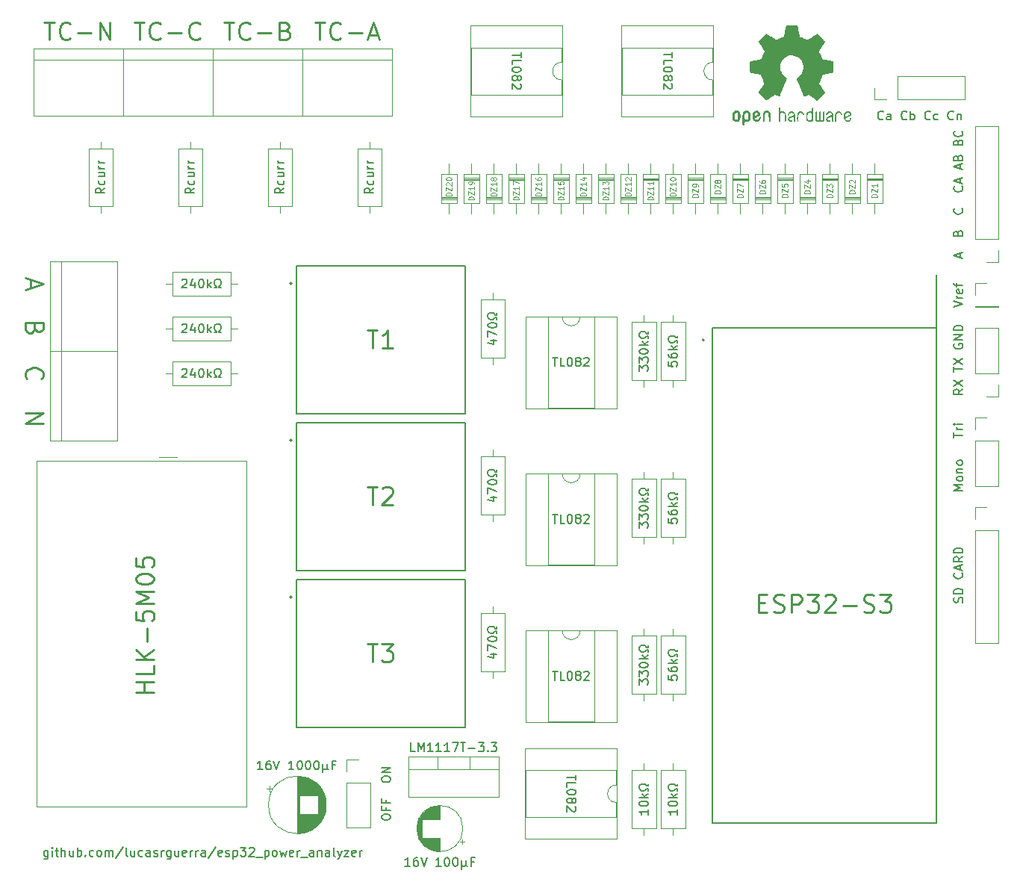
<source format=gbr>
%TF.GenerationSoftware,KiCad,Pcbnew,7.0.10*%
%TF.CreationDate,2024-05-09T15:11:21-03:00*%
%TF.ProjectId,board,626f6172-642e-46b6-9963-61645f706362,1.6*%
%TF.SameCoordinates,Original*%
%TF.FileFunction,Legend,Top*%
%TF.FilePolarity,Positive*%
%FSLAX46Y46*%
G04 Gerber Fmt 4.6, Leading zero omitted, Abs format (unit mm)*
G04 Created by KiCad (PCBNEW 7.0.10) date 2024-05-09 15:11:21*
%MOMM*%
%LPD*%
G01*
G04 APERTURE LIST*
%ADD10C,0.200000*%
%ADD11C,0.091200*%
%ADD12C,0.150000*%
%ADD13C,0.250000*%
%ADD14C,0.120000*%
%ADD15C,0.127000*%
G04 APERTURE END LIST*
D10*
X96268187Y-131534552D02*
X96268187Y-132344076D01*
X96268187Y-132344076D02*
X96220568Y-132439314D01*
X96220568Y-132439314D02*
X96172949Y-132486933D01*
X96172949Y-132486933D02*
X96077711Y-132534552D01*
X96077711Y-132534552D02*
X95934854Y-132534552D01*
X95934854Y-132534552D02*
X95839616Y-132486933D01*
X96268187Y-132153600D02*
X96172949Y-132201219D01*
X96172949Y-132201219D02*
X95982473Y-132201219D01*
X95982473Y-132201219D02*
X95887235Y-132153600D01*
X95887235Y-132153600D02*
X95839616Y-132105980D01*
X95839616Y-132105980D02*
X95791997Y-132010742D01*
X95791997Y-132010742D02*
X95791997Y-131725028D01*
X95791997Y-131725028D02*
X95839616Y-131629790D01*
X95839616Y-131629790D02*
X95887235Y-131582171D01*
X95887235Y-131582171D02*
X95982473Y-131534552D01*
X95982473Y-131534552D02*
X96172949Y-131534552D01*
X96172949Y-131534552D02*
X96268187Y-131582171D01*
X96744378Y-132201219D02*
X96744378Y-131534552D01*
X96744378Y-131201219D02*
X96696759Y-131248838D01*
X96696759Y-131248838D02*
X96744378Y-131296457D01*
X96744378Y-131296457D02*
X96791997Y-131248838D01*
X96791997Y-131248838D02*
X96744378Y-131201219D01*
X96744378Y-131201219D02*
X96744378Y-131296457D01*
X97077711Y-131534552D02*
X97458663Y-131534552D01*
X97220568Y-131201219D02*
X97220568Y-132058361D01*
X97220568Y-132058361D02*
X97268187Y-132153600D01*
X97268187Y-132153600D02*
X97363425Y-132201219D01*
X97363425Y-132201219D02*
X97458663Y-132201219D01*
X97791997Y-132201219D02*
X97791997Y-131201219D01*
X98220568Y-132201219D02*
X98220568Y-131677409D01*
X98220568Y-131677409D02*
X98172949Y-131582171D01*
X98172949Y-131582171D02*
X98077711Y-131534552D01*
X98077711Y-131534552D02*
X97934854Y-131534552D01*
X97934854Y-131534552D02*
X97839616Y-131582171D01*
X97839616Y-131582171D02*
X97791997Y-131629790D01*
X99125330Y-131534552D02*
X99125330Y-132201219D01*
X98696759Y-131534552D02*
X98696759Y-132058361D01*
X98696759Y-132058361D02*
X98744378Y-132153600D01*
X98744378Y-132153600D02*
X98839616Y-132201219D01*
X98839616Y-132201219D02*
X98982473Y-132201219D01*
X98982473Y-132201219D02*
X99077711Y-132153600D01*
X99077711Y-132153600D02*
X99125330Y-132105980D01*
X99601521Y-132201219D02*
X99601521Y-131201219D01*
X99601521Y-131582171D02*
X99696759Y-131534552D01*
X99696759Y-131534552D02*
X99887235Y-131534552D01*
X99887235Y-131534552D02*
X99982473Y-131582171D01*
X99982473Y-131582171D02*
X100030092Y-131629790D01*
X100030092Y-131629790D02*
X100077711Y-131725028D01*
X100077711Y-131725028D02*
X100077711Y-132010742D01*
X100077711Y-132010742D02*
X100030092Y-132105980D01*
X100030092Y-132105980D02*
X99982473Y-132153600D01*
X99982473Y-132153600D02*
X99887235Y-132201219D01*
X99887235Y-132201219D02*
X99696759Y-132201219D01*
X99696759Y-132201219D02*
X99601521Y-132153600D01*
X100506283Y-132105980D02*
X100553902Y-132153600D01*
X100553902Y-132153600D02*
X100506283Y-132201219D01*
X100506283Y-132201219D02*
X100458664Y-132153600D01*
X100458664Y-132153600D02*
X100506283Y-132105980D01*
X100506283Y-132105980D02*
X100506283Y-132201219D01*
X101411044Y-132153600D02*
X101315806Y-132201219D01*
X101315806Y-132201219D02*
X101125330Y-132201219D01*
X101125330Y-132201219D02*
X101030092Y-132153600D01*
X101030092Y-132153600D02*
X100982473Y-132105980D01*
X100982473Y-132105980D02*
X100934854Y-132010742D01*
X100934854Y-132010742D02*
X100934854Y-131725028D01*
X100934854Y-131725028D02*
X100982473Y-131629790D01*
X100982473Y-131629790D02*
X101030092Y-131582171D01*
X101030092Y-131582171D02*
X101125330Y-131534552D01*
X101125330Y-131534552D02*
X101315806Y-131534552D01*
X101315806Y-131534552D02*
X101411044Y-131582171D01*
X101982473Y-132201219D02*
X101887235Y-132153600D01*
X101887235Y-132153600D02*
X101839616Y-132105980D01*
X101839616Y-132105980D02*
X101791997Y-132010742D01*
X101791997Y-132010742D02*
X101791997Y-131725028D01*
X101791997Y-131725028D02*
X101839616Y-131629790D01*
X101839616Y-131629790D02*
X101887235Y-131582171D01*
X101887235Y-131582171D02*
X101982473Y-131534552D01*
X101982473Y-131534552D02*
X102125330Y-131534552D01*
X102125330Y-131534552D02*
X102220568Y-131582171D01*
X102220568Y-131582171D02*
X102268187Y-131629790D01*
X102268187Y-131629790D02*
X102315806Y-131725028D01*
X102315806Y-131725028D02*
X102315806Y-132010742D01*
X102315806Y-132010742D02*
X102268187Y-132105980D01*
X102268187Y-132105980D02*
X102220568Y-132153600D01*
X102220568Y-132153600D02*
X102125330Y-132201219D01*
X102125330Y-132201219D02*
X101982473Y-132201219D01*
X102744378Y-132201219D02*
X102744378Y-131534552D01*
X102744378Y-131629790D02*
X102791997Y-131582171D01*
X102791997Y-131582171D02*
X102887235Y-131534552D01*
X102887235Y-131534552D02*
X103030092Y-131534552D01*
X103030092Y-131534552D02*
X103125330Y-131582171D01*
X103125330Y-131582171D02*
X103172949Y-131677409D01*
X103172949Y-131677409D02*
X103172949Y-132201219D01*
X103172949Y-131677409D02*
X103220568Y-131582171D01*
X103220568Y-131582171D02*
X103315806Y-131534552D01*
X103315806Y-131534552D02*
X103458663Y-131534552D01*
X103458663Y-131534552D02*
X103553902Y-131582171D01*
X103553902Y-131582171D02*
X103601521Y-131677409D01*
X103601521Y-131677409D02*
X103601521Y-132201219D01*
X104791996Y-131153600D02*
X103934854Y-132439314D01*
X105268187Y-132201219D02*
X105172949Y-132153600D01*
X105172949Y-132153600D02*
X105125330Y-132058361D01*
X105125330Y-132058361D02*
X105125330Y-131201219D01*
X106077711Y-131534552D02*
X106077711Y-132201219D01*
X105649140Y-131534552D02*
X105649140Y-132058361D01*
X105649140Y-132058361D02*
X105696759Y-132153600D01*
X105696759Y-132153600D02*
X105791997Y-132201219D01*
X105791997Y-132201219D02*
X105934854Y-132201219D01*
X105934854Y-132201219D02*
X106030092Y-132153600D01*
X106030092Y-132153600D02*
X106077711Y-132105980D01*
X106982473Y-132153600D02*
X106887235Y-132201219D01*
X106887235Y-132201219D02*
X106696759Y-132201219D01*
X106696759Y-132201219D02*
X106601521Y-132153600D01*
X106601521Y-132153600D02*
X106553902Y-132105980D01*
X106553902Y-132105980D02*
X106506283Y-132010742D01*
X106506283Y-132010742D02*
X106506283Y-131725028D01*
X106506283Y-131725028D02*
X106553902Y-131629790D01*
X106553902Y-131629790D02*
X106601521Y-131582171D01*
X106601521Y-131582171D02*
X106696759Y-131534552D01*
X106696759Y-131534552D02*
X106887235Y-131534552D01*
X106887235Y-131534552D02*
X106982473Y-131582171D01*
X107839616Y-132201219D02*
X107839616Y-131677409D01*
X107839616Y-131677409D02*
X107791997Y-131582171D01*
X107791997Y-131582171D02*
X107696759Y-131534552D01*
X107696759Y-131534552D02*
X107506283Y-131534552D01*
X107506283Y-131534552D02*
X107411045Y-131582171D01*
X107839616Y-132153600D02*
X107744378Y-132201219D01*
X107744378Y-132201219D02*
X107506283Y-132201219D01*
X107506283Y-132201219D02*
X107411045Y-132153600D01*
X107411045Y-132153600D02*
X107363426Y-132058361D01*
X107363426Y-132058361D02*
X107363426Y-131963123D01*
X107363426Y-131963123D02*
X107411045Y-131867885D01*
X107411045Y-131867885D02*
X107506283Y-131820266D01*
X107506283Y-131820266D02*
X107744378Y-131820266D01*
X107744378Y-131820266D02*
X107839616Y-131772647D01*
X108268188Y-132153600D02*
X108363426Y-132201219D01*
X108363426Y-132201219D02*
X108553902Y-132201219D01*
X108553902Y-132201219D02*
X108649140Y-132153600D01*
X108649140Y-132153600D02*
X108696759Y-132058361D01*
X108696759Y-132058361D02*
X108696759Y-132010742D01*
X108696759Y-132010742D02*
X108649140Y-131915504D01*
X108649140Y-131915504D02*
X108553902Y-131867885D01*
X108553902Y-131867885D02*
X108411045Y-131867885D01*
X108411045Y-131867885D02*
X108315807Y-131820266D01*
X108315807Y-131820266D02*
X108268188Y-131725028D01*
X108268188Y-131725028D02*
X108268188Y-131677409D01*
X108268188Y-131677409D02*
X108315807Y-131582171D01*
X108315807Y-131582171D02*
X108411045Y-131534552D01*
X108411045Y-131534552D02*
X108553902Y-131534552D01*
X108553902Y-131534552D02*
X108649140Y-131582171D01*
X109125331Y-132201219D02*
X109125331Y-131534552D01*
X109125331Y-131725028D02*
X109172950Y-131629790D01*
X109172950Y-131629790D02*
X109220569Y-131582171D01*
X109220569Y-131582171D02*
X109315807Y-131534552D01*
X109315807Y-131534552D02*
X109411045Y-131534552D01*
X110172950Y-131534552D02*
X110172950Y-132344076D01*
X110172950Y-132344076D02*
X110125331Y-132439314D01*
X110125331Y-132439314D02*
X110077712Y-132486933D01*
X110077712Y-132486933D02*
X109982474Y-132534552D01*
X109982474Y-132534552D02*
X109839617Y-132534552D01*
X109839617Y-132534552D02*
X109744379Y-132486933D01*
X110172950Y-132153600D02*
X110077712Y-132201219D01*
X110077712Y-132201219D02*
X109887236Y-132201219D01*
X109887236Y-132201219D02*
X109791998Y-132153600D01*
X109791998Y-132153600D02*
X109744379Y-132105980D01*
X109744379Y-132105980D02*
X109696760Y-132010742D01*
X109696760Y-132010742D02*
X109696760Y-131725028D01*
X109696760Y-131725028D02*
X109744379Y-131629790D01*
X109744379Y-131629790D02*
X109791998Y-131582171D01*
X109791998Y-131582171D02*
X109887236Y-131534552D01*
X109887236Y-131534552D02*
X110077712Y-131534552D01*
X110077712Y-131534552D02*
X110172950Y-131582171D01*
X111077712Y-131534552D02*
X111077712Y-132201219D01*
X110649141Y-131534552D02*
X110649141Y-132058361D01*
X110649141Y-132058361D02*
X110696760Y-132153600D01*
X110696760Y-132153600D02*
X110791998Y-132201219D01*
X110791998Y-132201219D02*
X110934855Y-132201219D01*
X110934855Y-132201219D02*
X111030093Y-132153600D01*
X111030093Y-132153600D02*
X111077712Y-132105980D01*
X111934855Y-132153600D02*
X111839617Y-132201219D01*
X111839617Y-132201219D02*
X111649141Y-132201219D01*
X111649141Y-132201219D02*
X111553903Y-132153600D01*
X111553903Y-132153600D02*
X111506284Y-132058361D01*
X111506284Y-132058361D02*
X111506284Y-131677409D01*
X111506284Y-131677409D02*
X111553903Y-131582171D01*
X111553903Y-131582171D02*
X111649141Y-131534552D01*
X111649141Y-131534552D02*
X111839617Y-131534552D01*
X111839617Y-131534552D02*
X111934855Y-131582171D01*
X111934855Y-131582171D02*
X111982474Y-131677409D01*
X111982474Y-131677409D02*
X111982474Y-131772647D01*
X111982474Y-131772647D02*
X111506284Y-131867885D01*
X112411046Y-132201219D02*
X112411046Y-131534552D01*
X112411046Y-131725028D02*
X112458665Y-131629790D01*
X112458665Y-131629790D02*
X112506284Y-131582171D01*
X112506284Y-131582171D02*
X112601522Y-131534552D01*
X112601522Y-131534552D02*
X112696760Y-131534552D01*
X113030094Y-132201219D02*
X113030094Y-131534552D01*
X113030094Y-131725028D02*
X113077713Y-131629790D01*
X113077713Y-131629790D02*
X113125332Y-131582171D01*
X113125332Y-131582171D02*
X113220570Y-131534552D01*
X113220570Y-131534552D02*
X113315808Y-131534552D01*
X114077713Y-132201219D02*
X114077713Y-131677409D01*
X114077713Y-131677409D02*
X114030094Y-131582171D01*
X114030094Y-131582171D02*
X113934856Y-131534552D01*
X113934856Y-131534552D02*
X113744380Y-131534552D01*
X113744380Y-131534552D02*
X113649142Y-131582171D01*
X114077713Y-132153600D02*
X113982475Y-132201219D01*
X113982475Y-132201219D02*
X113744380Y-132201219D01*
X113744380Y-132201219D02*
X113649142Y-132153600D01*
X113649142Y-132153600D02*
X113601523Y-132058361D01*
X113601523Y-132058361D02*
X113601523Y-131963123D01*
X113601523Y-131963123D02*
X113649142Y-131867885D01*
X113649142Y-131867885D02*
X113744380Y-131820266D01*
X113744380Y-131820266D02*
X113982475Y-131820266D01*
X113982475Y-131820266D02*
X114077713Y-131772647D01*
X115268189Y-131153600D02*
X114411047Y-132439314D01*
X115982475Y-132153600D02*
X115887237Y-132201219D01*
X115887237Y-132201219D02*
X115696761Y-132201219D01*
X115696761Y-132201219D02*
X115601523Y-132153600D01*
X115601523Y-132153600D02*
X115553904Y-132058361D01*
X115553904Y-132058361D02*
X115553904Y-131677409D01*
X115553904Y-131677409D02*
X115601523Y-131582171D01*
X115601523Y-131582171D02*
X115696761Y-131534552D01*
X115696761Y-131534552D02*
X115887237Y-131534552D01*
X115887237Y-131534552D02*
X115982475Y-131582171D01*
X115982475Y-131582171D02*
X116030094Y-131677409D01*
X116030094Y-131677409D02*
X116030094Y-131772647D01*
X116030094Y-131772647D02*
X115553904Y-131867885D01*
X116411047Y-132153600D02*
X116506285Y-132201219D01*
X116506285Y-132201219D02*
X116696761Y-132201219D01*
X116696761Y-132201219D02*
X116791999Y-132153600D01*
X116791999Y-132153600D02*
X116839618Y-132058361D01*
X116839618Y-132058361D02*
X116839618Y-132010742D01*
X116839618Y-132010742D02*
X116791999Y-131915504D01*
X116791999Y-131915504D02*
X116696761Y-131867885D01*
X116696761Y-131867885D02*
X116553904Y-131867885D01*
X116553904Y-131867885D02*
X116458666Y-131820266D01*
X116458666Y-131820266D02*
X116411047Y-131725028D01*
X116411047Y-131725028D02*
X116411047Y-131677409D01*
X116411047Y-131677409D02*
X116458666Y-131582171D01*
X116458666Y-131582171D02*
X116553904Y-131534552D01*
X116553904Y-131534552D02*
X116696761Y-131534552D01*
X116696761Y-131534552D02*
X116791999Y-131582171D01*
X117268190Y-131534552D02*
X117268190Y-132534552D01*
X117268190Y-131582171D02*
X117363428Y-131534552D01*
X117363428Y-131534552D02*
X117553904Y-131534552D01*
X117553904Y-131534552D02*
X117649142Y-131582171D01*
X117649142Y-131582171D02*
X117696761Y-131629790D01*
X117696761Y-131629790D02*
X117744380Y-131725028D01*
X117744380Y-131725028D02*
X117744380Y-132010742D01*
X117744380Y-132010742D02*
X117696761Y-132105980D01*
X117696761Y-132105980D02*
X117649142Y-132153600D01*
X117649142Y-132153600D02*
X117553904Y-132201219D01*
X117553904Y-132201219D02*
X117363428Y-132201219D01*
X117363428Y-132201219D02*
X117268190Y-132153600D01*
X118077714Y-131201219D02*
X118696761Y-131201219D01*
X118696761Y-131201219D02*
X118363428Y-131582171D01*
X118363428Y-131582171D02*
X118506285Y-131582171D01*
X118506285Y-131582171D02*
X118601523Y-131629790D01*
X118601523Y-131629790D02*
X118649142Y-131677409D01*
X118649142Y-131677409D02*
X118696761Y-131772647D01*
X118696761Y-131772647D02*
X118696761Y-132010742D01*
X118696761Y-132010742D02*
X118649142Y-132105980D01*
X118649142Y-132105980D02*
X118601523Y-132153600D01*
X118601523Y-132153600D02*
X118506285Y-132201219D01*
X118506285Y-132201219D02*
X118220571Y-132201219D01*
X118220571Y-132201219D02*
X118125333Y-132153600D01*
X118125333Y-132153600D02*
X118077714Y-132105980D01*
X119077714Y-131296457D02*
X119125333Y-131248838D01*
X119125333Y-131248838D02*
X119220571Y-131201219D01*
X119220571Y-131201219D02*
X119458666Y-131201219D01*
X119458666Y-131201219D02*
X119553904Y-131248838D01*
X119553904Y-131248838D02*
X119601523Y-131296457D01*
X119601523Y-131296457D02*
X119649142Y-131391695D01*
X119649142Y-131391695D02*
X119649142Y-131486933D01*
X119649142Y-131486933D02*
X119601523Y-131629790D01*
X119601523Y-131629790D02*
X119030095Y-132201219D01*
X119030095Y-132201219D02*
X119649142Y-132201219D01*
X119839619Y-132296457D02*
X120601523Y-132296457D01*
X120839619Y-131534552D02*
X120839619Y-132534552D01*
X120839619Y-131582171D02*
X120934857Y-131534552D01*
X120934857Y-131534552D02*
X121125333Y-131534552D01*
X121125333Y-131534552D02*
X121220571Y-131582171D01*
X121220571Y-131582171D02*
X121268190Y-131629790D01*
X121268190Y-131629790D02*
X121315809Y-131725028D01*
X121315809Y-131725028D02*
X121315809Y-132010742D01*
X121315809Y-132010742D02*
X121268190Y-132105980D01*
X121268190Y-132105980D02*
X121220571Y-132153600D01*
X121220571Y-132153600D02*
X121125333Y-132201219D01*
X121125333Y-132201219D02*
X120934857Y-132201219D01*
X120934857Y-132201219D02*
X120839619Y-132153600D01*
X121887238Y-132201219D02*
X121792000Y-132153600D01*
X121792000Y-132153600D02*
X121744381Y-132105980D01*
X121744381Y-132105980D02*
X121696762Y-132010742D01*
X121696762Y-132010742D02*
X121696762Y-131725028D01*
X121696762Y-131725028D02*
X121744381Y-131629790D01*
X121744381Y-131629790D02*
X121792000Y-131582171D01*
X121792000Y-131582171D02*
X121887238Y-131534552D01*
X121887238Y-131534552D02*
X122030095Y-131534552D01*
X122030095Y-131534552D02*
X122125333Y-131582171D01*
X122125333Y-131582171D02*
X122172952Y-131629790D01*
X122172952Y-131629790D02*
X122220571Y-131725028D01*
X122220571Y-131725028D02*
X122220571Y-132010742D01*
X122220571Y-132010742D02*
X122172952Y-132105980D01*
X122172952Y-132105980D02*
X122125333Y-132153600D01*
X122125333Y-132153600D02*
X122030095Y-132201219D01*
X122030095Y-132201219D02*
X121887238Y-132201219D01*
X122553905Y-131534552D02*
X122744381Y-132201219D01*
X122744381Y-132201219D02*
X122934857Y-131725028D01*
X122934857Y-131725028D02*
X123125333Y-132201219D01*
X123125333Y-132201219D02*
X123315809Y-131534552D01*
X124077714Y-132153600D02*
X123982476Y-132201219D01*
X123982476Y-132201219D02*
X123792000Y-132201219D01*
X123792000Y-132201219D02*
X123696762Y-132153600D01*
X123696762Y-132153600D02*
X123649143Y-132058361D01*
X123649143Y-132058361D02*
X123649143Y-131677409D01*
X123649143Y-131677409D02*
X123696762Y-131582171D01*
X123696762Y-131582171D02*
X123792000Y-131534552D01*
X123792000Y-131534552D02*
X123982476Y-131534552D01*
X123982476Y-131534552D02*
X124077714Y-131582171D01*
X124077714Y-131582171D02*
X124125333Y-131677409D01*
X124125333Y-131677409D02*
X124125333Y-131772647D01*
X124125333Y-131772647D02*
X123649143Y-131867885D01*
X124553905Y-132201219D02*
X124553905Y-131534552D01*
X124553905Y-131725028D02*
X124601524Y-131629790D01*
X124601524Y-131629790D02*
X124649143Y-131582171D01*
X124649143Y-131582171D02*
X124744381Y-131534552D01*
X124744381Y-131534552D02*
X124839619Y-131534552D01*
X124934858Y-132296457D02*
X125696762Y-132296457D01*
X126363429Y-132201219D02*
X126363429Y-131677409D01*
X126363429Y-131677409D02*
X126315810Y-131582171D01*
X126315810Y-131582171D02*
X126220572Y-131534552D01*
X126220572Y-131534552D02*
X126030096Y-131534552D01*
X126030096Y-131534552D02*
X125934858Y-131582171D01*
X126363429Y-132153600D02*
X126268191Y-132201219D01*
X126268191Y-132201219D02*
X126030096Y-132201219D01*
X126030096Y-132201219D02*
X125934858Y-132153600D01*
X125934858Y-132153600D02*
X125887239Y-132058361D01*
X125887239Y-132058361D02*
X125887239Y-131963123D01*
X125887239Y-131963123D02*
X125934858Y-131867885D01*
X125934858Y-131867885D02*
X126030096Y-131820266D01*
X126030096Y-131820266D02*
X126268191Y-131820266D01*
X126268191Y-131820266D02*
X126363429Y-131772647D01*
X126839620Y-131534552D02*
X126839620Y-132201219D01*
X126839620Y-131629790D02*
X126887239Y-131582171D01*
X126887239Y-131582171D02*
X126982477Y-131534552D01*
X126982477Y-131534552D02*
X127125334Y-131534552D01*
X127125334Y-131534552D02*
X127220572Y-131582171D01*
X127220572Y-131582171D02*
X127268191Y-131677409D01*
X127268191Y-131677409D02*
X127268191Y-132201219D01*
X128172953Y-132201219D02*
X128172953Y-131677409D01*
X128172953Y-131677409D02*
X128125334Y-131582171D01*
X128125334Y-131582171D02*
X128030096Y-131534552D01*
X128030096Y-131534552D02*
X127839620Y-131534552D01*
X127839620Y-131534552D02*
X127744382Y-131582171D01*
X128172953Y-132153600D02*
X128077715Y-132201219D01*
X128077715Y-132201219D02*
X127839620Y-132201219D01*
X127839620Y-132201219D02*
X127744382Y-132153600D01*
X127744382Y-132153600D02*
X127696763Y-132058361D01*
X127696763Y-132058361D02*
X127696763Y-131963123D01*
X127696763Y-131963123D02*
X127744382Y-131867885D01*
X127744382Y-131867885D02*
X127839620Y-131820266D01*
X127839620Y-131820266D02*
X128077715Y-131820266D01*
X128077715Y-131820266D02*
X128172953Y-131772647D01*
X128792001Y-132201219D02*
X128696763Y-132153600D01*
X128696763Y-132153600D02*
X128649144Y-132058361D01*
X128649144Y-132058361D02*
X128649144Y-131201219D01*
X129077716Y-131534552D02*
X129315811Y-132201219D01*
X129553906Y-131534552D02*
X129315811Y-132201219D01*
X129315811Y-132201219D02*
X129220573Y-132439314D01*
X129220573Y-132439314D02*
X129172954Y-132486933D01*
X129172954Y-132486933D02*
X129077716Y-132534552D01*
X129839621Y-131534552D02*
X130363430Y-131534552D01*
X130363430Y-131534552D02*
X129839621Y-132201219D01*
X129839621Y-132201219D02*
X130363430Y-132201219D01*
X131125335Y-132153600D02*
X131030097Y-132201219D01*
X131030097Y-132201219D02*
X130839621Y-132201219D01*
X130839621Y-132201219D02*
X130744383Y-132153600D01*
X130744383Y-132153600D02*
X130696764Y-132058361D01*
X130696764Y-132058361D02*
X130696764Y-131677409D01*
X130696764Y-131677409D02*
X130744383Y-131582171D01*
X130744383Y-131582171D02*
X130839621Y-131534552D01*
X130839621Y-131534552D02*
X131030097Y-131534552D01*
X131030097Y-131534552D02*
X131125335Y-131582171D01*
X131125335Y-131582171D02*
X131172954Y-131677409D01*
X131172954Y-131677409D02*
X131172954Y-131772647D01*
X131172954Y-131772647D02*
X130696764Y-131867885D01*
X131601526Y-132201219D02*
X131601526Y-131534552D01*
X131601526Y-131725028D02*
X131649145Y-131629790D01*
X131649145Y-131629790D02*
X131696764Y-131582171D01*
X131696764Y-131582171D02*
X131792002Y-131534552D01*
X131792002Y-131534552D02*
X131887240Y-131534552D01*
D11*
X149628529Y-57760810D02*
X149020529Y-57760810D01*
X149020529Y-57760810D02*
X149020529Y-57616048D01*
X149020529Y-57616048D02*
X149049481Y-57529191D01*
X149049481Y-57529191D02*
X149107386Y-57471286D01*
X149107386Y-57471286D02*
X149165291Y-57442333D01*
X149165291Y-57442333D02*
X149281100Y-57413381D01*
X149281100Y-57413381D02*
X149367957Y-57413381D01*
X149367957Y-57413381D02*
X149483767Y-57442333D01*
X149483767Y-57442333D02*
X149541672Y-57471286D01*
X149541672Y-57471286D02*
X149599577Y-57529191D01*
X149599577Y-57529191D02*
X149628529Y-57616048D01*
X149628529Y-57616048D02*
X149628529Y-57760810D01*
X149020529Y-57210714D02*
X149020529Y-56805381D01*
X149020529Y-56805381D02*
X149628529Y-57210714D01*
X149628529Y-57210714D02*
X149628529Y-56805381D01*
X149628529Y-56255285D02*
X149628529Y-56602714D01*
X149628529Y-56429000D02*
X149020529Y-56429000D01*
X149020529Y-56429000D02*
X149107386Y-56486904D01*
X149107386Y-56486904D02*
X149165291Y-56544809D01*
X149165291Y-56544809D02*
X149194243Y-56602714D01*
X149020529Y-56052618D02*
X149020529Y-55647285D01*
X149020529Y-55647285D02*
X149628529Y-55907856D01*
X157248529Y-57309810D02*
X156640529Y-57309810D01*
X156640529Y-57309810D02*
X156640529Y-57165048D01*
X156640529Y-57165048D02*
X156669481Y-57078191D01*
X156669481Y-57078191D02*
X156727386Y-57020286D01*
X156727386Y-57020286D02*
X156785291Y-56991333D01*
X156785291Y-56991333D02*
X156901100Y-56962381D01*
X156901100Y-56962381D02*
X156987957Y-56962381D01*
X156987957Y-56962381D02*
X157103767Y-56991333D01*
X157103767Y-56991333D02*
X157161672Y-57020286D01*
X157161672Y-57020286D02*
X157219577Y-57078191D01*
X157219577Y-57078191D02*
X157248529Y-57165048D01*
X157248529Y-57165048D02*
X157248529Y-57309810D01*
X156640529Y-56759714D02*
X156640529Y-56354381D01*
X156640529Y-56354381D02*
X157248529Y-56759714D01*
X157248529Y-56759714D02*
X157248529Y-56354381D01*
X157248529Y-55804285D02*
X157248529Y-56151714D01*
X157248529Y-55978000D02*
X156640529Y-55978000D01*
X156640529Y-55978000D02*
X156727386Y-56035904D01*
X156727386Y-56035904D02*
X156785291Y-56093809D01*
X156785291Y-56093809D02*
X156814243Y-56151714D01*
X156843196Y-55283142D02*
X157248529Y-55283142D01*
X156611577Y-55427904D02*
X157045862Y-55572666D01*
X157045862Y-55572666D02*
X157045862Y-55196285D01*
D12*
X163284819Y-77191904D02*
X163284819Y-76572857D01*
X163284819Y-76572857D02*
X163665771Y-76906190D01*
X163665771Y-76906190D02*
X163665771Y-76763333D01*
X163665771Y-76763333D02*
X163713390Y-76668095D01*
X163713390Y-76668095D02*
X163761009Y-76620476D01*
X163761009Y-76620476D02*
X163856247Y-76572857D01*
X163856247Y-76572857D02*
X164094342Y-76572857D01*
X164094342Y-76572857D02*
X164189580Y-76620476D01*
X164189580Y-76620476D02*
X164237200Y-76668095D01*
X164237200Y-76668095D02*
X164284819Y-76763333D01*
X164284819Y-76763333D02*
X164284819Y-77049047D01*
X164284819Y-77049047D02*
X164237200Y-77144285D01*
X164237200Y-77144285D02*
X164189580Y-77191904D01*
X163284819Y-76239523D02*
X163284819Y-75620476D01*
X163284819Y-75620476D02*
X163665771Y-75953809D01*
X163665771Y-75953809D02*
X163665771Y-75810952D01*
X163665771Y-75810952D02*
X163713390Y-75715714D01*
X163713390Y-75715714D02*
X163761009Y-75668095D01*
X163761009Y-75668095D02*
X163856247Y-75620476D01*
X163856247Y-75620476D02*
X164094342Y-75620476D01*
X164094342Y-75620476D02*
X164189580Y-75668095D01*
X164189580Y-75668095D02*
X164237200Y-75715714D01*
X164237200Y-75715714D02*
X164284819Y-75810952D01*
X164284819Y-75810952D02*
X164284819Y-76096666D01*
X164284819Y-76096666D02*
X164237200Y-76191904D01*
X164237200Y-76191904D02*
X164189580Y-76239523D01*
X163284819Y-75001428D02*
X163284819Y-74906190D01*
X163284819Y-74906190D02*
X163332438Y-74810952D01*
X163332438Y-74810952D02*
X163380057Y-74763333D01*
X163380057Y-74763333D02*
X163475295Y-74715714D01*
X163475295Y-74715714D02*
X163665771Y-74668095D01*
X163665771Y-74668095D02*
X163903866Y-74668095D01*
X163903866Y-74668095D02*
X164094342Y-74715714D01*
X164094342Y-74715714D02*
X164189580Y-74763333D01*
X164189580Y-74763333D02*
X164237200Y-74810952D01*
X164237200Y-74810952D02*
X164284819Y-74906190D01*
X164284819Y-74906190D02*
X164284819Y-75001428D01*
X164284819Y-75001428D02*
X164237200Y-75096666D01*
X164237200Y-75096666D02*
X164189580Y-75144285D01*
X164189580Y-75144285D02*
X164094342Y-75191904D01*
X164094342Y-75191904D02*
X163903866Y-75239523D01*
X163903866Y-75239523D02*
X163665771Y-75239523D01*
X163665771Y-75239523D02*
X163475295Y-75191904D01*
X163475295Y-75191904D02*
X163380057Y-75144285D01*
X163380057Y-75144285D02*
X163332438Y-75096666D01*
X163332438Y-75096666D02*
X163284819Y-75001428D01*
X164284819Y-74239523D02*
X163284819Y-74239523D01*
X163903866Y-74144285D02*
X164284819Y-73858571D01*
X163618152Y-73858571D02*
X163999104Y-74239523D01*
X164284819Y-73477618D02*
X164284819Y-73239523D01*
X164284819Y-73239523D02*
X164094342Y-73239523D01*
X164094342Y-73239523D02*
X164046723Y-73334761D01*
X164046723Y-73334761D02*
X163951485Y-73429999D01*
X163951485Y-73429999D02*
X163808628Y-73477618D01*
X163808628Y-73477618D02*
X163570533Y-73477618D01*
X163570533Y-73477618D02*
X163427676Y-73429999D01*
X163427676Y-73429999D02*
X163332438Y-73334761D01*
X163332438Y-73334761D02*
X163284819Y-73191904D01*
X163284819Y-73191904D02*
X163284819Y-73001428D01*
X163284819Y-73001428D02*
X163332438Y-72858571D01*
X163332438Y-72858571D02*
X163427676Y-72763333D01*
X163427676Y-72763333D02*
X163570533Y-72715714D01*
X163570533Y-72715714D02*
X163808628Y-72715714D01*
X163808628Y-72715714D02*
X163951485Y-72763333D01*
X163951485Y-72763333D02*
X164046723Y-72858571D01*
X164046723Y-72858571D02*
X164094342Y-72953809D01*
X164094342Y-72953809D02*
X164284819Y-72953809D01*
X164284819Y-72953809D02*
X164284819Y-72715714D01*
D11*
X187728529Y-57020286D02*
X187120529Y-57020286D01*
X187120529Y-57020286D02*
X187120529Y-56875524D01*
X187120529Y-56875524D02*
X187149481Y-56788667D01*
X187149481Y-56788667D02*
X187207386Y-56730762D01*
X187207386Y-56730762D02*
X187265291Y-56701809D01*
X187265291Y-56701809D02*
X187381100Y-56672857D01*
X187381100Y-56672857D02*
X187467957Y-56672857D01*
X187467957Y-56672857D02*
X187583767Y-56701809D01*
X187583767Y-56701809D02*
X187641672Y-56730762D01*
X187641672Y-56730762D02*
X187699577Y-56788667D01*
X187699577Y-56788667D02*
X187728529Y-56875524D01*
X187728529Y-56875524D02*
X187728529Y-57020286D01*
X187120529Y-56470190D02*
X187120529Y-56064857D01*
X187120529Y-56064857D02*
X187728529Y-56470190D01*
X187728529Y-56470190D02*
X187728529Y-56064857D01*
X187178434Y-55862190D02*
X187149481Y-55833238D01*
X187149481Y-55833238D02*
X187120529Y-55775333D01*
X187120529Y-55775333D02*
X187120529Y-55630571D01*
X187120529Y-55630571D02*
X187149481Y-55572666D01*
X187149481Y-55572666D02*
X187178434Y-55543714D01*
X187178434Y-55543714D02*
X187236338Y-55514761D01*
X187236338Y-55514761D02*
X187294243Y-55514761D01*
X187294243Y-55514761D02*
X187381100Y-55543714D01*
X187381100Y-55543714D02*
X187728529Y-55891142D01*
X187728529Y-55891142D02*
X187728529Y-55514761D01*
D12*
X199971819Y-90741904D02*
X198971819Y-90741904D01*
X198971819Y-90741904D02*
X199686104Y-90408571D01*
X199686104Y-90408571D02*
X198971819Y-90075238D01*
X198971819Y-90075238D02*
X199971819Y-90075238D01*
X199971819Y-89456190D02*
X199924200Y-89551428D01*
X199924200Y-89551428D02*
X199876580Y-89599047D01*
X199876580Y-89599047D02*
X199781342Y-89646666D01*
X199781342Y-89646666D02*
X199495628Y-89646666D01*
X199495628Y-89646666D02*
X199400390Y-89599047D01*
X199400390Y-89599047D02*
X199352771Y-89551428D01*
X199352771Y-89551428D02*
X199305152Y-89456190D01*
X199305152Y-89456190D02*
X199305152Y-89313333D01*
X199305152Y-89313333D02*
X199352771Y-89218095D01*
X199352771Y-89218095D02*
X199400390Y-89170476D01*
X199400390Y-89170476D02*
X199495628Y-89122857D01*
X199495628Y-89122857D02*
X199781342Y-89122857D01*
X199781342Y-89122857D02*
X199876580Y-89170476D01*
X199876580Y-89170476D02*
X199924200Y-89218095D01*
X199924200Y-89218095D02*
X199971819Y-89313333D01*
X199971819Y-89313333D02*
X199971819Y-89456190D01*
X199305152Y-88694285D02*
X199971819Y-88694285D01*
X199400390Y-88694285D02*
X199352771Y-88646666D01*
X199352771Y-88646666D02*
X199305152Y-88551428D01*
X199305152Y-88551428D02*
X199305152Y-88408571D01*
X199305152Y-88408571D02*
X199352771Y-88313333D01*
X199352771Y-88313333D02*
X199448009Y-88265714D01*
X199448009Y-88265714D02*
X199971819Y-88265714D01*
X199971819Y-87646666D02*
X199924200Y-87741904D01*
X199924200Y-87741904D02*
X199876580Y-87789523D01*
X199876580Y-87789523D02*
X199781342Y-87837142D01*
X199781342Y-87837142D02*
X199495628Y-87837142D01*
X199495628Y-87837142D02*
X199400390Y-87789523D01*
X199400390Y-87789523D02*
X199352771Y-87741904D01*
X199352771Y-87741904D02*
X199305152Y-87646666D01*
X199305152Y-87646666D02*
X199305152Y-87503809D01*
X199305152Y-87503809D02*
X199352771Y-87408571D01*
X199352771Y-87408571D02*
X199400390Y-87360952D01*
X199400390Y-87360952D02*
X199495628Y-87313333D01*
X199495628Y-87313333D02*
X199781342Y-87313333D01*
X199781342Y-87313333D02*
X199876580Y-87360952D01*
X199876580Y-87360952D02*
X199924200Y-87408571D01*
X199924200Y-87408571D02*
X199971819Y-87503809D01*
X199971819Y-87503809D02*
X199971819Y-87646666D01*
X198971819Y-84741903D02*
X198971819Y-84170475D01*
X199971819Y-84456189D02*
X198971819Y-84456189D01*
X199971819Y-83837141D02*
X199305152Y-83837141D01*
X199495628Y-83837141D02*
X199400390Y-83789522D01*
X199400390Y-83789522D02*
X199352771Y-83741903D01*
X199352771Y-83741903D02*
X199305152Y-83646665D01*
X199305152Y-83646665D02*
X199305152Y-83551427D01*
X199971819Y-83218093D02*
X199305152Y-83218093D01*
X198971819Y-83218093D02*
X199019438Y-83265712D01*
X199019438Y-83265712D02*
X199067057Y-83218093D01*
X199067057Y-83218093D02*
X199019438Y-83170474D01*
X199019438Y-83170474D02*
X198971819Y-83218093D01*
X198971819Y-83218093D02*
X199067057Y-83218093D01*
X146473152Y-91503333D02*
X147139819Y-91503333D01*
X146092200Y-91741428D02*
X146806485Y-91979523D01*
X146806485Y-91979523D02*
X146806485Y-91360476D01*
X146139819Y-91074761D02*
X146139819Y-90408095D01*
X146139819Y-90408095D02*
X147139819Y-90836666D01*
X146139819Y-89836666D02*
X146139819Y-89741428D01*
X146139819Y-89741428D02*
X146187438Y-89646190D01*
X146187438Y-89646190D02*
X146235057Y-89598571D01*
X146235057Y-89598571D02*
X146330295Y-89550952D01*
X146330295Y-89550952D02*
X146520771Y-89503333D01*
X146520771Y-89503333D02*
X146758866Y-89503333D01*
X146758866Y-89503333D02*
X146949342Y-89550952D01*
X146949342Y-89550952D02*
X147044580Y-89598571D01*
X147044580Y-89598571D02*
X147092200Y-89646190D01*
X147092200Y-89646190D02*
X147139819Y-89741428D01*
X147139819Y-89741428D02*
X147139819Y-89836666D01*
X147139819Y-89836666D02*
X147092200Y-89931904D01*
X147092200Y-89931904D02*
X147044580Y-89979523D01*
X147044580Y-89979523D02*
X146949342Y-90027142D01*
X146949342Y-90027142D02*
X146758866Y-90074761D01*
X146758866Y-90074761D02*
X146520771Y-90074761D01*
X146520771Y-90074761D02*
X146330295Y-90027142D01*
X146330295Y-90027142D02*
X146235057Y-89979523D01*
X146235057Y-89979523D02*
X146187438Y-89931904D01*
X146187438Y-89931904D02*
X146139819Y-89836666D01*
X147139819Y-89122380D02*
X147139819Y-88884285D01*
X147139819Y-88884285D02*
X146949342Y-88884285D01*
X146949342Y-88884285D02*
X146901723Y-88979523D01*
X146901723Y-88979523D02*
X146806485Y-89074761D01*
X146806485Y-89074761D02*
X146663628Y-89122380D01*
X146663628Y-89122380D02*
X146425533Y-89122380D01*
X146425533Y-89122380D02*
X146282676Y-89074761D01*
X146282676Y-89074761D02*
X146187438Y-88979523D01*
X146187438Y-88979523D02*
X146139819Y-88836666D01*
X146139819Y-88836666D02*
X146139819Y-88646190D01*
X146139819Y-88646190D02*
X146187438Y-88503333D01*
X146187438Y-88503333D02*
X146282676Y-88408095D01*
X146282676Y-88408095D02*
X146425533Y-88360476D01*
X146425533Y-88360476D02*
X146663628Y-88360476D01*
X146663628Y-88360476D02*
X146806485Y-88408095D01*
X146806485Y-88408095D02*
X146901723Y-88503333D01*
X146901723Y-88503333D02*
X146949342Y-88598571D01*
X146949342Y-88598571D02*
X147139819Y-88598571D01*
X147139819Y-88598571D02*
X147139819Y-88360476D01*
X153465952Y-111224819D02*
X154037380Y-111224819D01*
X153751666Y-112224819D02*
X153751666Y-111224819D01*
X154846904Y-112224819D02*
X154370714Y-112224819D01*
X154370714Y-112224819D02*
X154370714Y-111224819D01*
X155370714Y-111224819D02*
X155465952Y-111224819D01*
X155465952Y-111224819D02*
X155561190Y-111272438D01*
X155561190Y-111272438D02*
X155608809Y-111320057D01*
X155608809Y-111320057D02*
X155656428Y-111415295D01*
X155656428Y-111415295D02*
X155704047Y-111605771D01*
X155704047Y-111605771D02*
X155704047Y-111843866D01*
X155704047Y-111843866D02*
X155656428Y-112034342D01*
X155656428Y-112034342D02*
X155608809Y-112129580D01*
X155608809Y-112129580D02*
X155561190Y-112177200D01*
X155561190Y-112177200D02*
X155465952Y-112224819D01*
X155465952Y-112224819D02*
X155370714Y-112224819D01*
X155370714Y-112224819D02*
X155275476Y-112177200D01*
X155275476Y-112177200D02*
X155227857Y-112129580D01*
X155227857Y-112129580D02*
X155180238Y-112034342D01*
X155180238Y-112034342D02*
X155132619Y-111843866D01*
X155132619Y-111843866D02*
X155132619Y-111605771D01*
X155132619Y-111605771D02*
X155180238Y-111415295D01*
X155180238Y-111415295D02*
X155227857Y-111320057D01*
X155227857Y-111320057D02*
X155275476Y-111272438D01*
X155275476Y-111272438D02*
X155370714Y-111224819D01*
X156275476Y-111653390D02*
X156180238Y-111605771D01*
X156180238Y-111605771D02*
X156132619Y-111558152D01*
X156132619Y-111558152D02*
X156085000Y-111462914D01*
X156085000Y-111462914D02*
X156085000Y-111415295D01*
X156085000Y-111415295D02*
X156132619Y-111320057D01*
X156132619Y-111320057D02*
X156180238Y-111272438D01*
X156180238Y-111272438D02*
X156275476Y-111224819D01*
X156275476Y-111224819D02*
X156465952Y-111224819D01*
X156465952Y-111224819D02*
X156561190Y-111272438D01*
X156561190Y-111272438D02*
X156608809Y-111320057D01*
X156608809Y-111320057D02*
X156656428Y-111415295D01*
X156656428Y-111415295D02*
X156656428Y-111462914D01*
X156656428Y-111462914D02*
X156608809Y-111558152D01*
X156608809Y-111558152D02*
X156561190Y-111605771D01*
X156561190Y-111605771D02*
X156465952Y-111653390D01*
X156465952Y-111653390D02*
X156275476Y-111653390D01*
X156275476Y-111653390D02*
X156180238Y-111701009D01*
X156180238Y-111701009D02*
X156132619Y-111748628D01*
X156132619Y-111748628D02*
X156085000Y-111843866D01*
X156085000Y-111843866D02*
X156085000Y-112034342D01*
X156085000Y-112034342D02*
X156132619Y-112129580D01*
X156132619Y-112129580D02*
X156180238Y-112177200D01*
X156180238Y-112177200D02*
X156275476Y-112224819D01*
X156275476Y-112224819D02*
X156465952Y-112224819D01*
X156465952Y-112224819D02*
X156561190Y-112177200D01*
X156561190Y-112177200D02*
X156608809Y-112129580D01*
X156608809Y-112129580D02*
X156656428Y-112034342D01*
X156656428Y-112034342D02*
X156656428Y-111843866D01*
X156656428Y-111843866D02*
X156608809Y-111748628D01*
X156608809Y-111748628D02*
X156561190Y-111701009D01*
X156561190Y-111701009D02*
X156465952Y-111653390D01*
X157037381Y-111320057D02*
X157085000Y-111272438D01*
X157085000Y-111272438D02*
X157180238Y-111224819D01*
X157180238Y-111224819D02*
X157418333Y-111224819D01*
X157418333Y-111224819D02*
X157513571Y-111272438D01*
X157513571Y-111272438D02*
X157561190Y-111320057D01*
X157561190Y-111320057D02*
X157608809Y-111415295D01*
X157608809Y-111415295D02*
X157608809Y-111510533D01*
X157608809Y-111510533D02*
X157561190Y-111653390D01*
X157561190Y-111653390D02*
X156989762Y-112224819D01*
X156989762Y-112224819D02*
X157608809Y-112224819D01*
D13*
X108227238Y-113609047D02*
X106227238Y-113609047D01*
X107179619Y-113609047D02*
X107179619Y-112466190D01*
X108227238Y-112466190D02*
X106227238Y-112466190D01*
X108227238Y-110561428D02*
X108227238Y-111513809D01*
X108227238Y-111513809D02*
X106227238Y-111513809D01*
X108227238Y-109894761D02*
X106227238Y-109894761D01*
X108227238Y-108751904D02*
X107084380Y-109609047D01*
X106227238Y-108751904D02*
X107370095Y-109894761D01*
X107465333Y-107894761D02*
X107465333Y-106370952D01*
X106227238Y-104466190D02*
X106227238Y-105418571D01*
X106227238Y-105418571D02*
X107179619Y-105513809D01*
X107179619Y-105513809D02*
X107084380Y-105418571D01*
X107084380Y-105418571D02*
X106989142Y-105228095D01*
X106989142Y-105228095D02*
X106989142Y-104751904D01*
X106989142Y-104751904D02*
X107084380Y-104561428D01*
X107084380Y-104561428D02*
X107179619Y-104466190D01*
X107179619Y-104466190D02*
X107370095Y-104370952D01*
X107370095Y-104370952D02*
X107846285Y-104370952D01*
X107846285Y-104370952D02*
X108036761Y-104466190D01*
X108036761Y-104466190D02*
X108132000Y-104561428D01*
X108132000Y-104561428D02*
X108227238Y-104751904D01*
X108227238Y-104751904D02*
X108227238Y-105228095D01*
X108227238Y-105228095D02*
X108132000Y-105418571D01*
X108132000Y-105418571D02*
X108036761Y-105513809D01*
X108227238Y-103513809D02*
X106227238Y-103513809D01*
X106227238Y-103513809D02*
X107655809Y-102847142D01*
X107655809Y-102847142D02*
X106227238Y-102180476D01*
X106227238Y-102180476D02*
X108227238Y-102180476D01*
X106227238Y-100847143D02*
X106227238Y-100656666D01*
X106227238Y-100656666D02*
X106322476Y-100466190D01*
X106322476Y-100466190D02*
X106417714Y-100370952D01*
X106417714Y-100370952D02*
X106608190Y-100275714D01*
X106608190Y-100275714D02*
X106989142Y-100180476D01*
X106989142Y-100180476D02*
X107465333Y-100180476D01*
X107465333Y-100180476D02*
X107846285Y-100275714D01*
X107846285Y-100275714D02*
X108036761Y-100370952D01*
X108036761Y-100370952D02*
X108132000Y-100466190D01*
X108132000Y-100466190D02*
X108227238Y-100656666D01*
X108227238Y-100656666D02*
X108227238Y-100847143D01*
X108227238Y-100847143D02*
X108132000Y-101037619D01*
X108132000Y-101037619D02*
X108036761Y-101132857D01*
X108036761Y-101132857D02*
X107846285Y-101228095D01*
X107846285Y-101228095D02*
X107465333Y-101323333D01*
X107465333Y-101323333D02*
X106989142Y-101323333D01*
X106989142Y-101323333D02*
X106608190Y-101228095D01*
X106608190Y-101228095D02*
X106417714Y-101132857D01*
X106417714Y-101132857D02*
X106322476Y-101037619D01*
X106322476Y-101037619D02*
X106227238Y-100847143D01*
X106227238Y-98370952D02*
X106227238Y-99323333D01*
X106227238Y-99323333D02*
X107179619Y-99418571D01*
X107179619Y-99418571D02*
X107084380Y-99323333D01*
X107084380Y-99323333D02*
X106989142Y-99132857D01*
X106989142Y-99132857D02*
X106989142Y-98656666D01*
X106989142Y-98656666D02*
X107084380Y-98466190D01*
X107084380Y-98466190D02*
X107179619Y-98370952D01*
X107179619Y-98370952D02*
X107370095Y-98275714D01*
X107370095Y-98275714D02*
X107846285Y-98275714D01*
X107846285Y-98275714D02*
X108036761Y-98370952D01*
X108036761Y-98370952D02*
X108132000Y-98466190D01*
X108132000Y-98466190D02*
X108227238Y-98656666D01*
X108227238Y-98656666D02*
X108227238Y-99132857D01*
X108227238Y-99132857D02*
X108132000Y-99323333D01*
X108132000Y-99323333D02*
X108036761Y-99418571D01*
D12*
X123009819Y-56435476D02*
X122533628Y-56768809D01*
X123009819Y-57006904D02*
X122009819Y-57006904D01*
X122009819Y-57006904D02*
X122009819Y-56625952D01*
X122009819Y-56625952D02*
X122057438Y-56530714D01*
X122057438Y-56530714D02*
X122105057Y-56483095D01*
X122105057Y-56483095D02*
X122200295Y-56435476D01*
X122200295Y-56435476D02*
X122343152Y-56435476D01*
X122343152Y-56435476D02*
X122438390Y-56483095D01*
X122438390Y-56483095D02*
X122486009Y-56530714D01*
X122486009Y-56530714D02*
X122533628Y-56625952D01*
X122533628Y-56625952D02*
X122533628Y-57006904D01*
X122962200Y-55578333D02*
X123009819Y-55673571D01*
X123009819Y-55673571D02*
X123009819Y-55864047D01*
X123009819Y-55864047D02*
X122962200Y-55959285D01*
X122962200Y-55959285D02*
X122914580Y-56006904D01*
X122914580Y-56006904D02*
X122819342Y-56054523D01*
X122819342Y-56054523D02*
X122533628Y-56054523D01*
X122533628Y-56054523D02*
X122438390Y-56006904D01*
X122438390Y-56006904D02*
X122390771Y-55959285D01*
X122390771Y-55959285D02*
X122343152Y-55864047D01*
X122343152Y-55864047D02*
X122343152Y-55673571D01*
X122343152Y-55673571D02*
X122390771Y-55578333D01*
X122343152Y-54721190D02*
X123009819Y-54721190D01*
X122343152Y-55149761D02*
X122866961Y-55149761D01*
X122866961Y-55149761D02*
X122962200Y-55102142D01*
X122962200Y-55102142D02*
X123009819Y-55006904D01*
X123009819Y-55006904D02*
X123009819Y-54864047D01*
X123009819Y-54864047D02*
X122962200Y-54768809D01*
X122962200Y-54768809D02*
X122914580Y-54721190D01*
X123009819Y-54244999D02*
X122343152Y-54244999D01*
X122533628Y-54244999D02*
X122438390Y-54197380D01*
X122438390Y-54197380D02*
X122390771Y-54149761D01*
X122390771Y-54149761D02*
X122343152Y-54054523D01*
X122343152Y-54054523D02*
X122343152Y-53959285D01*
X123009819Y-53625951D02*
X122343152Y-53625951D01*
X122533628Y-53625951D02*
X122438390Y-53578332D01*
X122438390Y-53578332D02*
X122390771Y-53530713D01*
X122390771Y-53530713D02*
X122343152Y-53435475D01*
X122343152Y-53435475D02*
X122343152Y-53340237D01*
X112849819Y-56435476D02*
X112373628Y-56768809D01*
X112849819Y-57006904D02*
X111849819Y-57006904D01*
X111849819Y-57006904D02*
X111849819Y-56625952D01*
X111849819Y-56625952D02*
X111897438Y-56530714D01*
X111897438Y-56530714D02*
X111945057Y-56483095D01*
X111945057Y-56483095D02*
X112040295Y-56435476D01*
X112040295Y-56435476D02*
X112183152Y-56435476D01*
X112183152Y-56435476D02*
X112278390Y-56483095D01*
X112278390Y-56483095D02*
X112326009Y-56530714D01*
X112326009Y-56530714D02*
X112373628Y-56625952D01*
X112373628Y-56625952D02*
X112373628Y-57006904D01*
X112802200Y-55578333D02*
X112849819Y-55673571D01*
X112849819Y-55673571D02*
X112849819Y-55864047D01*
X112849819Y-55864047D02*
X112802200Y-55959285D01*
X112802200Y-55959285D02*
X112754580Y-56006904D01*
X112754580Y-56006904D02*
X112659342Y-56054523D01*
X112659342Y-56054523D02*
X112373628Y-56054523D01*
X112373628Y-56054523D02*
X112278390Y-56006904D01*
X112278390Y-56006904D02*
X112230771Y-55959285D01*
X112230771Y-55959285D02*
X112183152Y-55864047D01*
X112183152Y-55864047D02*
X112183152Y-55673571D01*
X112183152Y-55673571D02*
X112230771Y-55578333D01*
X112183152Y-54721190D02*
X112849819Y-54721190D01*
X112183152Y-55149761D02*
X112706961Y-55149761D01*
X112706961Y-55149761D02*
X112802200Y-55102142D01*
X112802200Y-55102142D02*
X112849819Y-55006904D01*
X112849819Y-55006904D02*
X112849819Y-54864047D01*
X112849819Y-54864047D02*
X112802200Y-54768809D01*
X112802200Y-54768809D02*
X112754580Y-54721190D01*
X112849819Y-54244999D02*
X112183152Y-54244999D01*
X112373628Y-54244999D02*
X112278390Y-54197380D01*
X112278390Y-54197380D02*
X112230771Y-54149761D01*
X112230771Y-54149761D02*
X112183152Y-54054523D01*
X112183152Y-54054523D02*
X112183152Y-53959285D01*
X112849819Y-53625951D02*
X112183152Y-53625951D01*
X112373628Y-53625951D02*
X112278390Y-53578332D01*
X112278390Y-53578332D02*
X112230771Y-53530713D01*
X112230771Y-53530713D02*
X112183152Y-53435475D01*
X112183152Y-53435475D02*
X112183152Y-53340237D01*
D13*
X176848428Y-103494619D02*
X177515095Y-103494619D01*
X177800809Y-104542238D02*
X176848428Y-104542238D01*
X176848428Y-104542238D02*
X176848428Y-102542238D01*
X176848428Y-102542238D02*
X177800809Y-102542238D01*
X178562714Y-104447000D02*
X178848428Y-104542238D01*
X178848428Y-104542238D02*
X179324619Y-104542238D01*
X179324619Y-104542238D02*
X179515095Y-104447000D01*
X179515095Y-104447000D02*
X179610333Y-104351761D01*
X179610333Y-104351761D02*
X179705571Y-104161285D01*
X179705571Y-104161285D02*
X179705571Y-103970809D01*
X179705571Y-103970809D02*
X179610333Y-103780333D01*
X179610333Y-103780333D02*
X179515095Y-103685095D01*
X179515095Y-103685095D02*
X179324619Y-103589857D01*
X179324619Y-103589857D02*
X178943666Y-103494619D01*
X178943666Y-103494619D02*
X178753190Y-103399380D01*
X178753190Y-103399380D02*
X178657952Y-103304142D01*
X178657952Y-103304142D02*
X178562714Y-103113666D01*
X178562714Y-103113666D02*
X178562714Y-102923190D01*
X178562714Y-102923190D02*
X178657952Y-102732714D01*
X178657952Y-102732714D02*
X178753190Y-102637476D01*
X178753190Y-102637476D02*
X178943666Y-102542238D01*
X178943666Y-102542238D02*
X179419857Y-102542238D01*
X179419857Y-102542238D02*
X179705571Y-102637476D01*
X180562714Y-104542238D02*
X180562714Y-102542238D01*
X180562714Y-102542238D02*
X181324619Y-102542238D01*
X181324619Y-102542238D02*
X181515095Y-102637476D01*
X181515095Y-102637476D02*
X181610333Y-102732714D01*
X181610333Y-102732714D02*
X181705571Y-102923190D01*
X181705571Y-102923190D02*
X181705571Y-103208904D01*
X181705571Y-103208904D02*
X181610333Y-103399380D01*
X181610333Y-103399380D02*
X181515095Y-103494619D01*
X181515095Y-103494619D02*
X181324619Y-103589857D01*
X181324619Y-103589857D02*
X180562714Y-103589857D01*
X182372238Y-102542238D02*
X183610333Y-102542238D01*
X183610333Y-102542238D02*
X182943666Y-103304142D01*
X182943666Y-103304142D02*
X183229381Y-103304142D01*
X183229381Y-103304142D02*
X183419857Y-103399380D01*
X183419857Y-103399380D02*
X183515095Y-103494619D01*
X183515095Y-103494619D02*
X183610333Y-103685095D01*
X183610333Y-103685095D02*
X183610333Y-104161285D01*
X183610333Y-104161285D02*
X183515095Y-104351761D01*
X183515095Y-104351761D02*
X183419857Y-104447000D01*
X183419857Y-104447000D02*
X183229381Y-104542238D01*
X183229381Y-104542238D02*
X182657952Y-104542238D01*
X182657952Y-104542238D02*
X182467476Y-104447000D01*
X182467476Y-104447000D02*
X182372238Y-104351761D01*
X184372238Y-102732714D02*
X184467476Y-102637476D01*
X184467476Y-102637476D02*
X184657952Y-102542238D01*
X184657952Y-102542238D02*
X185134143Y-102542238D01*
X185134143Y-102542238D02*
X185324619Y-102637476D01*
X185324619Y-102637476D02*
X185419857Y-102732714D01*
X185419857Y-102732714D02*
X185515095Y-102923190D01*
X185515095Y-102923190D02*
X185515095Y-103113666D01*
X185515095Y-103113666D02*
X185419857Y-103399380D01*
X185419857Y-103399380D02*
X184277000Y-104542238D01*
X184277000Y-104542238D02*
X185515095Y-104542238D01*
X186372238Y-103780333D02*
X187896048Y-103780333D01*
X188753190Y-104447000D02*
X189038904Y-104542238D01*
X189038904Y-104542238D02*
X189515095Y-104542238D01*
X189515095Y-104542238D02*
X189705571Y-104447000D01*
X189705571Y-104447000D02*
X189800809Y-104351761D01*
X189800809Y-104351761D02*
X189896047Y-104161285D01*
X189896047Y-104161285D02*
X189896047Y-103970809D01*
X189896047Y-103970809D02*
X189800809Y-103780333D01*
X189800809Y-103780333D02*
X189705571Y-103685095D01*
X189705571Y-103685095D02*
X189515095Y-103589857D01*
X189515095Y-103589857D02*
X189134142Y-103494619D01*
X189134142Y-103494619D02*
X188943666Y-103399380D01*
X188943666Y-103399380D02*
X188848428Y-103304142D01*
X188848428Y-103304142D02*
X188753190Y-103113666D01*
X188753190Y-103113666D02*
X188753190Y-102923190D01*
X188753190Y-102923190D02*
X188848428Y-102732714D01*
X188848428Y-102732714D02*
X188943666Y-102637476D01*
X188943666Y-102637476D02*
X189134142Y-102542238D01*
X189134142Y-102542238D02*
X189610333Y-102542238D01*
X189610333Y-102542238D02*
X189896047Y-102637476D01*
X190562714Y-102542238D02*
X191800809Y-102542238D01*
X191800809Y-102542238D02*
X191134142Y-103304142D01*
X191134142Y-103304142D02*
X191419857Y-103304142D01*
X191419857Y-103304142D02*
X191610333Y-103399380D01*
X191610333Y-103399380D02*
X191705571Y-103494619D01*
X191705571Y-103494619D02*
X191800809Y-103685095D01*
X191800809Y-103685095D02*
X191800809Y-104161285D01*
X191800809Y-104161285D02*
X191705571Y-104351761D01*
X191705571Y-104351761D02*
X191610333Y-104447000D01*
X191610333Y-104447000D02*
X191419857Y-104542238D01*
X191419857Y-104542238D02*
X190848428Y-104542238D01*
X190848428Y-104542238D02*
X190657952Y-104447000D01*
X190657952Y-104447000D02*
X190562714Y-104351761D01*
D12*
X153465952Y-93444819D02*
X154037380Y-93444819D01*
X153751666Y-94444819D02*
X153751666Y-93444819D01*
X154846904Y-94444819D02*
X154370714Y-94444819D01*
X154370714Y-94444819D02*
X154370714Y-93444819D01*
X155370714Y-93444819D02*
X155465952Y-93444819D01*
X155465952Y-93444819D02*
X155561190Y-93492438D01*
X155561190Y-93492438D02*
X155608809Y-93540057D01*
X155608809Y-93540057D02*
X155656428Y-93635295D01*
X155656428Y-93635295D02*
X155704047Y-93825771D01*
X155704047Y-93825771D02*
X155704047Y-94063866D01*
X155704047Y-94063866D02*
X155656428Y-94254342D01*
X155656428Y-94254342D02*
X155608809Y-94349580D01*
X155608809Y-94349580D02*
X155561190Y-94397200D01*
X155561190Y-94397200D02*
X155465952Y-94444819D01*
X155465952Y-94444819D02*
X155370714Y-94444819D01*
X155370714Y-94444819D02*
X155275476Y-94397200D01*
X155275476Y-94397200D02*
X155227857Y-94349580D01*
X155227857Y-94349580D02*
X155180238Y-94254342D01*
X155180238Y-94254342D02*
X155132619Y-94063866D01*
X155132619Y-94063866D02*
X155132619Y-93825771D01*
X155132619Y-93825771D02*
X155180238Y-93635295D01*
X155180238Y-93635295D02*
X155227857Y-93540057D01*
X155227857Y-93540057D02*
X155275476Y-93492438D01*
X155275476Y-93492438D02*
X155370714Y-93444819D01*
X156275476Y-93873390D02*
X156180238Y-93825771D01*
X156180238Y-93825771D02*
X156132619Y-93778152D01*
X156132619Y-93778152D02*
X156085000Y-93682914D01*
X156085000Y-93682914D02*
X156085000Y-93635295D01*
X156085000Y-93635295D02*
X156132619Y-93540057D01*
X156132619Y-93540057D02*
X156180238Y-93492438D01*
X156180238Y-93492438D02*
X156275476Y-93444819D01*
X156275476Y-93444819D02*
X156465952Y-93444819D01*
X156465952Y-93444819D02*
X156561190Y-93492438D01*
X156561190Y-93492438D02*
X156608809Y-93540057D01*
X156608809Y-93540057D02*
X156656428Y-93635295D01*
X156656428Y-93635295D02*
X156656428Y-93682914D01*
X156656428Y-93682914D02*
X156608809Y-93778152D01*
X156608809Y-93778152D02*
X156561190Y-93825771D01*
X156561190Y-93825771D02*
X156465952Y-93873390D01*
X156465952Y-93873390D02*
X156275476Y-93873390D01*
X156275476Y-93873390D02*
X156180238Y-93921009D01*
X156180238Y-93921009D02*
X156132619Y-93968628D01*
X156132619Y-93968628D02*
X156085000Y-94063866D01*
X156085000Y-94063866D02*
X156085000Y-94254342D01*
X156085000Y-94254342D02*
X156132619Y-94349580D01*
X156132619Y-94349580D02*
X156180238Y-94397200D01*
X156180238Y-94397200D02*
X156275476Y-94444819D01*
X156275476Y-94444819D02*
X156465952Y-94444819D01*
X156465952Y-94444819D02*
X156561190Y-94397200D01*
X156561190Y-94397200D02*
X156608809Y-94349580D01*
X156608809Y-94349580D02*
X156656428Y-94254342D01*
X156656428Y-94254342D02*
X156656428Y-94063866D01*
X156656428Y-94063866D02*
X156608809Y-93968628D01*
X156608809Y-93968628D02*
X156561190Y-93921009D01*
X156561190Y-93921009D02*
X156465952Y-93873390D01*
X157037381Y-93540057D02*
X157085000Y-93492438D01*
X157085000Y-93492438D02*
X157180238Y-93444819D01*
X157180238Y-93444819D02*
X157418333Y-93444819D01*
X157418333Y-93444819D02*
X157513571Y-93492438D01*
X157513571Y-93492438D02*
X157561190Y-93540057D01*
X157561190Y-93540057D02*
X157608809Y-93635295D01*
X157608809Y-93635295D02*
X157608809Y-93730533D01*
X157608809Y-93730533D02*
X157561190Y-93873390D01*
X157561190Y-93873390D02*
X156989762Y-94444819D01*
X156989762Y-94444819D02*
X157608809Y-94444819D01*
D11*
X159788529Y-57760810D02*
X159180529Y-57760810D01*
X159180529Y-57760810D02*
X159180529Y-57616048D01*
X159180529Y-57616048D02*
X159209481Y-57529191D01*
X159209481Y-57529191D02*
X159267386Y-57471286D01*
X159267386Y-57471286D02*
X159325291Y-57442333D01*
X159325291Y-57442333D02*
X159441100Y-57413381D01*
X159441100Y-57413381D02*
X159527957Y-57413381D01*
X159527957Y-57413381D02*
X159643767Y-57442333D01*
X159643767Y-57442333D02*
X159701672Y-57471286D01*
X159701672Y-57471286D02*
X159759577Y-57529191D01*
X159759577Y-57529191D02*
X159788529Y-57616048D01*
X159788529Y-57616048D02*
X159788529Y-57760810D01*
X159180529Y-57210714D02*
X159180529Y-56805381D01*
X159180529Y-56805381D02*
X159788529Y-57210714D01*
X159788529Y-57210714D02*
X159788529Y-56805381D01*
X159788529Y-56255285D02*
X159788529Y-56602714D01*
X159788529Y-56429000D02*
X159180529Y-56429000D01*
X159180529Y-56429000D02*
X159267386Y-56486904D01*
X159267386Y-56486904D02*
X159325291Y-56544809D01*
X159325291Y-56544809D02*
X159354243Y-56602714D01*
X159180529Y-56052618D02*
X159180529Y-55676237D01*
X159180529Y-55676237D02*
X159412148Y-55878904D01*
X159412148Y-55878904D02*
X159412148Y-55792047D01*
X159412148Y-55792047D02*
X159441100Y-55734142D01*
X159441100Y-55734142D02*
X159470053Y-55705190D01*
X159470053Y-55705190D02*
X159527957Y-55676237D01*
X159527957Y-55676237D02*
X159672719Y-55676237D01*
X159672719Y-55676237D02*
X159730624Y-55705190D01*
X159730624Y-55705190D02*
X159759577Y-55734142D01*
X159759577Y-55734142D02*
X159788529Y-55792047D01*
X159788529Y-55792047D02*
X159788529Y-55965761D01*
X159788529Y-55965761D02*
X159759577Y-56023666D01*
X159759577Y-56023666D02*
X159730624Y-56052618D01*
D12*
X102689819Y-56435476D02*
X102213628Y-56768809D01*
X102689819Y-57006904D02*
X101689819Y-57006904D01*
X101689819Y-57006904D02*
X101689819Y-56625952D01*
X101689819Y-56625952D02*
X101737438Y-56530714D01*
X101737438Y-56530714D02*
X101785057Y-56483095D01*
X101785057Y-56483095D02*
X101880295Y-56435476D01*
X101880295Y-56435476D02*
X102023152Y-56435476D01*
X102023152Y-56435476D02*
X102118390Y-56483095D01*
X102118390Y-56483095D02*
X102166009Y-56530714D01*
X102166009Y-56530714D02*
X102213628Y-56625952D01*
X102213628Y-56625952D02*
X102213628Y-57006904D01*
X102642200Y-55578333D02*
X102689819Y-55673571D01*
X102689819Y-55673571D02*
X102689819Y-55864047D01*
X102689819Y-55864047D02*
X102642200Y-55959285D01*
X102642200Y-55959285D02*
X102594580Y-56006904D01*
X102594580Y-56006904D02*
X102499342Y-56054523D01*
X102499342Y-56054523D02*
X102213628Y-56054523D01*
X102213628Y-56054523D02*
X102118390Y-56006904D01*
X102118390Y-56006904D02*
X102070771Y-55959285D01*
X102070771Y-55959285D02*
X102023152Y-55864047D01*
X102023152Y-55864047D02*
X102023152Y-55673571D01*
X102023152Y-55673571D02*
X102070771Y-55578333D01*
X102023152Y-54721190D02*
X102689819Y-54721190D01*
X102023152Y-55149761D02*
X102546961Y-55149761D01*
X102546961Y-55149761D02*
X102642200Y-55102142D01*
X102642200Y-55102142D02*
X102689819Y-55006904D01*
X102689819Y-55006904D02*
X102689819Y-54864047D01*
X102689819Y-54864047D02*
X102642200Y-54768809D01*
X102642200Y-54768809D02*
X102594580Y-54721190D01*
X102689819Y-54244999D02*
X102023152Y-54244999D01*
X102213628Y-54244999D02*
X102118390Y-54197380D01*
X102118390Y-54197380D02*
X102070771Y-54149761D01*
X102070771Y-54149761D02*
X102023152Y-54054523D01*
X102023152Y-54054523D02*
X102023152Y-53959285D01*
X102689819Y-53625951D02*
X102023152Y-53625951D01*
X102213628Y-53625951D02*
X102118390Y-53578332D01*
X102118390Y-53578332D02*
X102070771Y-53530713D01*
X102070771Y-53530713D02*
X102023152Y-53435475D01*
X102023152Y-53435475D02*
X102023152Y-53340237D01*
D11*
X177568529Y-57025286D02*
X176960529Y-57025286D01*
X176960529Y-57025286D02*
X176960529Y-56880524D01*
X176960529Y-56880524D02*
X176989481Y-56793667D01*
X176989481Y-56793667D02*
X177047386Y-56735762D01*
X177047386Y-56735762D02*
X177105291Y-56706809D01*
X177105291Y-56706809D02*
X177221100Y-56677857D01*
X177221100Y-56677857D02*
X177307957Y-56677857D01*
X177307957Y-56677857D02*
X177423767Y-56706809D01*
X177423767Y-56706809D02*
X177481672Y-56735762D01*
X177481672Y-56735762D02*
X177539577Y-56793667D01*
X177539577Y-56793667D02*
X177568529Y-56880524D01*
X177568529Y-56880524D02*
X177568529Y-57025286D01*
X176960529Y-56475190D02*
X176960529Y-56069857D01*
X176960529Y-56069857D02*
X177568529Y-56475190D01*
X177568529Y-56475190D02*
X177568529Y-56069857D01*
X176960529Y-55577666D02*
X176960529Y-55693476D01*
X176960529Y-55693476D02*
X176989481Y-55751380D01*
X176989481Y-55751380D02*
X177018434Y-55780333D01*
X177018434Y-55780333D02*
X177105291Y-55838238D01*
X177105291Y-55838238D02*
X177221100Y-55867190D01*
X177221100Y-55867190D02*
X177452719Y-55867190D01*
X177452719Y-55867190D02*
X177510624Y-55838238D01*
X177510624Y-55838238D02*
X177539577Y-55809285D01*
X177539577Y-55809285D02*
X177568529Y-55751380D01*
X177568529Y-55751380D02*
X177568529Y-55635571D01*
X177568529Y-55635571D02*
X177539577Y-55577666D01*
X177539577Y-55577666D02*
X177510624Y-55548714D01*
X177510624Y-55548714D02*
X177452719Y-55519761D01*
X177452719Y-55519761D02*
X177307957Y-55519761D01*
X177307957Y-55519761D02*
X177250053Y-55548714D01*
X177250053Y-55548714D02*
X177221100Y-55577666D01*
X177221100Y-55577666D02*
X177192148Y-55635571D01*
X177192148Y-55635571D02*
X177192148Y-55751380D01*
X177192148Y-55751380D02*
X177221100Y-55809285D01*
X177221100Y-55809285D02*
X177250053Y-55838238D01*
X177250053Y-55838238D02*
X177307957Y-55867190D01*
X147088529Y-57314810D02*
X146480529Y-57314810D01*
X146480529Y-57314810D02*
X146480529Y-57170048D01*
X146480529Y-57170048D02*
X146509481Y-57083191D01*
X146509481Y-57083191D02*
X146567386Y-57025286D01*
X146567386Y-57025286D02*
X146625291Y-56996333D01*
X146625291Y-56996333D02*
X146741100Y-56967381D01*
X146741100Y-56967381D02*
X146827957Y-56967381D01*
X146827957Y-56967381D02*
X146943767Y-56996333D01*
X146943767Y-56996333D02*
X147001672Y-57025286D01*
X147001672Y-57025286D02*
X147059577Y-57083191D01*
X147059577Y-57083191D02*
X147088529Y-57170048D01*
X147088529Y-57170048D02*
X147088529Y-57314810D01*
X146480529Y-56764714D02*
X146480529Y-56359381D01*
X146480529Y-56359381D02*
X147088529Y-56764714D01*
X147088529Y-56764714D02*
X147088529Y-56359381D01*
X147088529Y-55809285D02*
X147088529Y-56156714D01*
X147088529Y-55983000D02*
X146480529Y-55983000D01*
X146480529Y-55983000D02*
X146567386Y-56040904D01*
X146567386Y-56040904D02*
X146625291Y-56098809D01*
X146625291Y-56098809D02*
X146654243Y-56156714D01*
X146741100Y-55461856D02*
X146712148Y-55519761D01*
X146712148Y-55519761D02*
X146683196Y-55548714D01*
X146683196Y-55548714D02*
X146625291Y-55577666D01*
X146625291Y-55577666D02*
X146596338Y-55577666D01*
X146596338Y-55577666D02*
X146538434Y-55548714D01*
X146538434Y-55548714D02*
X146509481Y-55519761D01*
X146509481Y-55519761D02*
X146480529Y-55461856D01*
X146480529Y-55461856D02*
X146480529Y-55346047D01*
X146480529Y-55346047D02*
X146509481Y-55288142D01*
X146509481Y-55288142D02*
X146538434Y-55259190D01*
X146538434Y-55259190D02*
X146596338Y-55230237D01*
X146596338Y-55230237D02*
X146625291Y-55230237D01*
X146625291Y-55230237D02*
X146683196Y-55259190D01*
X146683196Y-55259190D02*
X146712148Y-55288142D01*
X146712148Y-55288142D02*
X146741100Y-55346047D01*
X146741100Y-55346047D02*
X146741100Y-55461856D01*
X146741100Y-55461856D02*
X146770053Y-55519761D01*
X146770053Y-55519761D02*
X146799005Y-55548714D01*
X146799005Y-55548714D02*
X146856910Y-55577666D01*
X146856910Y-55577666D02*
X146972719Y-55577666D01*
X146972719Y-55577666D02*
X147030624Y-55548714D01*
X147030624Y-55548714D02*
X147059577Y-55519761D01*
X147059577Y-55519761D02*
X147088529Y-55461856D01*
X147088529Y-55461856D02*
X147088529Y-55346047D01*
X147088529Y-55346047D02*
X147059577Y-55288142D01*
X147059577Y-55288142D02*
X147030624Y-55259190D01*
X147030624Y-55259190D02*
X146972719Y-55230237D01*
X146972719Y-55230237D02*
X146856910Y-55230237D01*
X146856910Y-55230237D02*
X146799005Y-55259190D01*
X146799005Y-55259190D02*
X146770053Y-55288142D01*
X146770053Y-55288142D02*
X146741100Y-55346047D01*
X180108529Y-57471286D02*
X179500529Y-57471286D01*
X179500529Y-57471286D02*
X179500529Y-57326524D01*
X179500529Y-57326524D02*
X179529481Y-57239667D01*
X179529481Y-57239667D02*
X179587386Y-57181762D01*
X179587386Y-57181762D02*
X179645291Y-57152809D01*
X179645291Y-57152809D02*
X179761100Y-57123857D01*
X179761100Y-57123857D02*
X179847957Y-57123857D01*
X179847957Y-57123857D02*
X179963767Y-57152809D01*
X179963767Y-57152809D02*
X180021672Y-57181762D01*
X180021672Y-57181762D02*
X180079577Y-57239667D01*
X180079577Y-57239667D02*
X180108529Y-57326524D01*
X180108529Y-57326524D02*
X180108529Y-57471286D01*
X179500529Y-56921190D02*
X179500529Y-56515857D01*
X179500529Y-56515857D02*
X180108529Y-56921190D01*
X180108529Y-56921190D02*
X180108529Y-56515857D01*
X179500529Y-55994714D02*
X179500529Y-56284238D01*
X179500529Y-56284238D02*
X179790053Y-56313190D01*
X179790053Y-56313190D02*
X179761100Y-56284238D01*
X179761100Y-56284238D02*
X179732148Y-56226333D01*
X179732148Y-56226333D02*
X179732148Y-56081571D01*
X179732148Y-56081571D02*
X179761100Y-56023666D01*
X179761100Y-56023666D02*
X179790053Y-55994714D01*
X179790053Y-55994714D02*
X179847957Y-55965761D01*
X179847957Y-55965761D02*
X179992719Y-55965761D01*
X179992719Y-55965761D02*
X180050624Y-55994714D01*
X180050624Y-55994714D02*
X180079577Y-56023666D01*
X180079577Y-56023666D02*
X180108529Y-56081571D01*
X180108529Y-56081571D02*
X180108529Y-56226333D01*
X180108529Y-56226333D02*
X180079577Y-56284238D01*
X180079577Y-56284238D02*
X180050624Y-56313190D01*
D13*
X95837857Y-37647238D02*
X96980714Y-37647238D01*
X96409285Y-39647238D02*
X96409285Y-37647238D01*
X98790238Y-39456761D02*
X98695000Y-39552000D01*
X98695000Y-39552000D02*
X98409286Y-39647238D01*
X98409286Y-39647238D02*
X98218810Y-39647238D01*
X98218810Y-39647238D02*
X97933095Y-39552000D01*
X97933095Y-39552000D02*
X97742619Y-39361523D01*
X97742619Y-39361523D02*
X97647381Y-39171047D01*
X97647381Y-39171047D02*
X97552143Y-38790095D01*
X97552143Y-38790095D02*
X97552143Y-38504380D01*
X97552143Y-38504380D02*
X97647381Y-38123428D01*
X97647381Y-38123428D02*
X97742619Y-37932952D01*
X97742619Y-37932952D02*
X97933095Y-37742476D01*
X97933095Y-37742476D02*
X98218810Y-37647238D01*
X98218810Y-37647238D02*
X98409286Y-37647238D01*
X98409286Y-37647238D02*
X98695000Y-37742476D01*
X98695000Y-37742476D02*
X98790238Y-37837714D01*
X99647381Y-38885333D02*
X101171191Y-38885333D01*
X102123571Y-39647238D02*
X102123571Y-37647238D01*
X102123571Y-37647238D02*
X103266428Y-39647238D01*
X103266428Y-39647238D02*
X103266428Y-37647238D01*
D12*
X199971819Y-79255524D02*
X199495628Y-79588857D01*
X199971819Y-79826952D02*
X198971819Y-79826952D01*
X198971819Y-79826952D02*
X198971819Y-79446000D01*
X198971819Y-79446000D02*
X199019438Y-79350762D01*
X199019438Y-79350762D02*
X199067057Y-79303143D01*
X199067057Y-79303143D02*
X199162295Y-79255524D01*
X199162295Y-79255524D02*
X199305152Y-79255524D01*
X199305152Y-79255524D02*
X199400390Y-79303143D01*
X199400390Y-79303143D02*
X199448009Y-79350762D01*
X199448009Y-79350762D02*
X199495628Y-79446000D01*
X199495628Y-79446000D02*
X199495628Y-79826952D01*
X198971819Y-78922190D02*
X199971819Y-78255524D01*
X198971819Y-78255524D02*
X199971819Y-78922190D01*
X198971819Y-77255523D02*
X198971819Y-76684095D01*
X199971819Y-76969809D02*
X198971819Y-76969809D01*
X198971819Y-76445999D02*
X199971819Y-75779333D01*
X198971819Y-75779333D02*
X199971819Y-76445999D01*
X199019438Y-74112666D02*
X198971819Y-74207904D01*
X198971819Y-74207904D02*
X198971819Y-74350761D01*
X198971819Y-74350761D02*
X199019438Y-74493618D01*
X199019438Y-74493618D02*
X199114676Y-74588856D01*
X199114676Y-74588856D02*
X199209914Y-74636475D01*
X199209914Y-74636475D02*
X199400390Y-74684094D01*
X199400390Y-74684094D02*
X199543247Y-74684094D01*
X199543247Y-74684094D02*
X199733723Y-74636475D01*
X199733723Y-74636475D02*
X199828961Y-74588856D01*
X199828961Y-74588856D02*
X199924200Y-74493618D01*
X199924200Y-74493618D02*
X199971819Y-74350761D01*
X199971819Y-74350761D02*
X199971819Y-74255523D01*
X199971819Y-74255523D02*
X199924200Y-74112666D01*
X199924200Y-74112666D02*
X199876580Y-74065047D01*
X199876580Y-74065047D02*
X199543247Y-74065047D01*
X199543247Y-74065047D02*
X199543247Y-74255523D01*
X199971819Y-73636475D02*
X198971819Y-73636475D01*
X198971819Y-73636475D02*
X199971819Y-73065047D01*
X199971819Y-73065047D02*
X198971819Y-73065047D01*
X199971819Y-72588856D02*
X198971819Y-72588856D01*
X198971819Y-72588856D02*
X198971819Y-72350761D01*
X198971819Y-72350761D02*
X199019438Y-72207904D01*
X199019438Y-72207904D02*
X199114676Y-72112666D01*
X199114676Y-72112666D02*
X199209914Y-72065047D01*
X199209914Y-72065047D02*
X199400390Y-72017428D01*
X199400390Y-72017428D02*
X199543247Y-72017428D01*
X199543247Y-72017428D02*
X199733723Y-72065047D01*
X199733723Y-72065047D02*
X199828961Y-72112666D01*
X199828961Y-72112666D02*
X199924200Y-72207904D01*
X199924200Y-72207904D02*
X199971819Y-72350761D01*
X199971819Y-72350761D02*
X199971819Y-72588856D01*
X164284819Y-126896666D02*
X164284819Y-127468094D01*
X164284819Y-127182380D02*
X163284819Y-127182380D01*
X163284819Y-127182380D02*
X163427676Y-127277618D01*
X163427676Y-127277618D02*
X163522914Y-127372856D01*
X163522914Y-127372856D02*
X163570533Y-127468094D01*
X163284819Y-126277618D02*
X163284819Y-126182380D01*
X163284819Y-126182380D02*
X163332438Y-126087142D01*
X163332438Y-126087142D02*
X163380057Y-126039523D01*
X163380057Y-126039523D02*
X163475295Y-125991904D01*
X163475295Y-125991904D02*
X163665771Y-125944285D01*
X163665771Y-125944285D02*
X163903866Y-125944285D01*
X163903866Y-125944285D02*
X164094342Y-125991904D01*
X164094342Y-125991904D02*
X164189580Y-126039523D01*
X164189580Y-126039523D02*
X164237200Y-126087142D01*
X164237200Y-126087142D02*
X164284819Y-126182380D01*
X164284819Y-126182380D02*
X164284819Y-126277618D01*
X164284819Y-126277618D02*
X164237200Y-126372856D01*
X164237200Y-126372856D02*
X164189580Y-126420475D01*
X164189580Y-126420475D02*
X164094342Y-126468094D01*
X164094342Y-126468094D02*
X163903866Y-126515713D01*
X163903866Y-126515713D02*
X163665771Y-126515713D01*
X163665771Y-126515713D02*
X163475295Y-126468094D01*
X163475295Y-126468094D02*
X163380057Y-126420475D01*
X163380057Y-126420475D02*
X163332438Y-126372856D01*
X163332438Y-126372856D02*
X163284819Y-126277618D01*
X164284819Y-125515713D02*
X163284819Y-125515713D01*
X163903866Y-125420475D02*
X164284819Y-125134761D01*
X163618152Y-125134761D02*
X163999104Y-125515713D01*
X164284819Y-124753808D02*
X164284819Y-124515713D01*
X164284819Y-124515713D02*
X164094342Y-124515713D01*
X164094342Y-124515713D02*
X164046723Y-124610951D01*
X164046723Y-124610951D02*
X163951485Y-124706189D01*
X163951485Y-124706189D02*
X163808628Y-124753808D01*
X163808628Y-124753808D02*
X163570533Y-124753808D01*
X163570533Y-124753808D02*
X163427676Y-124706189D01*
X163427676Y-124706189D02*
X163332438Y-124610951D01*
X163332438Y-124610951D02*
X163284819Y-124468094D01*
X163284819Y-124468094D02*
X163284819Y-124277618D01*
X163284819Y-124277618D02*
X163332438Y-124134761D01*
X163332438Y-124134761D02*
X163427676Y-124039523D01*
X163427676Y-124039523D02*
X163570533Y-123991904D01*
X163570533Y-123991904D02*
X163808628Y-123991904D01*
X163808628Y-123991904D02*
X163951485Y-124039523D01*
X163951485Y-124039523D02*
X164046723Y-124134761D01*
X164046723Y-124134761D02*
X164094342Y-124229999D01*
X164094342Y-124229999D02*
X164284819Y-124229999D01*
X164284819Y-124229999D02*
X164284819Y-123991904D01*
D13*
X132461190Y-72572238D02*
X133604047Y-72572238D01*
X133032618Y-74572238D02*
X133032618Y-72572238D01*
X135318333Y-74572238D02*
X134175476Y-74572238D01*
X134746904Y-74572238D02*
X134746904Y-72572238D01*
X134746904Y-72572238D02*
X134556428Y-72857952D01*
X134556428Y-72857952D02*
X134365952Y-73048428D01*
X134365952Y-73048428D02*
X134175476Y-73143666D01*
D12*
X163284819Y-94971904D02*
X163284819Y-94352857D01*
X163284819Y-94352857D02*
X163665771Y-94686190D01*
X163665771Y-94686190D02*
X163665771Y-94543333D01*
X163665771Y-94543333D02*
X163713390Y-94448095D01*
X163713390Y-94448095D02*
X163761009Y-94400476D01*
X163761009Y-94400476D02*
X163856247Y-94352857D01*
X163856247Y-94352857D02*
X164094342Y-94352857D01*
X164094342Y-94352857D02*
X164189580Y-94400476D01*
X164189580Y-94400476D02*
X164237200Y-94448095D01*
X164237200Y-94448095D02*
X164284819Y-94543333D01*
X164284819Y-94543333D02*
X164284819Y-94829047D01*
X164284819Y-94829047D02*
X164237200Y-94924285D01*
X164237200Y-94924285D02*
X164189580Y-94971904D01*
X163284819Y-94019523D02*
X163284819Y-93400476D01*
X163284819Y-93400476D02*
X163665771Y-93733809D01*
X163665771Y-93733809D02*
X163665771Y-93590952D01*
X163665771Y-93590952D02*
X163713390Y-93495714D01*
X163713390Y-93495714D02*
X163761009Y-93448095D01*
X163761009Y-93448095D02*
X163856247Y-93400476D01*
X163856247Y-93400476D02*
X164094342Y-93400476D01*
X164094342Y-93400476D02*
X164189580Y-93448095D01*
X164189580Y-93448095D02*
X164237200Y-93495714D01*
X164237200Y-93495714D02*
X164284819Y-93590952D01*
X164284819Y-93590952D02*
X164284819Y-93876666D01*
X164284819Y-93876666D02*
X164237200Y-93971904D01*
X164237200Y-93971904D02*
X164189580Y-94019523D01*
X163284819Y-92781428D02*
X163284819Y-92686190D01*
X163284819Y-92686190D02*
X163332438Y-92590952D01*
X163332438Y-92590952D02*
X163380057Y-92543333D01*
X163380057Y-92543333D02*
X163475295Y-92495714D01*
X163475295Y-92495714D02*
X163665771Y-92448095D01*
X163665771Y-92448095D02*
X163903866Y-92448095D01*
X163903866Y-92448095D02*
X164094342Y-92495714D01*
X164094342Y-92495714D02*
X164189580Y-92543333D01*
X164189580Y-92543333D02*
X164237200Y-92590952D01*
X164237200Y-92590952D02*
X164284819Y-92686190D01*
X164284819Y-92686190D02*
X164284819Y-92781428D01*
X164284819Y-92781428D02*
X164237200Y-92876666D01*
X164237200Y-92876666D02*
X164189580Y-92924285D01*
X164189580Y-92924285D02*
X164094342Y-92971904D01*
X164094342Y-92971904D02*
X163903866Y-93019523D01*
X163903866Y-93019523D02*
X163665771Y-93019523D01*
X163665771Y-93019523D02*
X163475295Y-92971904D01*
X163475295Y-92971904D02*
X163380057Y-92924285D01*
X163380057Y-92924285D02*
X163332438Y-92876666D01*
X163332438Y-92876666D02*
X163284819Y-92781428D01*
X164284819Y-92019523D02*
X163284819Y-92019523D01*
X163903866Y-91924285D02*
X164284819Y-91638571D01*
X163618152Y-91638571D02*
X163999104Y-92019523D01*
X164284819Y-91257618D02*
X164284819Y-91019523D01*
X164284819Y-91019523D02*
X164094342Y-91019523D01*
X164094342Y-91019523D02*
X164046723Y-91114761D01*
X164046723Y-91114761D02*
X163951485Y-91209999D01*
X163951485Y-91209999D02*
X163808628Y-91257618D01*
X163808628Y-91257618D02*
X163570533Y-91257618D01*
X163570533Y-91257618D02*
X163427676Y-91209999D01*
X163427676Y-91209999D02*
X163332438Y-91114761D01*
X163332438Y-91114761D02*
X163284819Y-90971904D01*
X163284819Y-90971904D02*
X163284819Y-90781428D01*
X163284819Y-90781428D02*
X163332438Y-90638571D01*
X163332438Y-90638571D02*
X163427676Y-90543333D01*
X163427676Y-90543333D02*
X163570533Y-90495714D01*
X163570533Y-90495714D02*
X163808628Y-90495714D01*
X163808628Y-90495714D02*
X163951485Y-90543333D01*
X163951485Y-90543333D02*
X164046723Y-90638571D01*
X164046723Y-90638571D02*
X164094342Y-90733809D01*
X164094342Y-90733809D02*
X164284819Y-90733809D01*
X164284819Y-90733809D02*
X164284819Y-90495714D01*
X156110180Y-122985952D02*
X156110180Y-123557380D01*
X155110180Y-123271666D02*
X156110180Y-123271666D01*
X155110180Y-124366904D02*
X155110180Y-123890714D01*
X155110180Y-123890714D02*
X156110180Y-123890714D01*
X156110180Y-124890714D02*
X156110180Y-124985952D01*
X156110180Y-124985952D02*
X156062561Y-125081190D01*
X156062561Y-125081190D02*
X156014942Y-125128809D01*
X156014942Y-125128809D02*
X155919704Y-125176428D01*
X155919704Y-125176428D02*
X155729228Y-125224047D01*
X155729228Y-125224047D02*
X155491133Y-125224047D01*
X155491133Y-125224047D02*
X155300657Y-125176428D01*
X155300657Y-125176428D02*
X155205419Y-125128809D01*
X155205419Y-125128809D02*
X155157800Y-125081190D01*
X155157800Y-125081190D02*
X155110180Y-124985952D01*
X155110180Y-124985952D02*
X155110180Y-124890714D01*
X155110180Y-124890714D02*
X155157800Y-124795476D01*
X155157800Y-124795476D02*
X155205419Y-124747857D01*
X155205419Y-124747857D02*
X155300657Y-124700238D01*
X155300657Y-124700238D02*
X155491133Y-124652619D01*
X155491133Y-124652619D02*
X155729228Y-124652619D01*
X155729228Y-124652619D02*
X155919704Y-124700238D01*
X155919704Y-124700238D02*
X156014942Y-124747857D01*
X156014942Y-124747857D02*
X156062561Y-124795476D01*
X156062561Y-124795476D02*
X156110180Y-124890714D01*
X155681609Y-125795476D02*
X155729228Y-125700238D01*
X155729228Y-125700238D02*
X155776847Y-125652619D01*
X155776847Y-125652619D02*
X155872085Y-125605000D01*
X155872085Y-125605000D02*
X155919704Y-125605000D01*
X155919704Y-125605000D02*
X156014942Y-125652619D01*
X156014942Y-125652619D02*
X156062561Y-125700238D01*
X156062561Y-125700238D02*
X156110180Y-125795476D01*
X156110180Y-125795476D02*
X156110180Y-125985952D01*
X156110180Y-125985952D02*
X156062561Y-126081190D01*
X156062561Y-126081190D02*
X156014942Y-126128809D01*
X156014942Y-126128809D02*
X155919704Y-126176428D01*
X155919704Y-126176428D02*
X155872085Y-126176428D01*
X155872085Y-126176428D02*
X155776847Y-126128809D01*
X155776847Y-126128809D02*
X155729228Y-126081190D01*
X155729228Y-126081190D02*
X155681609Y-125985952D01*
X155681609Y-125985952D02*
X155681609Y-125795476D01*
X155681609Y-125795476D02*
X155633990Y-125700238D01*
X155633990Y-125700238D02*
X155586371Y-125652619D01*
X155586371Y-125652619D02*
X155491133Y-125605000D01*
X155491133Y-125605000D02*
X155300657Y-125605000D01*
X155300657Y-125605000D02*
X155205419Y-125652619D01*
X155205419Y-125652619D02*
X155157800Y-125700238D01*
X155157800Y-125700238D02*
X155110180Y-125795476D01*
X155110180Y-125795476D02*
X155110180Y-125985952D01*
X155110180Y-125985952D02*
X155157800Y-126081190D01*
X155157800Y-126081190D02*
X155205419Y-126128809D01*
X155205419Y-126128809D02*
X155300657Y-126176428D01*
X155300657Y-126176428D02*
X155491133Y-126176428D01*
X155491133Y-126176428D02*
X155586371Y-126128809D01*
X155586371Y-126128809D02*
X155633990Y-126081190D01*
X155633990Y-126081190D02*
X155681609Y-125985952D01*
X156014942Y-126557381D02*
X156062561Y-126605000D01*
X156062561Y-126605000D02*
X156110180Y-126700238D01*
X156110180Y-126700238D02*
X156110180Y-126938333D01*
X156110180Y-126938333D02*
X156062561Y-127033571D01*
X156062561Y-127033571D02*
X156014942Y-127081190D01*
X156014942Y-127081190D02*
X155919704Y-127128809D01*
X155919704Y-127128809D02*
X155824466Y-127128809D01*
X155824466Y-127128809D02*
X155681609Y-127081190D01*
X155681609Y-127081190D02*
X155110180Y-126509762D01*
X155110180Y-126509762D02*
X155110180Y-127128809D01*
D11*
X164868529Y-57765810D02*
X164260529Y-57765810D01*
X164260529Y-57765810D02*
X164260529Y-57621048D01*
X164260529Y-57621048D02*
X164289481Y-57534191D01*
X164289481Y-57534191D02*
X164347386Y-57476286D01*
X164347386Y-57476286D02*
X164405291Y-57447333D01*
X164405291Y-57447333D02*
X164521100Y-57418381D01*
X164521100Y-57418381D02*
X164607957Y-57418381D01*
X164607957Y-57418381D02*
X164723767Y-57447333D01*
X164723767Y-57447333D02*
X164781672Y-57476286D01*
X164781672Y-57476286D02*
X164839577Y-57534191D01*
X164839577Y-57534191D02*
X164868529Y-57621048D01*
X164868529Y-57621048D02*
X164868529Y-57765810D01*
X164260529Y-57215714D02*
X164260529Y-56810381D01*
X164260529Y-56810381D02*
X164868529Y-57215714D01*
X164868529Y-57215714D02*
X164868529Y-56810381D01*
X164868529Y-56260285D02*
X164868529Y-56607714D01*
X164868529Y-56434000D02*
X164260529Y-56434000D01*
X164260529Y-56434000D02*
X164347386Y-56491904D01*
X164347386Y-56491904D02*
X164405291Y-56549809D01*
X164405291Y-56549809D02*
X164434243Y-56607714D01*
X164868529Y-55681237D02*
X164868529Y-56028666D01*
X164868529Y-55854952D02*
X164260529Y-55854952D01*
X164260529Y-55854952D02*
X164347386Y-55912856D01*
X164347386Y-55912856D02*
X164405291Y-55970761D01*
X164405291Y-55970761D02*
X164434243Y-56028666D01*
D12*
X134074819Y-127841904D02*
X134074819Y-127651428D01*
X134074819Y-127651428D02*
X134122438Y-127556190D01*
X134122438Y-127556190D02*
X134217676Y-127460952D01*
X134217676Y-127460952D02*
X134408152Y-127413333D01*
X134408152Y-127413333D02*
X134741485Y-127413333D01*
X134741485Y-127413333D02*
X134931961Y-127460952D01*
X134931961Y-127460952D02*
X135027200Y-127556190D01*
X135027200Y-127556190D02*
X135074819Y-127651428D01*
X135074819Y-127651428D02*
X135074819Y-127841904D01*
X135074819Y-127841904D02*
X135027200Y-127937142D01*
X135027200Y-127937142D02*
X134931961Y-128032380D01*
X134931961Y-128032380D02*
X134741485Y-128079999D01*
X134741485Y-128079999D02*
X134408152Y-128079999D01*
X134408152Y-128079999D02*
X134217676Y-128032380D01*
X134217676Y-128032380D02*
X134122438Y-127937142D01*
X134122438Y-127937142D02*
X134074819Y-127841904D01*
X134551009Y-126651428D02*
X134551009Y-126984761D01*
X135074819Y-126984761D02*
X134074819Y-126984761D01*
X134074819Y-126984761D02*
X134074819Y-126508571D01*
X134551009Y-125794285D02*
X134551009Y-126127618D01*
X135074819Y-126127618D02*
X134074819Y-126127618D01*
X134074819Y-126127618D02*
X134074819Y-125651428D01*
X134074819Y-123556189D02*
X134074819Y-123365713D01*
X134074819Y-123365713D02*
X134122438Y-123270475D01*
X134122438Y-123270475D02*
X134217676Y-123175237D01*
X134217676Y-123175237D02*
X134408152Y-123127618D01*
X134408152Y-123127618D02*
X134741485Y-123127618D01*
X134741485Y-123127618D02*
X134931961Y-123175237D01*
X134931961Y-123175237D02*
X135027200Y-123270475D01*
X135027200Y-123270475D02*
X135074819Y-123365713D01*
X135074819Y-123365713D02*
X135074819Y-123556189D01*
X135074819Y-123556189D02*
X135027200Y-123651427D01*
X135027200Y-123651427D02*
X134931961Y-123746665D01*
X134931961Y-123746665D02*
X134741485Y-123794284D01*
X134741485Y-123794284D02*
X134408152Y-123794284D01*
X134408152Y-123794284D02*
X134217676Y-123746665D01*
X134217676Y-123746665D02*
X134122438Y-123651427D01*
X134122438Y-123651427D02*
X134074819Y-123556189D01*
X135074819Y-122699046D02*
X134074819Y-122699046D01*
X134074819Y-122699046D02*
X135074819Y-122127618D01*
X135074819Y-122127618D02*
X134074819Y-122127618D01*
X163284819Y-112751904D02*
X163284819Y-112132857D01*
X163284819Y-112132857D02*
X163665771Y-112466190D01*
X163665771Y-112466190D02*
X163665771Y-112323333D01*
X163665771Y-112323333D02*
X163713390Y-112228095D01*
X163713390Y-112228095D02*
X163761009Y-112180476D01*
X163761009Y-112180476D02*
X163856247Y-112132857D01*
X163856247Y-112132857D02*
X164094342Y-112132857D01*
X164094342Y-112132857D02*
X164189580Y-112180476D01*
X164189580Y-112180476D02*
X164237200Y-112228095D01*
X164237200Y-112228095D02*
X164284819Y-112323333D01*
X164284819Y-112323333D02*
X164284819Y-112609047D01*
X164284819Y-112609047D02*
X164237200Y-112704285D01*
X164237200Y-112704285D02*
X164189580Y-112751904D01*
X163284819Y-111799523D02*
X163284819Y-111180476D01*
X163284819Y-111180476D02*
X163665771Y-111513809D01*
X163665771Y-111513809D02*
X163665771Y-111370952D01*
X163665771Y-111370952D02*
X163713390Y-111275714D01*
X163713390Y-111275714D02*
X163761009Y-111228095D01*
X163761009Y-111228095D02*
X163856247Y-111180476D01*
X163856247Y-111180476D02*
X164094342Y-111180476D01*
X164094342Y-111180476D02*
X164189580Y-111228095D01*
X164189580Y-111228095D02*
X164237200Y-111275714D01*
X164237200Y-111275714D02*
X164284819Y-111370952D01*
X164284819Y-111370952D02*
X164284819Y-111656666D01*
X164284819Y-111656666D02*
X164237200Y-111751904D01*
X164237200Y-111751904D02*
X164189580Y-111799523D01*
X163284819Y-110561428D02*
X163284819Y-110466190D01*
X163284819Y-110466190D02*
X163332438Y-110370952D01*
X163332438Y-110370952D02*
X163380057Y-110323333D01*
X163380057Y-110323333D02*
X163475295Y-110275714D01*
X163475295Y-110275714D02*
X163665771Y-110228095D01*
X163665771Y-110228095D02*
X163903866Y-110228095D01*
X163903866Y-110228095D02*
X164094342Y-110275714D01*
X164094342Y-110275714D02*
X164189580Y-110323333D01*
X164189580Y-110323333D02*
X164237200Y-110370952D01*
X164237200Y-110370952D02*
X164284819Y-110466190D01*
X164284819Y-110466190D02*
X164284819Y-110561428D01*
X164284819Y-110561428D02*
X164237200Y-110656666D01*
X164237200Y-110656666D02*
X164189580Y-110704285D01*
X164189580Y-110704285D02*
X164094342Y-110751904D01*
X164094342Y-110751904D02*
X163903866Y-110799523D01*
X163903866Y-110799523D02*
X163665771Y-110799523D01*
X163665771Y-110799523D02*
X163475295Y-110751904D01*
X163475295Y-110751904D02*
X163380057Y-110704285D01*
X163380057Y-110704285D02*
X163332438Y-110656666D01*
X163332438Y-110656666D02*
X163284819Y-110561428D01*
X164284819Y-109799523D02*
X163284819Y-109799523D01*
X163903866Y-109704285D02*
X164284819Y-109418571D01*
X163618152Y-109418571D02*
X163999104Y-109799523D01*
X164284819Y-109037618D02*
X164284819Y-108799523D01*
X164284819Y-108799523D02*
X164094342Y-108799523D01*
X164094342Y-108799523D02*
X164046723Y-108894761D01*
X164046723Y-108894761D02*
X163951485Y-108989999D01*
X163951485Y-108989999D02*
X163808628Y-109037618D01*
X163808628Y-109037618D02*
X163570533Y-109037618D01*
X163570533Y-109037618D02*
X163427676Y-108989999D01*
X163427676Y-108989999D02*
X163332438Y-108894761D01*
X163332438Y-108894761D02*
X163284819Y-108751904D01*
X163284819Y-108751904D02*
X163284819Y-108561428D01*
X163284819Y-108561428D02*
X163332438Y-108418571D01*
X163332438Y-108418571D02*
X163427676Y-108323333D01*
X163427676Y-108323333D02*
X163570533Y-108275714D01*
X163570533Y-108275714D02*
X163808628Y-108275714D01*
X163808628Y-108275714D02*
X163951485Y-108323333D01*
X163951485Y-108323333D02*
X164046723Y-108418571D01*
X164046723Y-108418571D02*
X164094342Y-108513809D01*
X164094342Y-108513809D02*
X164284819Y-108513809D01*
X164284819Y-108513809D02*
X164284819Y-108275714D01*
D13*
X132461190Y-108132238D02*
X133604047Y-108132238D01*
X133032618Y-110132238D02*
X133032618Y-108132238D01*
X134080238Y-108132238D02*
X135318333Y-108132238D01*
X135318333Y-108132238D02*
X134651666Y-108894142D01*
X134651666Y-108894142D02*
X134937381Y-108894142D01*
X134937381Y-108894142D02*
X135127857Y-108989380D01*
X135127857Y-108989380D02*
X135223095Y-109084619D01*
X135223095Y-109084619D02*
X135318333Y-109275095D01*
X135318333Y-109275095D02*
X135318333Y-109751285D01*
X135318333Y-109751285D02*
X135223095Y-109941761D01*
X135223095Y-109941761D02*
X135127857Y-110037000D01*
X135127857Y-110037000D02*
X134937381Y-110132238D01*
X134937381Y-110132238D02*
X134365952Y-110132238D01*
X134365952Y-110132238D02*
X134175476Y-110037000D01*
X134175476Y-110037000D02*
X134080238Y-109941761D01*
D12*
X146473152Y-73723333D02*
X147139819Y-73723333D01*
X146092200Y-73961428D02*
X146806485Y-74199523D01*
X146806485Y-74199523D02*
X146806485Y-73580476D01*
X146139819Y-73294761D02*
X146139819Y-72628095D01*
X146139819Y-72628095D02*
X147139819Y-73056666D01*
X146139819Y-72056666D02*
X146139819Y-71961428D01*
X146139819Y-71961428D02*
X146187438Y-71866190D01*
X146187438Y-71866190D02*
X146235057Y-71818571D01*
X146235057Y-71818571D02*
X146330295Y-71770952D01*
X146330295Y-71770952D02*
X146520771Y-71723333D01*
X146520771Y-71723333D02*
X146758866Y-71723333D01*
X146758866Y-71723333D02*
X146949342Y-71770952D01*
X146949342Y-71770952D02*
X147044580Y-71818571D01*
X147044580Y-71818571D02*
X147092200Y-71866190D01*
X147092200Y-71866190D02*
X147139819Y-71961428D01*
X147139819Y-71961428D02*
X147139819Y-72056666D01*
X147139819Y-72056666D02*
X147092200Y-72151904D01*
X147092200Y-72151904D02*
X147044580Y-72199523D01*
X147044580Y-72199523D02*
X146949342Y-72247142D01*
X146949342Y-72247142D02*
X146758866Y-72294761D01*
X146758866Y-72294761D02*
X146520771Y-72294761D01*
X146520771Y-72294761D02*
X146330295Y-72247142D01*
X146330295Y-72247142D02*
X146235057Y-72199523D01*
X146235057Y-72199523D02*
X146187438Y-72151904D01*
X146187438Y-72151904D02*
X146139819Y-72056666D01*
X147139819Y-71342380D02*
X147139819Y-71104285D01*
X147139819Y-71104285D02*
X146949342Y-71104285D01*
X146949342Y-71104285D02*
X146901723Y-71199523D01*
X146901723Y-71199523D02*
X146806485Y-71294761D01*
X146806485Y-71294761D02*
X146663628Y-71342380D01*
X146663628Y-71342380D02*
X146425533Y-71342380D01*
X146425533Y-71342380D02*
X146282676Y-71294761D01*
X146282676Y-71294761D02*
X146187438Y-71199523D01*
X146187438Y-71199523D02*
X146139819Y-71056666D01*
X146139819Y-71056666D02*
X146139819Y-70866190D01*
X146139819Y-70866190D02*
X146187438Y-70723333D01*
X146187438Y-70723333D02*
X146282676Y-70628095D01*
X146282676Y-70628095D02*
X146425533Y-70580476D01*
X146425533Y-70580476D02*
X146663628Y-70580476D01*
X146663628Y-70580476D02*
X146806485Y-70628095D01*
X146806485Y-70628095D02*
X146901723Y-70723333D01*
X146901723Y-70723333D02*
X146949342Y-70818571D01*
X146949342Y-70818571D02*
X147139819Y-70818571D01*
X147139819Y-70818571D02*
X147139819Y-70580476D01*
D11*
X185188529Y-57476286D02*
X184580529Y-57476286D01*
X184580529Y-57476286D02*
X184580529Y-57331524D01*
X184580529Y-57331524D02*
X184609481Y-57244667D01*
X184609481Y-57244667D02*
X184667386Y-57186762D01*
X184667386Y-57186762D02*
X184725291Y-57157809D01*
X184725291Y-57157809D02*
X184841100Y-57128857D01*
X184841100Y-57128857D02*
X184927957Y-57128857D01*
X184927957Y-57128857D02*
X185043767Y-57157809D01*
X185043767Y-57157809D02*
X185101672Y-57186762D01*
X185101672Y-57186762D02*
X185159577Y-57244667D01*
X185159577Y-57244667D02*
X185188529Y-57331524D01*
X185188529Y-57331524D02*
X185188529Y-57476286D01*
X184580529Y-56926190D02*
X184580529Y-56520857D01*
X184580529Y-56520857D02*
X185188529Y-56926190D01*
X185188529Y-56926190D02*
X185188529Y-56520857D01*
X184580529Y-56347142D02*
X184580529Y-55970761D01*
X184580529Y-55970761D02*
X184812148Y-56173428D01*
X184812148Y-56173428D02*
X184812148Y-56086571D01*
X184812148Y-56086571D02*
X184841100Y-56028666D01*
X184841100Y-56028666D02*
X184870053Y-55999714D01*
X184870053Y-55999714D02*
X184927957Y-55970761D01*
X184927957Y-55970761D02*
X185072719Y-55970761D01*
X185072719Y-55970761D02*
X185130624Y-55999714D01*
X185130624Y-55999714D02*
X185159577Y-56028666D01*
X185159577Y-56028666D02*
X185188529Y-56086571D01*
X185188529Y-56086571D02*
X185188529Y-56260285D01*
X185188529Y-56260285D02*
X185159577Y-56318190D01*
X185159577Y-56318190D02*
X185130624Y-56347142D01*
D12*
X166586819Y-76144285D02*
X166586819Y-76620475D01*
X166586819Y-76620475D02*
X167063009Y-76668094D01*
X167063009Y-76668094D02*
X167015390Y-76620475D01*
X167015390Y-76620475D02*
X166967771Y-76525237D01*
X166967771Y-76525237D02*
X166967771Y-76287142D01*
X166967771Y-76287142D02*
X167015390Y-76191904D01*
X167015390Y-76191904D02*
X167063009Y-76144285D01*
X167063009Y-76144285D02*
X167158247Y-76096666D01*
X167158247Y-76096666D02*
X167396342Y-76096666D01*
X167396342Y-76096666D02*
X167491580Y-76144285D01*
X167491580Y-76144285D02*
X167539200Y-76191904D01*
X167539200Y-76191904D02*
X167586819Y-76287142D01*
X167586819Y-76287142D02*
X167586819Y-76525237D01*
X167586819Y-76525237D02*
X167539200Y-76620475D01*
X167539200Y-76620475D02*
X167491580Y-76668094D01*
X166586819Y-75239523D02*
X166586819Y-75429999D01*
X166586819Y-75429999D02*
X166634438Y-75525237D01*
X166634438Y-75525237D02*
X166682057Y-75572856D01*
X166682057Y-75572856D02*
X166824914Y-75668094D01*
X166824914Y-75668094D02*
X167015390Y-75715713D01*
X167015390Y-75715713D02*
X167396342Y-75715713D01*
X167396342Y-75715713D02*
X167491580Y-75668094D01*
X167491580Y-75668094D02*
X167539200Y-75620475D01*
X167539200Y-75620475D02*
X167586819Y-75525237D01*
X167586819Y-75525237D02*
X167586819Y-75334761D01*
X167586819Y-75334761D02*
X167539200Y-75239523D01*
X167539200Y-75239523D02*
X167491580Y-75191904D01*
X167491580Y-75191904D02*
X167396342Y-75144285D01*
X167396342Y-75144285D02*
X167158247Y-75144285D01*
X167158247Y-75144285D02*
X167063009Y-75191904D01*
X167063009Y-75191904D02*
X167015390Y-75239523D01*
X167015390Y-75239523D02*
X166967771Y-75334761D01*
X166967771Y-75334761D02*
X166967771Y-75525237D01*
X166967771Y-75525237D02*
X167015390Y-75620475D01*
X167015390Y-75620475D02*
X167063009Y-75668094D01*
X167063009Y-75668094D02*
X167158247Y-75715713D01*
X167586819Y-74715713D02*
X166586819Y-74715713D01*
X167205866Y-74620475D02*
X167586819Y-74334761D01*
X166920152Y-74334761D02*
X167301104Y-74715713D01*
X167586819Y-73953808D02*
X167586819Y-73715713D01*
X167586819Y-73715713D02*
X167396342Y-73715713D01*
X167396342Y-73715713D02*
X167348723Y-73810951D01*
X167348723Y-73810951D02*
X167253485Y-73906189D01*
X167253485Y-73906189D02*
X167110628Y-73953808D01*
X167110628Y-73953808D02*
X166872533Y-73953808D01*
X166872533Y-73953808D02*
X166729676Y-73906189D01*
X166729676Y-73906189D02*
X166634438Y-73810951D01*
X166634438Y-73810951D02*
X166586819Y-73668094D01*
X166586819Y-73668094D02*
X166586819Y-73477618D01*
X166586819Y-73477618D02*
X166634438Y-73334761D01*
X166634438Y-73334761D02*
X166729676Y-73239523D01*
X166729676Y-73239523D02*
X166872533Y-73191904D01*
X166872533Y-73191904D02*
X167110628Y-73191904D01*
X167110628Y-73191904D02*
X167253485Y-73239523D01*
X167253485Y-73239523D02*
X167348723Y-73334761D01*
X167348723Y-73334761D02*
X167396342Y-73429999D01*
X167396342Y-73429999D02*
X167586819Y-73429999D01*
X167586819Y-73429999D02*
X167586819Y-73191904D01*
D11*
X152168529Y-57309810D02*
X151560529Y-57309810D01*
X151560529Y-57309810D02*
X151560529Y-57165048D01*
X151560529Y-57165048D02*
X151589481Y-57078191D01*
X151589481Y-57078191D02*
X151647386Y-57020286D01*
X151647386Y-57020286D02*
X151705291Y-56991333D01*
X151705291Y-56991333D02*
X151821100Y-56962381D01*
X151821100Y-56962381D02*
X151907957Y-56962381D01*
X151907957Y-56962381D02*
X152023767Y-56991333D01*
X152023767Y-56991333D02*
X152081672Y-57020286D01*
X152081672Y-57020286D02*
X152139577Y-57078191D01*
X152139577Y-57078191D02*
X152168529Y-57165048D01*
X152168529Y-57165048D02*
X152168529Y-57309810D01*
X151560529Y-56759714D02*
X151560529Y-56354381D01*
X151560529Y-56354381D02*
X152168529Y-56759714D01*
X152168529Y-56759714D02*
X152168529Y-56354381D01*
X152168529Y-55804285D02*
X152168529Y-56151714D01*
X152168529Y-55978000D02*
X151560529Y-55978000D01*
X151560529Y-55978000D02*
X151647386Y-56035904D01*
X151647386Y-56035904D02*
X151705291Y-56093809D01*
X151705291Y-56093809D02*
X151734243Y-56151714D01*
X151560529Y-55283142D02*
X151560529Y-55398952D01*
X151560529Y-55398952D02*
X151589481Y-55456856D01*
X151589481Y-55456856D02*
X151618434Y-55485809D01*
X151618434Y-55485809D02*
X151705291Y-55543714D01*
X151705291Y-55543714D02*
X151821100Y-55572666D01*
X151821100Y-55572666D02*
X152052719Y-55572666D01*
X152052719Y-55572666D02*
X152110624Y-55543714D01*
X152110624Y-55543714D02*
X152139577Y-55514761D01*
X152139577Y-55514761D02*
X152168529Y-55456856D01*
X152168529Y-55456856D02*
X152168529Y-55341047D01*
X152168529Y-55341047D02*
X152139577Y-55283142D01*
X152139577Y-55283142D02*
X152110624Y-55254190D01*
X152110624Y-55254190D02*
X152052719Y-55225237D01*
X152052719Y-55225237D02*
X151907957Y-55225237D01*
X151907957Y-55225237D02*
X151850053Y-55254190D01*
X151850053Y-55254190D02*
X151821100Y-55283142D01*
X151821100Y-55283142D02*
X151792148Y-55341047D01*
X151792148Y-55341047D02*
X151792148Y-55456856D01*
X151792148Y-55456856D02*
X151821100Y-55514761D01*
X151821100Y-55514761D02*
X151850053Y-55543714D01*
X151850053Y-55543714D02*
X151907957Y-55572666D01*
X154708529Y-57760810D02*
X154100529Y-57760810D01*
X154100529Y-57760810D02*
X154100529Y-57616048D01*
X154100529Y-57616048D02*
X154129481Y-57529191D01*
X154129481Y-57529191D02*
X154187386Y-57471286D01*
X154187386Y-57471286D02*
X154245291Y-57442333D01*
X154245291Y-57442333D02*
X154361100Y-57413381D01*
X154361100Y-57413381D02*
X154447957Y-57413381D01*
X154447957Y-57413381D02*
X154563767Y-57442333D01*
X154563767Y-57442333D02*
X154621672Y-57471286D01*
X154621672Y-57471286D02*
X154679577Y-57529191D01*
X154679577Y-57529191D02*
X154708529Y-57616048D01*
X154708529Y-57616048D02*
X154708529Y-57760810D01*
X154100529Y-57210714D02*
X154100529Y-56805381D01*
X154100529Y-56805381D02*
X154708529Y-57210714D01*
X154708529Y-57210714D02*
X154708529Y-56805381D01*
X154708529Y-56255285D02*
X154708529Y-56602714D01*
X154708529Y-56429000D02*
X154100529Y-56429000D01*
X154100529Y-56429000D02*
X154187386Y-56486904D01*
X154187386Y-56486904D02*
X154245291Y-56544809D01*
X154245291Y-56544809D02*
X154274243Y-56602714D01*
X154100529Y-55705190D02*
X154100529Y-55994714D01*
X154100529Y-55994714D02*
X154390053Y-56023666D01*
X154390053Y-56023666D02*
X154361100Y-55994714D01*
X154361100Y-55994714D02*
X154332148Y-55936809D01*
X154332148Y-55936809D02*
X154332148Y-55792047D01*
X154332148Y-55792047D02*
X154361100Y-55734142D01*
X154361100Y-55734142D02*
X154390053Y-55705190D01*
X154390053Y-55705190D02*
X154447957Y-55676237D01*
X154447957Y-55676237D02*
X154592719Y-55676237D01*
X154592719Y-55676237D02*
X154650624Y-55705190D01*
X154650624Y-55705190D02*
X154679577Y-55734142D01*
X154679577Y-55734142D02*
X154708529Y-55792047D01*
X154708529Y-55792047D02*
X154708529Y-55936809D01*
X154708529Y-55936809D02*
X154679577Y-55994714D01*
X154679577Y-55994714D02*
X154650624Y-56023666D01*
D12*
X111450714Y-66860057D02*
X111498333Y-66812438D01*
X111498333Y-66812438D02*
X111593571Y-66764819D01*
X111593571Y-66764819D02*
X111831666Y-66764819D01*
X111831666Y-66764819D02*
X111926904Y-66812438D01*
X111926904Y-66812438D02*
X111974523Y-66860057D01*
X111974523Y-66860057D02*
X112022142Y-66955295D01*
X112022142Y-66955295D02*
X112022142Y-67050533D01*
X112022142Y-67050533D02*
X111974523Y-67193390D01*
X111974523Y-67193390D02*
X111403095Y-67764819D01*
X111403095Y-67764819D02*
X112022142Y-67764819D01*
X112879285Y-67098152D02*
X112879285Y-67764819D01*
X112641190Y-66717200D02*
X112403095Y-67431485D01*
X112403095Y-67431485D02*
X113022142Y-67431485D01*
X113593571Y-66764819D02*
X113688809Y-66764819D01*
X113688809Y-66764819D02*
X113784047Y-66812438D01*
X113784047Y-66812438D02*
X113831666Y-66860057D01*
X113831666Y-66860057D02*
X113879285Y-66955295D01*
X113879285Y-66955295D02*
X113926904Y-67145771D01*
X113926904Y-67145771D02*
X113926904Y-67383866D01*
X113926904Y-67383866D02*
X113879285Y-67574342D01*
X113879285Y-67574342D02*
X113831666Y-67669580D01*
X113831666Y-67669580D02*
X113784047Y-67717200D01*
X113784047Y-67717200D02*
X113688809Y-67764819D01*
X113688809Y-67764819D02*
X113593571Y-67764819D01*
X113593571Y-67764819D02*
X113498333Y-67717200D01*
X113498333Y-67717200D02*
X113450714Y-67669580D01*
X113450714Y-67669580D02*
X113403095Y-67574342D01*
X113403095Y-67574342D02*
X113355476Y-67383866D01*
X113355476Y-67383866D02*
X113355476Y-67145771D01*
X113355476Y-67145771D02*
X113403095Y-66955295D01*
X113403095Y-66955295D02*
X113450714Y-66860057D01*
X113450714Y-66860057D02*
X113498333Y-66812438D01*
X113498333Y-66812438D02*
X113593571Y-66764819D01*
X114355476Y-67764819D02*
X114355476Y-66764819D01*
X114450714Y-67383866D02*
X114736428Y-67764819D01*
X114736428Y-67098152D02*
X114355476Y-67479104D01*
X115117381Y-67764819D02*
X115355476Y-67764819D01*
X115355476Y-67764819D02*
X115355476Y-67574342D01*
X115355476Y-67574342D02*
X115260238Y-67526723D01*
X115260238Y-67526723D02*
X115165000Y-67431485D01*
X115165000Y-67431485D02*
X115117381Y-67288628D01*
X115117381Y-67288628D02*
X115117381Y-67050533D01*
X115117381Y-67050533D02*
X115165000Y-66907676D01*
X115165000Y-66907676D02*
X115260238Y-66812438D01*
X115260238Y-66812438D02*
X115403095Y-66764819D01*
X115403095Y-66764819D02*
X115593571Y-66764819D01*
X115593571Y-66764819D02*
X115736428Y-66812438D01*
X115736428Y-66812438D02*
X115831666Y-66907676D01*
X115831666Y-66907676D02*
X115879285Y-67050533D01*
X115879285Y-67050533D02*
X115879285Y-67288628D01*
X115879285Y-67288628D02*
X115831666Y-67431485D01*
X115831666Y-67431485D02*
X115736428Y-67526723D01*
X115736428Y-67526723D02*
X115641190Y-67574342D01*
X115641190Y-67574342D02*
X115641190Y-67764819D01*
X115641190Y-67764819D02*
X115879285Y-67764819D01*
X166586819Y-93924285D02*
X166586819Y-94400475D01*
X166586819Y-94400475D02*
X167063009Y-94448094D01*
X167063009Y-94448094D02*
X167015390Y-94400475D01*
X167015390Y-94400475D02*
X166967771Y-94305237D01*
X166967771Y-94305237D02*
X166967771Y-94067142D01*
X166967771Y-94067142D02*
X167015390Y-93971904D01*
X167015390Y-93971904D02*
X167063009Y-93924285D01*
X167063009Y-93924285D02*
X167158247Y-93876666D01*
X167158247Y-93876666D02*
X167396342Y-93876666D01*
X167396342Y-93876666D02*
X167491580Y-93924285D01*
X167491580Y-93924285D02*
X167539200Y-93971904D01*
X167539200Y-93971904D02*
X167586819Y-94067142D01*
X167586819Y-94067142D02*
X167586819Y-94305237D01*
X167586819Y-94305237D02*
X167539200Y-94400475D01*
X167539200Y-94400475D02*
X167491580Y-94448094D01*
X166586819Y-93019523D02*
X166586819Y-93209999D01*
X166586819Y-93209999D02*
X166634438Y-93305237D01*
X166634438Y-93305237D02*
X166682057Y-93352856D01*
X166682057Y-93352856D02*
X166824914Y-93448094D01*
X166824914Y-93448094D02*
X167015390Y-93495713D01*
X167015390Y-93495713D02*
X167396342Y-93495713D01*
X167396342Y-93495713D02*
X167491580Y-93448094D01*
X167491580Y-93448094D02*
X167539200Y-93400475D01*
X167539200Y-93400475D02*
X167586819Y-93305237D01*
X167586819Y-93305237D02*
X167586819Y-93114761D01*
X167586819Y-93114761D02*
X167539200Y-93019523D01*
X167539200Y-93019523D02*
X167491580Y-92971904D01*
X167491580Y-92971904D02*
X167396342Y-92924285D01*
X167396342Y-92924285D02*
X167158247Y-92924285D01*
X167158247Y-92924285D02*
X167063009Y-92971904D01*
X167063009Y-92971904D02*
X167015390Y-93019523D01*
X167015390Y-93019523D02*
X166967771Y-93114761D01*
X166967771Y-93114761D02*
X166967771Y-93305237D01*
X166967771Y-93305237D02*
X167015390Y-93400475D01*
X167015390Y-93400475D02*
X167063009Y-93448094D01*
X167063009Y-93448094D02*
X167158247Y-93495713D01*
X167586819Y-92495713D02*
X166586819Y-92495713D01*
X167205866Y-92400475D02*
X167586819Y-92114761D01*
X166920152Y-92114761D02*
X167301104Y-92495713D01*
X167586819Y-91733808D02*
X167586819Y-91495713D01*
X167586819Y-91495713D02*
X167396342Y-91495713D01*
X167396342Y-91495713D02*
X167348723Y-91590951D01*
X167348723Y-91590951D02*
X167253485Y-91686189D01*
X167253485Y-91686189D02*
X167110628Y-91733808D01*
X167110628Y-91733808D02*
X166872533Y-91733808D01*
X166872533Y-91733808D02*
X166729676Y-91686189D01*
X166729676Y-91686189D02*
X166634438Y-91590951D01*
X166634438Y-91590951D02*
X166586819Y-91448094D01*
X166586819Y-91448094D02*
X166586819Y-91257618D01*
X166586819Y-91257618D02*
X166634438Y-91114761D01*
X166634438Y-91114761D02*
X166729676Y-91019523D01*
X166729676Y-91019523D02*
X166872533Y-90971904D01*
X166872533Y-90971904D02*
X167110628Y-90971904D01*
X167110628Y-90971904D02*
X167253485Y-91019523D01*
X167253485Y-91019523D02*
X167348723Y-91114761D01*
X167348723Y-91114761D02*
X167396342Y-91209999D01*
X167396342Y-91209999D02*
X167586819Y-91209999D01*
X167586819Y-91209999D02*
X167586819Y-90971904D01*
D11*
X162328529Y-57314810D02*
X161720529Y-57314810D01*
X161720529Y-57314810D02*
X161720529Y-57170048D01*
X161720529Y-57170048D02*
X161749481Y-57083191D01*
X161749481Y-57083191D02*
X161807386Y-57025286D01*
X161807386Y-57025286D02*
X161865291Y-56996333D01*
X161865291Y-56996333D02*
X161981100Y-56967381D01*
X161981100Y-56967381D02*
X162067957Y-56967381D01*
X162067957Y-56967381D02*
X162183767Y-56996333D01*
X162183767Y-56996333D02*
X162241672Y-57025286D01*
X162241672Y-57025286D02*
X162299577Y-57083191D01*
X162299577Y-57083191D02*
X162328529Y-57170048D01*
X162328529Y-57170048D02*
X162328529Y-57314810D01*
X161720529Y-56764714D02*
X161720529Y-56359381D01*
X161720529Y-56359381D02*
X162328529Y-56764714D01*
X162328529Y-56764714D02*
X162328529Y-56359381D01*
X162328529Y-55809285D02*
X162328529Y-56156714D01*
X162328529Y-55983000D02*
X161720529Y-55983000D01*
X161720529Y-55983000D02*
X161807386Y-56040904D01*
X161807386Y-56040904D02*
X161865291Y-56098809D01*
X161865291Y-56098809D02*
X161894243Y-56156714D01*
X161778434Y-55577666D02*
X161749481Y-55548714D01*
X161749481Y-55548714D02*
X161720529Y-55490809D01*
X161720529Y-55490809D02*
X161720529Y-55346047D01*
X161720529Y-55346047D02*
X161749481Y-55288142D01*
X161749481Y-55288142D02*
X161778434Y-55259190D01*
X161778434Y-55259190D02*
X161836338Y-55230237D01*
X161836338Y-55230237D02*
X161894243Y-55230237D01*
X161894243Y-55230237D02*
X161981100Y-55259190D01*
X161981100Y-55259190D02*
X162328529Y-55606618D01*
X162328529Y-55606618D02*
X162328529Y-55230237D01*
D12*
X137300247Y-133322219D02*
X136728819Y-133322219D01*
X137014533Y-133322219D02*
X137014533Y-132322219D01*
X137014533Y-132322219D02*
X136919295Y-132465076D01*
X136919295Y-132465076D02*
X136824057Y-132560314D01*
X136824057Y-132560314D02*
X136728819Y-132607933D01*
X138157390Y-132322219D02*
X137966914Y-132322219D01*
X137966914Y-132322219D02*
X137871676Y-132369838D01*
X137871676Y-132369838D02*
X137824057Y-132417457D01*
X137824057Y-132417457D02*
X137728819Y-132560314D01*
X137728819Y-132560314D02*
X137681200Y-132750790D01*
X137681200Y-132750790D02*
X137681200Y-133131742D01*
X137681200Y-133131742D02*
X137728819Y-133226980D01*
X137728819Y-133226980D02*
X137776438Y-133274600D01*
X137776438Y-133274600D02*
X137871676Y-133322219D01*
X137871676Y-133322219D02*
X138062152Y-133322219D01*
X138062152Y-133322219D02*
X138157390Y-133274600D01*
X138157390Y-133274600D02*
X138205009Y-133226980D01*
X138205009Y-133226980D02*
X138252628Y-133131742D01*
X138252628Y-133131742D02*
X138252628Y-132893647D01*
X138252628Y-132893647D02*
X138205009Y-132798409D01*
X138205009Y-132798409D02*
X138157390Y-132750790D01*
X138157390Y-132750790D02*
X138062152Y-132703171D01*
X138062152Y-132703171D02*
X137871676Y-132703171D01*
X137871676Y-132703171D02*
X137776438Y-132750790D01*
X137776438Y-132750790D02*
X137728819Y-132798409D01*
X137728819Y-132798409D02*
X137681200Y-132893647D01*
X138538343Y-132322219D02*
X138871676Y-133322219D01*
X138871676Y-133322219D02*
X139205009Y-132322219D01*
X140824057Y-133322219D02*
X140252629Y-133322219D01*
X140538343Y-133322219D02*
X140538343Y-132322219D01*
X140538343Y-132322219D02*
X140443105Y-132465076D01*
X140443105Y-132465076D02*
X140347867Y-132560314D01*
X140347867Y-132560314D02*
X140252629Y-132607933D01*
X141443105Y-132322219D02*
X141538343Y-132322219D01*
X141538343Y-132322219D02*
X141633581Y-132369838D01*
X141633581Y-132369838D02*
X141681200Y-132417457D01*
X141681200Y-132417457D02*
X141728819Y-132512695D01*
X141728819Y-132512695D02*
X141776438Y-132703171D01*
X141776438Y-132703171D02*
X141776438Y-132941266D01*
X141776438Y-132941266D02*
X141728819Y-133131742D01*
X141728819Y-133131742D02*
X141681200Y-133226980D01*
X141681200Y-133226980D02*
X141633581Y-133274600D01*
X141633581Y-133274600D02*
X141538343Y-133322219D01*
X141538343Y-133322219D02*
X141443105Y-133322219D01*
X141443105Y-133322219D02*
X141347867Y-133274600D01*
X141347867Y-133274600D02*
X141300248Y-133226980D01*
X141300248Y-133226980D02*
X141252629Y-133131742D01*
X141252629Y-133131742D02*
X141205010Y-132941266D01*
X141205010Y-132941266D02*
X141205010Y-132703171D01*
X141205010Y-132703171D02*
X141252629Y-132512695D01*
X141252629Y-132512695D02*
X141300248Y-132417457D01*
X141300248Y-132417457D02*
X141347867Y-132369838D01*
X141347867Y-132369838D02*
X141443105Y-132322219D01*
X142395486Y-132322219D02*
X142490724Y-132322219D01*
X142490724Y-132322219D02*
X142585962Y-132369838D01*
X142585962Y-132369838D02*
X142633581Y-132417457D01*
X142633581Y-132417457D02*
X142681200Y-132512695D01*
X142681200Y-132512695D02*
X142728819Y-132703171D01*
X142728819Y-132703171D02*
X142728819Y-132941266D01*
X142728819Y-132941266D02*
X142681200Y-133131742D01*
X142681200Y-133131742D02*
X142633581Y-133226980D01*
X142633581Y-133226980D02*
X142585962Y-133274600D01*
X142585962Y-133274600D02*
X142490724Y-133322219D01*
X142490724Y-133322219D02*
X142395486Y-133322219D01*
X142395486Y-133322219D02*
X142300248Y-133274600D01*
X142300248Y-133274600D02*
X142252629Y-133226980D01*
X142252629Y-133226980D02*
X142205010Y-133131742D01*
X142205010Y-133131742D02*
X142157391Y-132941266D01*
X142157391Y-132941266D02*
X142157391Y-132703171D01*
X142157391Y-132703171D02*
X142205010Y-132512695D01*
X142205010Y-132512695D02*
X142252629Y-132417457D01*
X142252629Y-132417457D02*
X142300248Y-132369838D01*
X142300248Y-132369838D02*
X142395486Y-132322219D01*
X143157391Y-132655552D02*
X143157391Y-133655552D01*
X143633581Y-133179361D02*
X143681200Y-133274600D01*
X143681200Y-133274600D02*
X143776438Y-133322219D01*
X143157391Y-133179361D02*
X143205010Y-133274600D01*
X143205010Y-133274600D02*
X143300248Y-133322219D01*
X143300248Y-133322219D02*
X143490724Y-133322219D01*
X143490724Y-133322219D02*
X143585962Y-133274600D01*
X143585962Y-133274600D02*
X143633581Y-133179361D01*
X143633581Y-133179361D02*
X143633581Y-132655552D01*
X144538343Y-132798409D02*
X144205010Y-132798409D01*
X144205010Y-133322219D02*
X144205010Y-132322219D01*
X144205010Y-132322219D02*
X144681200Y-132322219D01*
D13*
X126508333Y-37647238D02*
X127651190Y-37647238D01*
X127079761Y-39647238D02*
X127079761Y-37647238D01*
X129460714Y-39456761D02*
X129365476Y-39552000D01*
X129365476Y-39552000D02*
X129079762Y-39647238D01*
X129079762Y-39647238D02*
X128889286Y-39647238D01*
X128889286Y-39647238D02*
X128603571Y-39552000D01*
X128603571Y-39552000D02*
X128413095Y-39361523D01*
X128413095Y-39361523D02*
X128317857Y-39171047D01*
X128317857Y-39171047D02*
X128222619Y-38790095D01*
X128222619Y-38790095D02*
X128222619Y-38504380D01*
X128222619Y-38504380D02*
X128317857Y-38123428D01*
X128317857Y-38123428D02*
X128413095Y-37932952D01*
X128413095Y-37932952D02*
X128603571Y-37742476D01*
X128603571Y-37742476D02*
X128889286Y-37647238D01*
X128889286Y-37647238D02*
X129079762Y-37647238D01*
X129079762Y-37647238D02*
X129365476Y-37742476D01*
X129365476Y-37742476D02*
X129460714Y-37837714D01*
X130317857Y-38885333D02*
X131841667Y-38885333D01*
X132698809Y-39075809D02*
X133651190Y-39075809D01*
X132508333Y-39647238D02*
X133174999Y-37647238D01*
X133174999Y-37647238D02*
X133841666Y-39647238D01*
D12*
X166586819Y-111704285D02*
X166586819Y-112180475D01*
X166586819Y-112180475D02*
X167063009Y-112228094D01*
X167063009Y-112228094D02*
X167015390Y-112180475D01*
X167015390Y-112180475D02*
X166967771Y-112085237D01*
X166967771Y-112085237D02*
X166967771Y-111847142D01*
X166967771Y-111847142D02*
X167015390Y-111751904D01*
X167015390Y-111751904D02*
X167063009Y-111704285D01*
X167063009Y-111704285D02*
X167158247Y-111656666D01*
X167158247Y-111656666D02*
X167396342Y-111656666D01*
X167396342Y-111656666D02*
X167491580Y-111704285D01*
X167491580Y-111704285D02*
X167539200Y-111751904D01*
X167539200Y-111751904D02*
X167586819Y-111847142D01*
X167586819Y-111847142D02*
X167586819Y-112085237D01*
X167586819Y-112085237D02*
X167539200Y-112180475D01*
X167539200Y-112180475D02*
X167491580Y-112228094D01*
X166586819Y-110799523D02*
X166586819Y-110989999D01*
X166586819Y-110989999D02*
X166634438Y-111085237D01*
X166634438Y-111085237D02*
X166682057Y-111132856D01*
X166682057Y-111132856D02*
X166824914Y-111228094D01*
X166824914Y-111228094D02*
X167015390Y-111275713D01*
X167015390Y-111275713D02*
X167396342Y-111275713D01*
X167396342Y-111275713D02*
X167491580Y-111228094D01*
X167491580Y-111228094D02*
X167539200Y-111180475D01*
X167539200Y-111180475D02*
X167586819Y-111085237D01*
X167586819Y-111085237D02*
X167586819Y-110894761D01*
X167586819Y-110894761D02*
X167539200Y-110799523D01*
X167539200Y-110799523D02*
X167491580Y-110751904D01*
X167491580Y-110751904D02*
X167396342Y-110704285D01*
X167396342Y-110704285D02*
X167158247Y-110704285D01*
X167158247Y-110704285D02*
X167063009Y-110751904D01*
X167063009Y-110751904D02*
X167015390Y-110799523D01*
X167015390Y-110799523D02*
X166967771Y-110894761D01*
X166967771Y-110894761D02*
X166967771Y-111085237D01*
X166967771Y-111085237D02*
X167015390Y-111180475D01*
X167015390Y-111180475D02*
X167063009Y-111228094D01*
X167063009Y-111228094D02*
X167158247Y-111275713D01*
X167586819Y-110275713D02*
X166586819Y-110275713D01*
X167205866Y-110180475D02*
X167586819Y-109894761D01*
X166920152Y-109894761D02*
X167301104Y-110275713D01*
X167586819Y-109513808D02*
X167586819Y-109275713D01*
X167586819Y-109275713D02*
X167396342Y-109275713D01*
X167396342Y-109275713D02*
X167348723Y-109370951D01*
X167348723Y-109370951D02*
X167253485Y-109466189D01*
X167253485Y-109466189D02*
X167110628Y-109513808D01*
X167110628Y-109513808D02*
X166872533Y-109513808D01*
X166872533Y-109513808D02*
X166729676Y-109466189D01*
X166729676Y-109466189D02*
X166634438Y-109370951D01*
X166634438Y-109370951D02*
X166586819Y-109228094D01*
X166586819Y-109228094D02*
X166586819Y-109037618D01*
X166586819Y-109037618D02*
X166634438Y-108894761D01*
X166634438Y-108894761D02*
X166729676Y-108799523D01*
X166729676Y-108799523D02*
X166872533Y-108751904D01*
X166872533Y-108751904D02*
X167110628Y-108751904D01*
X167110628Y-108751904D02*
X167253485Y-108799523D01*
X167253485Y-108799523D02*
X167348723Y-108894761D01*
X167348723Y-108894761D02*
X167396342Y-108989999D01*
X167396342Y-108989999D02*
X167586819Y-108989999D01*
X167586819Y-108989999D02*
X167586819Y-108751904D01*
D13*
X94274190Y-66849999D02*
X94274190Y-67802380D01*
X93702761Y-66659523D02*
X95702761Y-67326189D01*
X95702761Y-67326189D02*
X93702761Y-67992856D01*
X94750380Y-72373810D02*
X94655142Y-72659524D01*
X94655142Y-72659524D02*
X94559904Y-72754762D01*
X94559904Y-72754762D02*
X94369428Y-72850000D01*
X94369428Y-72850000D02*
X94083714Y-72850000D01*
X94083714Y-72850000D02*
X93893238Y-72754762D01*
X93893238Y-72754762D02*
X93798000Y-72659524D01*
X93798000Y-72659524D02*
X93702761Y-72469048D01*
X93702761Y-72469048D02*
X93702761Y-71707143D01*
X93702761Y-71707143D02*
X95702761Y-71707143D01*
X95702761Y-71707143D02*
X95702761Y-72373810D01*
X95702761Y-72373810D02*
X95607523Y-72564286D01*
X95607523Y-72564286D02*
X95512285Y-72659524D01*
X95512285Y-72659524D02*
X95321809Y-72754762D01*
X95321809Y-72754762D02*
X95131333Y-72754762D01*
X95131333Y-72754762D02*
X94940857Y-72659524D01*
X94940857Y-72659524D02*
X94845619Y-72564286D01*
X94845619Y-72564286D02*
X94750380Y-72373810D01*
X94750380Y-72373810D02*
X94750380Y-71707143D01*
D10*
X199683504Y-64292857D02*
X199683504Y-63816667D01*
X199969219Y-64388095D02*
X198969219Y-64054762D01*
X198969219Y-64054762D02*
X199969219Y-63721429D01*
X199445409Y-61530952D02*
X199493028Y-61388095D01*
X199493028Y-61388095D02*
X199540647Y-61340476D01*
X199540647Y-61340476D02*
X199635885Y-61292857D01*
X199635885Y-61292857D02*
X199778742Y-61292857D01*
X199778742Y-61292857D02*
X199873980Y-61340476D01*
X199873980Y-61340476D02*
X199921600Y-61388095D01*
X199921600Y-61388095D02*
X199969219Y-61483333D01*
X199969219Y-61483333D02*
X199969219Y-61864285D01*
X199969219Y-61864285D02*
X198969219Y-61864285D01*
X198969219Y-61864285D02*
X198969219Y-61530952D01*
X198969219Y-61530952D02*
X199016838Y-61435714D01*
X199016838Y-61435714D02*
X199064457Y-61388095D01*
X199064457Y-61388095D02*
X199159695Y-61340476D01*
X199159695Y-61340476D02*
X199254933Y-61340476D01*
X199254933Y-61340476D02*
X199350171Y-61388095D01*
X199350171Y-61388095D02*
X199397790Y-61435714D01*
X199397790Y-61435714D02*
X199445409Y-61530952D01*
X199445409Y-61530952D02*
X199445409Y-61864285D01*
X199873980Y-58769047D02*
X199921600Y-58816666D01*
X199921600Y-58816666D02*
X199969219Y-58959523D01*
X199969219Y-58959523D02*
X199969219Y-59054761D01*
X199969219Y-59054761D02*
X199921600Y-59197618D01*
X199921600Y-59197618D02*
X199826361Y-59292856D01*
X199826361Y-59292856D02*
X199731123Y-59340475D01*
X199731123Y-59340475D02*
X199540647Y-59388094D01*
X199540647Y-59388094D02*
X199397790Y-59388094D01*
X199397790Y-59388094D02*
X199207314Y-59340475D01*
X199207314Y-59340475D02*
X199112076Y-59292856D01*
X199112076Y-59292856D02*
X199016838Y-59197618D01*
X199016838Y-59197618D02*
X198969219Y-59054761D01*
X198969219Y-59054761D02*
X198969219Y-58959523D01*
X198969219Y-58959523D02*
X199016838Y-58816666D01*
X199016838Y-58816666D02*
X199064457Y-58769047D01*
X199873980Y-56245237D02*
X199921600Y-56292856D01*
X199921600Y-56292856D02*
X199969219Y-56435713D01*
X199969219Y-56435713D02*
X199969219Y-56530951D01*
X199969219Y-56530951D02*
X199921600Y-56673808D01*
X199921600Y-56673808D02*
X199826361Y-56769046D01*
X199826361Y-56769046D02*
X199731123Y-56816665D01*
X199731123Y-56816665D02*
X199540647Y-56864284D01*
X199540647Y-56864284D02*
X199397790Y-56864284D01*
X199397790Y-56864284D02*
X199207314Y-56816665D01*
X199207314Y-56816665D02*
X199112076Y-56769046D01*
X199112076Y-56769046D02*
X199016838Y-56673808D01*
X199016838Y-56673808D02*
X198969219Y-56530951D01*
X198969219Y-56530951D02*
X198969219Y-56435713D01*
X198969219Y-56435713D02*
X199016838Y-56292856D01*
X199016838Y-56292856D02*
X199064457Y-56245237D01*
X199683504Y-55864284D02*
X199683504Y-55388094D01*
X199969219Y-55959522D02*
X198969219Y-55626189D01*
X198969219Y-55626189D02*
X199969219Y-55292856D01*
X199683504Y-54245236D02*
X199683504Y-53769046D01*
X199969219Y-54340474D02*
X198969219Y-54007141D01*
X198969219Y-54007141D02*
X199969219Y-53673808D01*
X199445409Y-53007141D02*
X199493028Y-52864284D01*
X199493028Y-52864284D02*
X199540647Y-52816665D01*
X199540647Y-52816665D02*
X199635885Y-52769046D01*
X199635885Y-52769046D02*
X199778742Y-52769046D01*
X199778742Y-52769046D02*
X199873980Y-52816665D01*
X199873980Y-52816665D02*
X199921600Y-52864284D01*
X199921600Y-52864284D02*
X199969219Y-52959522D01*
X199969219Y-52959522D02*
X199969219Y-53340474D01*
X199969219Y-53340474D02*
X198969219Y-53340474D01*
X198969219Y-53340474D02*
X198969219Y-53007141D01*
X198969219Y-53007141D02*
X199016838Y-52911903D01*
X199016838Y-52911903D02*
X199064457Y-52864284D01*
X199064457Y-52864284D02*
X199159695Y-52816665D01*
X199159695Y-52816665D02*
X199254933Y-52816665D01*
X199254933Y-52816665D02*
X199350171Y-52864284D01*
X199350171Y-52864284D02*
X199397790Y-52911903D01*
X199397790Y-52911903D02*
X199445409Y-53007141D01*
X199445409Y-53007141D02*
X199445409Y-53340474D01*
X199445409Y-51245236D02*
X199493028Y-51102379D01*
X199493028Y-51102379D02*
X199540647Y-51054760D01*
X199540647Y-51054760D02*
X199635885Y-51007141D01*
X199635885Y-51007141D02*
X199778742Y-51007141D01*
X199778742Y-51007141D02*
X199873980Y-51054760D01*
X199873980Y-51054760D02*
X199921600Y-51102379D01*
X199921600Y-51102379D02*
X199969219Y-51197617D01*
X199969219Y-51197617D02*
X199969219Y-51578569D01*
X199969219Y-51578569D02*
X198969219Y-51578569D01*
X198969219Y-51578569D02*
X198969219Y-51245236D01*
X198969219Y-51245236D02*
X199016838Y-51149998D01*
X199016838Y-51149998D02*
X199064457Y-51102379D01*
X199064457Y-51102379D02*
X199159695Y-51054760D01*
X199159695Y-51054760D02*
X199254933Y-51054760D01*
X199254933Y-51054760D02*
X199350171Y-51102379D01*
X199350171Y-51102379D02*
X199397790Y-51149998D01*
X199397790Y-51149998D02*
X199445409Y-51245236D01*
X199445409Y-51245236D02*
X199445409Y-51578569D01*
X199873980Y-50007141D02*
X199921600Y-50054760D01*
X199921600Y-50054760D02*
X199969219Y-50197617D01*
X199969219Y-50197617D02*
X199969219Y-50292855D01*
X199969219Y-50292855D02*
X199921600Y-50435712D01*
X199921600Y-50435712D02*
X199826361Y-50530950D01*
X199826361Y-50530950D02*
X199731123Y-50578569D01*
X199731123Y-50578569D02*
X199540647Y-50626188D01*
X199540647Y-50626188D02*
X199397790Y-50626188D01*
X199397790Y-50626188D02*
X199207314Y-50578569D01*
X199207314Y-50578569D02*
X199112076Y-50530950D01*
X199112076Y-50530950D02*
X199016838Y-50435712D01*
X199016838Y-50435712D02*
X198969219Y-50292855D01*
X198969219Y-50292855D02*
X198969219Y-50197617D01*
X198969219Y-50197617D02*
X199016838Y-50054760D01*
X199016838Y-50054760D02*
X199064457Y-50007141D01*
D11*
X169948529Y-57471286D02*
X169340529Y-57471286D01*
X169340529Y-57471286D02*
X169340529Y-57326524D01*
X169340529Y-57326524D02*
X169369481Y-57239667D01*
X169369481Y-57239667D02*
X169427386Y-57181762D01*
X169427386Y-57181762D02*
X169485291Y-57152809D01*
X169485291Y-57152809D02*
X169601100Y-57123857D01*
X169601100Y-57123857D02*
X169687957Y-57123857D01*
X169687957Y-57123857D02*
X169803767Y-57152809D01*
X169803767Y-57152809D02*
X169861672Y-57181762D01*
X169861672Y-57181762D02*
X169919577Y-57239667D01*
X169919577Y-57239667D02*
X169948529Y-57326524D01*
X169948529Y-57326524D02*
X169948529Y-57471286D01*
X169340529Y-56921190D02*
X169340529Y-56515857D01*
X169340529Y-56515857D02*
X169948529Y-56921190D01*
X169948529Y-56921190D02*
X169948529Y-56515857D01*
X169948529Y-56255285D02*
X169948529Y-56139476D01*
X169948529Y-56139476D02*
X169919577Y-56081571D01*
X169919577Y-56081571D02*
X169890624Y-56052619D01*
X169890624Y-56052619D02*
X169803767Y-55994714D01*
X169803767Y-55994714D02*
X169687957Y-55965761D01*
X169687957Y-55965761D02*
X169456338Y-55965761D01*
X169456338Y-55965761D02*
X169398434Y-55994714D01*
X169398434Y-55994714D02*
X169369481Y-56023666D01*
X169369481Y-56023666D02*
X169340529Y-56081571D01*
X169340529Y-56081571D02*
X169340529Y-56197380D01*
X169340529Y-56197380D02*
X169369481Y-56255285D01*
X169369481Y-56255285D02*
X169398434Y-56284238D01*
X169398434Y-56284238D02*
X169456338Y-56313190D01*
X169456338Y-56313190D02*
X169601100Y-56313190D01*
X169601100Y-56313190D02*
X169659005Y-56284238D01*
X169659005Y-56284238D02*
X169687957Y-56255285D01*
X169687957Y-56255285D02*
X169716910Y-56197380D01*
X169716910Y-56197380D02*
X169716910Y-56081571D01*
X169716910Y-56081571D02*
X169687957Y-56023666D01*
X169687957Y-56023666D02*
X169659005Y-55994714D01*
X169659005Y-55994714D02*
X169601100Y-55965761D01*
X175028529Y-57476286D02*
X174420529Y-57476286D01*
X174420529Y-57476286D02*
X174420529Y-57331524D01*
X174420529Y-57331524D02*
X174449481Y-57244667D01*
X174449481Y-57244667D02*
X174507386Y-57186762D01*
X174507386Y-57186762D02*
X174565291Y-57157809D01*
X174565291Y-57157809D02*
X174681100Y-57128857D01*
X174681100Y-57128857D02*
X174767957Y-57128857D01*
X174767957Y-57128857D02*
X174883767Y-57157809D01*
X174883767Y-57157809D02*
X174941672Y-57186762D01*
X174941672Y-57186762D02*
X174999577Y-57244667D01*
X174999577Y-57244667D02*
X175028529Y-57331524D01*
X175028529Y-57331524D02*
X175028529Y-57476286D01*
X174420529Y-56926190D02*
X174420529Y-56520857D01*
X174420529Y-56520857D02*
X175028529Y-56926190D01*
X175028529Y-56926190D02*
X175028529Y-56520857D01*
X174420529Y-56347142D02*
X174420529Y-55941809D01*
X174420529Y-55941809D02*
X175028529Y-56202380D01*
D13*
X132461190Y-90352238D02*
X133604047Y-90352238D01*
X133032618Y-92352238D02*
X133032618Y-90352238D01*
X134175476Y-90542714D02*
X134270714Y-90447476D01*
X134270714Y-90447476D02*
X134461190Y-90352238D01*
X134461190Y-90352238D02*
X134937381Y-90352238D01*
X134937381Y-90352238D02*
X135127857Y-90447476D01*
X135127857Y-90447476D02*
X135223095Y-90542714D01*
X135223095Y-90542714D02*
X135318333Y-90733190D01*
X135318333Y-90733190D02*
X135318333Y-90923666D01*
X135318333Y-90923666D02*
X135223095Y-91209380D01*
X135223095Y-91209380D02*
X134080238Y-92352238D01*
X134080238Y-92352238D02*
X135318333Y-92352238D01*
X106045476Y-37647238D02*
X107188333Y-37647238D01*
X106616904Y-39647238D02*
X106616904Y-37647238D01*
X108997857Y-39456761D02*
X108902619Y-39552000D01*
X108902619Y-39552000D02*
X108616905Y-39647238D01*
X108616905Y-39647238D02*
X108426429Y-39647238D01*
X108426429Y-39647238D02*
X108140714Y-39552000D01*
X108140714Y-39552000D02*
X107950238Y-39361523D01*
X107950238Y-39361523D02*
X107855000Y-39171047D01*
X107855000Y-39171047D02*
X107759762Y-38790095D01*
X107759762Y-38790095D02*
X107759762Y-38504380D01*
X107759762Y-38504380D02*
X107855000Y-38123428D01*
X107855000Y-38123428D02*
X107950238Y-37932952D01*
X107950238Y-37932952D02*
X108140714Y-37742476D01*
X108140714Y-37742476D02*
X108426429Y-37647238D01*
X108426429Y-37647238D02*
X108616905Y-37647238D01*
X108616905Y-37647238D02*
X108902619Y-37742476D01*
X108902619Y-37742476D02*
X108997857Y-37837714D01*
X109855000Y-38885333D02*
X111378810Y-38885333D01*
X113474047Y-39456761D02*
X113378809Y-39552000D01*
X113378809Y-39552000D02*
X113093095Y-39647238D01*
X113093095Y-39647238D02*
X112902619Y-39647238D01*
X112902619Y-39647238D02*
X112616904Y-39552000D01*
X112616904Y-39552000D02*
X112426428Y-39361523D01*
X112426428Y-39361523D02*
X112331190Y-39171047D01*
X112331190Y-39171047D02*
X112235952Y-38790095D01*
X112235952Y-38790095D02*
X112235952Y-38504380D01*
X112235952Y-38504380D02*
X112331190Y-38123428D01*
X112331190Y-38123428D02*
X112426428Y-37932952D01*
X112426428Y-37932952D02*
X112616904Y-37742476D01*
X112616904Y-37742476D02*
X112902619Y-37647238D01*
X112902619Y-37647238D02*
X113093095Y-37647238D01*
X113093095Y-37647238D02*
X113378809Y-37742476D01*
X113378809Y-37742476D02*
X113474047Y-37837714D01*
D11*
X142008529Y-57309810D02*
X141400529Y-57309810D01*
X141400529Y-57309810D02*
X141400529Y-57165048D01*
X141400529Y-57165048D02*
X141429481Y-57078191D01*
X141429481Y-57078191D02*
X141487386Y-57020286D01*
X141487386Y-57020286D02*
X141545291Y-56991333D01*
X141545291Y-56991333D02*
X141661100Y-56962381D01*
X141661100Y-56962381D02*
X141747957Y-56962381D01*
X141747957Y-56962381D02*
X141863767Y-56991333D01*
X141863767Y-56991333D02*
X141921672Y-57020286D01*
X141921672Y-57020286D02*
X141979577Y-57078191D01*
X141979577Y-57078191D02*
X142008529Y-57165048D01*
X142008529Y-57165048D02*
X142008529Y-57309810D01*
X141400529Y-56759714D02*
X141400529Y-56354381D01*
X141400529Y-56354381D02*
X142008529Y-56759714D01*
X142008529Y-56759714D02*
X142008529Y-56354381D01*
X141458434Y-56151714D02*
X141429481Y-56122762D01*
X141429481Y-56122762D02*
X141400529Y-56064857D01*
X141400529Y-56064857D02*
X141400529Y-55920095D01*
X141400529Y-55920095D02*
X141429481Y-55862190D01*
X141429481Y-55862190D02*
X141458434Y-55833238D01*
X141458434Y-55833238D02*
X141516338Y-55804285D01*
X141516338Y-55804285D02*
X141574243Y-55804285D01*
X141574243Y-55804285D02*
X141661100Y-55833238D01*
X141661100Y-55833238D02*
X142008529Y-56180666D01*
X142008529Y-56180666D02*
X142008529Y-55804285D01*
X141400529Y-55427904D02*
X141400529Y-55369999D01*
X141400529Y-55369999D02*
X141429481Y-55312095D01*
X141429481Y-55312095D02*
X141458434Y-55283142D01*
X141458434Y-55283142D02*
X141516338Y-55254190D01*
X141516338Y-55254190D02*
X141632148Y-55225237D01*
X141632148Y-55225237D02*
X141776910Y-55225237D01*
X141776910Y-55225237D02*
X141892719Y-55254190D01*
X141892719Y-55254190D02*
X141950624Y-55283142D01*
X141950624Y-55283142D02*
X141979577Y-55312095D01*
X141979577Y-55312095D02*
X142008529Y-55369999D01*
X142008529Y-55369999D02*
X142008529Y-55427904D01*
X142008529Y-55427904D02*
X141979577Y-55485809D01*
X141979577Y-55485809D02*
X141950624Y-55514761D01*
X141950624Y-55514761D02*
X141892719Y-55543714D01*
X141892719Y-55543714D02*
X141776910Y-55572666D01*
X141776910Y-55572666D02*
X141632148Y-55572666D01*
X141632148Y-55572666D02*
X141516338Y-55543714D01*
X141516338Y-55543714D02*
X141458434Y-55514761D01*
X141458434Y-55514761D02*
X141429481Y-55485809D01*
X141429481Y-55485809D02*
X141400529Y-55427904D01*
D12*
X199924200Y-103425237D02*
X199971819Y-103282380D01*
X199971819Y-103282380D02*
X199971819Y-103044285D01*
X199971819Y-103044285D02*
X199924200Y-102949047D01*
X199924200Y-102949047D02*
X199876580Y-102901428D01*
X199876580Y-102901428D02*
X199781342Y-102853809D01*
X199781342Y-102853809D02*
X199686104Y-102853809D01*
X199686104Y-102853809D02*
X199590866Y-102901428D01*
X199590866Y-102901428D02*
X199543247Y-102949047D01*
X199543247Y-102949047D02*
X199495628Y-103044285D01*
X199495628Y-103044285D02*
X199448009Y-103234761D01*
X199448009Y-103234761D02*
X199400390Y-103329999D01*
X199400390Y-103329999D02*
X199352771Y-103377618D01*
X199352771Y-103377618D02*
X199257533Y-103425237D01*
X199257533Y-103425237D02*
X199162295Y-103425237D01*
X199162295Y-103425237D02*
X199067057Y-103377618D01*
X199067057Y-103377618D02*
X199019438Y-103329999D01*
X199019438Y-103329999D02*
X198971819Y-103234761D01*
X198971819Y-103234761D02*
X198971819Y-102996666D01*
X198971819Y-102996666D02*
X199019438Y-102853809D01*
X199971819Y-102425237D02*
X198971819Y-102425237D01*
X198971819Y-102425237D02*
X198971819Y-102187142D01*
X198971819Y-102187142D02*
X199019438Y-102044285D01*
X199019438Y-102044285D02*
X199114676Y-101949047D01*
X199114676Y-101949047D02*
X199209914Y-101901428D01*
X199209914Y-101901428D02*
X199400390Y-101853809D01*
X199400390Y-101853809D02*
X199543247Y-101853809D01*
X199543247Y-101853809D02*
X199733723Y-101901428D01*
X199733723Y-101901428D02*
X199828961Y-101949047D01*
X199828961Y-101949047D02*
X199924200Y-102044285D01*
X199924200Y-102044285D02*
X199971819Y-102187142D01*
X199971819Y-102187142D02*
X199971819Y-102425237D01*
X199876580Y-100091904D02*
X199924200Y-100139523D01*
X199924200Y-100139523D02*
X199971819Y-100282380D01*
X199971819Y-100282380D02*
X199971819Y-100377618D01*
X199971819Y-100377618D02*
X199924200Y-100520475D01*
X199924200Y-100520475D02*
X199828961Y-100615713D01*
X199828961Y-100615713D02*
X199733723Y-100663332D01*
X199733723Y-100663332D02*
X199543247Y-100710951D01*
X199543247Y-100710951D02*
X199400390Y-100710951D01*
X199400390Y-100710951D02*
X199209914Y-100663332D01*
X199209914Y-100663332D02*
X199114676Y-100615713D01*
X199114676Y-100615713D02*
X199019438Y-100520475D01*
X199019438Y-100520475D02*
X198971819Y-100377618D01*
X198971819Y-100377618D02*
X198971819Y-100282380D01*
X198971819Y-100282380D02*
X199019438Y-100139523D01*
X199019438Y-100139523D02*
X199067057Y-100091904D01*
X199686104Y-99710951D02*
X199686104Y-99234761D01*
X199971819Y-99806189D02*
X198971819Y-99472856D01*
X198971819Y-99472856D02*
X199971819Y-99139523D01*
X199971819Y-98234761D02*
X199495628Y-98568094D01*
X199971819Y-98806189D02*
X198971819Y-98806189D01*
X198971819Y-98806189D02*
X198971819Y-98425237D01*
X198971819Y-98425237D02*
X199019438Y-98329999D01*
X199019438Y-98329999D02*
X199067057Y-98282380D01*
X199067057Y-98282380D02*
X199162295Y-98234761D01*
X199162295Y-98234761D02*
X199305152Y-98234761D01*
X199305152Y-98234761D02*
X199400390Y-98282380D01*
X199400390Y-98282380D02*
X199448009Y-98329999D01*
X199448009Y-98329999D02*
X199495628Y-98425237D01*
X199495628Y-98425237D02*
X199495628Y-98806189D01*
X199971819Y-97806189D02*
X198971819Y-97806189D01*
X198971819Y-97806189D02*
X198971819Y-97568094D01*
X198971819Y-97568094D02*
X199019438Y-97425237D01*
X199019438Y-97425237D02*
X199114676Y-97329999D01*
X199114676Y-97329999D02*
X199209914Y-97282380D01*
X199209914Y-97282380D02*
X199400390Y-97234761D01*
X199400390Y-97234761D02*
X199543247Y-97234761D01*
X199543247Y-97234761D02*
X199733723Y-97282380D01*
X199733723Y-97282380D02*
X199828961Y-97329999D01*
X199828961Y-97329999D02*
X199924200Y-97425237D01*
X199924200Y-97425237D02*
X199971819Y-97568094D01*
X199971819Y-97568094D02*
X199971819Y-97806189D01*
D11*
X182648529Y-57025286D02*
X182040529Y-57025286D01*
X182040529Y-57025286D02*
X182040529Y-56880524D01*
X182040529Y-56880524D02*
X182069481Y-56793667D01*
X182069481Y-56793667D02*
X182127386Y-56735762D01*
X182127386Y-56735762D02*
X182185291Y-56706809D01*
X182185291Y-56706809D02*
X182301100Y-56677857D01*
X182301100Y-56677857D02*
X182387957Y-56677857D01*
X182387957Y-56677857D02*
X182503767Y-56706809D01*
X182503767Y-56706809D02*
X182561672Y-56735762D01*
X182561672Y-56735762D02*
X182619577Y-56793667D01*
X182619577Y-56793667D02*
X182648529Y-56880524D01*
X182648529Y-56880524D02*
X182648529Y-57025286D01*
X182040529Y-56475190D02*
X182040529Y-56069857D01*
X182040529Y-56069857D02*
X182648529Y-56475190D01*
X182648529Y-56475190D02*
X182648529Y-56069857D01*
X182243196Y-55577666D02*
X182648529Y-55577666D01*
X182011577Y-55722428D02*
X182445862Y-55867190D01*
X182445862Y-55867190D02*
X182445862Y-55490809D01*
D12*
X133169819Y-56435476D02*
X132693628Y-56768809D01*
X133169819Y-57006904D02*
X132169819Y-57006904D01*
X132169819Y-57006904D02*
X132169819Y-56625952D01*
X132169819Y-56625952D02*
X132217438Y-56530714D01*
X132217438Y-56530714D02*
X132265057Y-56483095D01*
X132265057Y-56483095D02*
X132360295Y-56435476D01*
X132360295Y-56435476D02*
X132503152Y-56435476D01*
X132503152Y-56435476D02*
X132598390Y-56483095D01*
X132598390Y-56483095D02*
X132646009Y-56530714D01*
X132646009Y-56530714D02*
X132693628Y-56625952D01*
X132693628Y-56625952D02*
X132693628Y-57006904D01*
X133122200Y-55578333D02*
X133169819Y-55673571D01*
X133169819Y-55673571D02*
X133169819Y-55864047D01*
X133169819Y-55864047D02*
X133122200Y-55959285D01*
X133122200Y-55959285D02*
X133074580Y-56006904D01*
X133074580Y-56006904D02*
X132979342Y-56054523D01*
X132979342Y-56054523D02*
X132693628Y-56054523D01*
X132693628Y-56054523D02*
X132598390Y-56006904D01*
X132598390Y-56006904D02*
X132550771Y-55959285D01*
X132550771Y-55959285D02*
X132503152Y-55864047D01*
X132503152Y-55864047D02*
X132503152Y-55673571D01*
X132503152Y-55673571D02*
X132550771Y-55578333D01*
X132503152Y-54721190D02*
X133169819Y-54721190D01*
X132503152Y-55149761D02*
X133026961Y-55149761D01*
X133026961Y-55149761D02*
X133122200Y-55102142D01*
X133122200Y-55102142D02*
X133169819Y-55006904D01*
X133169819Y-55006904D02*
X133169819Y-54864047D01*
X133169819Y-54864047D02*
X133122200Y-54768809D01*
X133122200Y-54768809D02*
X133074580Y-54721190D01*
X133169819Y-54244999D02*
X132503152Y-54244999D01*
X132693628Y-54244999D02*
X132598390Y-54197380D01*
X132598390Y-54197380D02*
X132550771Y-54149761D01*
X132550771Y-54149761D02*
X132503152Y-54054523D01*
X132503152Y-54054523D02*
X132503152Y-53959285D01*
X133169819Y-53625951D02*
X132503152Y-53625951D01*
X132693628Y-53625951D02*
X132598390Y-53578332D01*
X132598390Y-53578332D02*
X132550771Y-53530713D01*
X132550771Y-53530713D02*
X132503152Y-53435475D01*
X132503152Y-53435475D02*
X132503152Y-53340237D01*
D10*
X190962951Y-48616980D02*
X190915332Y-48664600D01*
X190915332Y-48664600D02*
X190772475Y-48712219D01*
X190772475Y-48712219D02*
X190677237Y-48712219D01*
X190677237Y-48712219D02*
X190534380Y-48664600D01*
X190534380Y-48664600D02*
X190439142Y-48569361D01*
X190439142Y-48569361D02*
X190391523Y-48474123D01*
X190391523Y-48474123D02*
X190343904Y-48283647D01*
X190343904Y-48283647D02*
X190343904Y-48140790D01*
X190343904Y-48140790D02*
X190391523Y-47950314D01*
X190391523Y-47950314D02*
X190439142Y-47855076D01*
X190439142Y-47855076D02*
X190534380Y-47759838D01*
X190534380Y-47759838D02*
X190677237Y-47712219D01*
X190677237Y-47712219D02*
X190772475Y-47712219D01*
X190772475Y-47712219D02*
X190915332Y-47759838D01*
X190915332Y-47759838D02*
X190962951Y-47807457D01*
X191820094Y-48712219D02*
X191820094Y-48188409D01*
X191820094Y-48188409D02*
X191772475Y-48093171D01*
X191772475Y-48093171D02*
X191677237Y-48045552D01*
X191677237Y-48045552D02*
X191486761Y-48045552D01*
X191486761Y-48045552D02*
X191391523Y-48093171D01*
X191820094Y-48664600D02*
X191724856Y-48712219D01*
X191724856Y-48712219D02*
X191486761Y-48712219D01*
X191486761Y-48712219D02*
X191391523Y-48664600D01*
X191391523Y-48664600D02*
X191343904Y-48569361D01*
X191343904Y-48569361D02*
X191343904Y-48474123D01*
X191343904Y-48474123D02*
X191391523Y-48378885D01*
X191391523Y-48378885D02*
X191486761Y-48331266D01*
X191486761Y-48331266D02*
X191724856Y-48331266D01*
X191724856Y-48331266D02*
X191820094Y-48283647D01*
X193629618Y-48616980D02*
X193581999Y-48664600D01*
X193581999Y-48664600D02*
X193439142Y-48712219D01*
X193439142Y-48712219D02*
X193343904Y-48712219D01*
X193343904Y-48712219D02*
X193201047Y-48664600D01*
X193201047Y-48664600D02*
X193105809Y-48569361D01*
X193105809Y-48569361D02*
X193058190Y-48474123D01*
X193058190Y-48474123D02*
X193010571Y-48283647D01*
X193010571Y-48283647D02*
X193010571Y-48140790D01*
X193010571Y-48140790D02*
X193058190Y-47950314D01*
X193058190Y-47950314D02*
X193105809Y-47855076D01*
X193105809Y-47855076D02*
X193201047Y-47759838D01*
X193201047Y-47759838D02*
X193343904Y-47712219D01*
X193343904Y-47712219D02*
X193439142Y-47712219D01*
X193439142Y-47712219D02*
X193581999Y-47759838D01*
X193581999Y-47759838D02*
X193629618Y-47807457D01*
X194058190Y-48712219D02*
X194058190Y-47712219D01*
X194058190Y-48093171D02*
X194153428Y-48045552D01*
X194153428Y-48045552D02*
X194343904Y-48045552D01*
X194343904Y-48045552D02*
X194439142Y-48093171D01*
X194439142Y-48093171D02*
X194486761Y-48140790D01*
X194486761Y-48140790D02*
X194534380Y-48236028D01*
X194534380Y-48236028D02*
X194534380Y-48521742D01*
X194534380Y-48521742D02*
X194486761Y-48616980D01*
X194486761Y-48616980D02*
X194439142Y-48664600D01*
X194439142Y-48664600D02*
X194343904Y-48712219D01*
X194343904Y-48712219D02*
X194153428Y-48712219D01*
X194153428Y-48712219D02*
X194058190Y-48664600D01*
X196296285Y-48616980D02*
X196248666Y-48664600D01*
X196248666Y-48664600D02*
X196105809Y-48712219D01*
X196105809Y-48712219D02*
X196010571Y-48712219D01*
X196010571Y-48712219D02*
X195867714Y-48664600D01*
X195867714Y-48664600D02*
X195772476Y-48569361D01*
X195772476Y-48569361D02*
X195724857Y-48474123D01*
X195724857Y-48474123D02*
X195677238Y-48283647D01*
X195677238Y-48283647D02*
X195677238Y-48140790D01*
X195677238Y-48140790D02*
X195724857Y-47950314D01*
X195724857Y-47950314D02*
X195772476Y-47855076D01*
X195772476Y-47855076D02*
X195867714Y-47759838D01*
X195867714Y-47759838D02*
X196010571Y-47712219D01*
X196010571Y-47712219D02*
X196105809Y-47712219D01*
X196105809Y-47712219D02*
X196248666Y-47759838D01*
X196248666Y-47759838D02*
X196296285Y-47807457D01*
X197153428Y-48664600D02*
X197058190Y-48712219D01*
X197058190Y-48712219D02*
X196867714Y-48712219D01*
X196867714Y-48712219D02*
X196772476Y-48664600D01*
X196772476Y-48664600D02*
X196724857Y-48616980D01*
X196724857Y-48616980D02*
X196677238Y-48521742D01*
X196677238Y-48521742D02*
X196677238Y-48236028D01*
X196677238Y-48236028D02*
X196724857Y-48140790D01*
X196724857Y-48140790D02*
X196772476Y-48093171D01*
X196772476Y-48093171D02*
X196867714Y-48045552D01*
X196867714Y-48045552D02*
X197058190Y-48045552D01*
X197058190Y-48045552D02*
X197153428Y-48093171D01*
X198915333Y-48616980D02*
X198867714Y-48664600D01*
X198867714Y-48664600D02*
X198724857Y-48712219D01*
X198724857Y-48712219D02*
X198629619Y-48712219D01*
X198629619Y-48712219D02*
X198486762Y-48664600D01*
X198486762Y-48664600D02*
X198391524Y-48569361D01*
X198391524Y-48569361D02*
X198343905Y-48474123D01*
X198343905Y-48474123D02*
X198296286Y-48283647D01*
X198296286Y-48283647D02*
X198296286Y-48140790D01*
X198296286Y-48140790D02*
X198343905Y-47950314D01*
X198343905Y-47950314D02*
X198391524Y-47855076D01*
X198391524Y-47855076D02*
X198486762Y-47759838D01*
X198486762Y-47759838D02*
X198629619Y-47712219D01*
X198629619Y-47712219D02*
X198724857Y-47712219D01*
X198724857Y-47712219D02*
X198867714Y-47759838D01*
X198867714Y-47759838D02*
X198915333Y-47807457D01*
X199343905Y-48045552D02*
X199343905Y-48712219D01*
X199343905Y-48140790D02*
X199391524Y-48093171D01*
X199391524Y-48093171D02*
X199486762Y-48045552D01*
X199486762Y-48045552D02*
X199629619Y-48045552D01*
X199629619Y-48045552D02*
X199724857Y-48093171D01*
X199724857Y-48093171D02*
X199772476Y-48188409D01*
X199772476Y-48188409D02*
X199772476Y-48712219D01*
D11*
X190268529Y-57476286D02*
X189660529Y-57476286D01*
X189660529Y-57476286D02*
X189660529Y-57331524D01*
X189660529Y-57331524D02*
X189689481Y-57244667D01*
X189689481Y-57244667D02*
X189747386Y-57186762D01*
X189747386Y-57186762D02*
X189805291Y-57157809D01*
X189805291Y-57157809D02*
X189921100Y-57128857D01*
X189921100Y-57128857D02*
X190007957Y-57128857D01*
X190007957Y-57128857D02*
X190123767Y-57157809D01*
X190123767Y-57157809D02*
X190181672Y-57186762D01*
X190181672Y-57186762D02*
X190239577Y-57244667D01*
X190239577Y-57244667D02*
X190268529Y-57331524D01*
X190268529Y-57331524D02*
X190268529Y-57476286D01*
X189660529Y-56926190D02*
X189660529Y-56520857D01*
X189660529Y-56520857D02*
X190268529Y-56926190D01*
X190268529Y-56926190D02*
X190268529Y-56520857D01*
X190268529Y-55970761D02*
X190268529Y-56318190D01*
X190268529Y-56144476D02*
X189660529Y-56144476D01*
X189660529Y-56144476D02*
X189747386Y-56202380D01*
X189747386Y-56202380D02*
X189805291Y-56260285D01*
X189805291Y-56260285D02*
X189834243Y-56318190D01*
D12*
X167042180Y-41060952D02*
X167042180Y-41632380D01*
X166042180Y-41346666D02*
X167042180Y-41346666D01*
X166042180Y-42441904D02*
X166042180Y-41965714D01*
X166042180Y-41965714D02*
X167042180Y-41965714D01*
X167042180Y-42965714D02*
X167042180Y-43060952D01*
X167042180Y-43060952D02*
X166994561Y-43156190D01*
X166994561Y-43156190D02*
X166946942Y-43203809D01*
X166946942Y-43203809D02*
X166851704Y-43251428D01*
X166851704Y-43251428D02*
X166661228Y-43299047D01*
X166661228Y-43299047D02*
X166423133Y-43299047D01*
X166423133Y-43299047D02*
X166232657Y-43251428D01*
X166232657Y-43251428D02*
X166137419Y-43203809D01*
X166137419Y-43203809D02*
X166089800Y-43156190D01*
X166089800Y-43156190D02*
X166042180Y-43060952D01*
X166042180Y-43060952D02*
X166042180Y-42965714D01*
X166042180Y-42965714D02*
X166089800Y-42870476D01*
X166089800Y-42870476D02*
X166137419Y-42822857D01*
X166137419Y-42822857D02*
X166232657Y-42775238D01*
X166232657Y-42775238D02*
X166423133Y-42727619D01*
X166423133Y-42727619D02*
X166661228Y-42727619D01*
X166661228Y-42727619D02*
X166851704Y-42775238D01*
X166851704Y-42775238D02*
X166946942Y-42822857D01*
X166946942Y-42822857D02*
X166994561Y-42870476D01*
X166994561Y-42870476D02*
X167042180Y-42965714D01*
X166613609Y-43870476D02*
X166661228Y-43775238D01*
X166661228Y-43775238D02*
X166708847Y-43727619D01*
X166708847Y-43727619D02*
X166804085Y-43680000D01*
X166804085Y-43680000D02*
X166851704Y-43680000D01*
X166851704Y-43680000D02*
X166946942Y-43727619D01*
X166946942Y-43727619D02*
X166994561Y-43775238D01*
X166994561Y-43775238D02*
X167042180Y-43870476D01*
X167042180Y-43870476D02*
X167042180Y-44060952D01*
X167042180Y-44060952D02*
X166994561Y-44156190D01*
X166994561Y-44156190D02*
X166946942Y-44203809D01*
X166946942Y-44203809D02*
X166851704Y-44251428D01*
X166851704Y-44251428D02*
X166804085Y-44251428D01*
X166804085Y-44251428D02*
X166708847Y-44203809D01*
X166708847Y-44203809D02*
X166661228Y-44156190D01*
X166661228Y-44156190D02*
X166613609Y-44060952D01*
X166613609Y-44060952D02*
X166613609Y-43870476D01*
X166613609Y-43870476D02*
X166565990Y-43775238D01*
X166565990Y-43775238D02*
X166518371Y-43727619D01*
X166518371Y-43727619D02*
X166423133Y-43680000D01*
X166423133Y-43680000D02*
X166232657Y-43680000D01*
X166232657Y-43680000D02*
X166137419Y-43727619D01*
X166137419Y-43727619D02*
X166089800Y-43775238D01*
X166089800Y-43775238D02*
X166042180Y-43870476D01*
X166042180Y-43870476D02*
X166042180Y-44060952D01*
X166042180Y-44060952D02*
X166089800Y-44156190D01*
X166089800Y-44156190D02*
X166137419Y-44203809D01*
X166137419Y-44203809D02*
X166232657Y-44251428D01*
X166232657Y-44251428D02*
X166423133Y-44251428D01*
X166423133Y-44251428D02*
X166518371Y-44203809D01*
X166518371Y-44203809D02*
X166565990Y-44156190D01*
X166565990Y-44156190D02*
X166613609Y-44060952D01*
X166946942Y-44632381D02*
X166994561Y-44680000D01*
X166994561Y-44680000D02*
X167042180Y-44775238D01*
X167042180Y-44775238D02*
X167042180Y-45013333D01*
X167042180Y-45013333D02*
X166994561Y-45108571D01*
X166994561Y-45108571D02*
X166946942Y-45156190D01*
X166946942Y-45156190D02*
X166851704Y-45203809D01*
X166851704Y-45203809D02*
X166756466Y-45203809D01*
X166756466Y-45203809D02*
X166613609Y-45156190D01*
X166613609Y-45156190D02*
X166042180Y-44584762D01*
X166042180Y-44584762D02*
X166042180Y-45203809D01*
X120602856Y-122374819D02*
X120031428Y-122374819D01*
X120317142Y-122374819D02*
X120317142Y-121374819D01*
X120317142Y-121374819D02*
X120221904Y-121517676D01*
X120221904Y-121517676D02*
X120126666Y-121612914D01*
X120126666Y-121612914D02*
X120031428Y-121660533D01*
X121459999Y-121374819D02*
X121269523Y-121374819D01*
X121269523Y-121374819D02*
X121174285Y-121422438D01*
X121174285Y-121422438D02*
X121126666Y-121470057D01*
X121126666Y-121470057D02*
X121031428Y-121612914D01*
X121031428Y-121612914D02*
X120983809Y-121803390D01*
X120983809Y-121803390D02*
X120983809Y-122184342D01*
X120983809Y-122184342D02*
X121031428Y-122279580D01*
X121031428Y-122279580D02*
X121079047Y-122327200D01*
X121079047Y-122327200D02*
X121174285Y-122374819D01*
X121174285Y-122374819D02*
X121364761Y-122374819D01*
X121364761Y-122374819D02*
X121459999Y-122327200D01*
X121459999Y-122327200D02*
X121507618Y-122279580D01*
X121507618Y-122279580D02*
X121555237Y-122184342D01*
X121555237Y-122184342D02*
X121555237Y-121946247D01*
X121555237Y-121946247D02*
X121507618Y-121851009D01*
X121507618Y-121851009D02*
X121459999Y-121803390D01*
X121459999Y-121803390D02*
X121364761Y-121755771D01*
X121364761Y-121755771D02*
X121174285Y-121755771D01*
X121174285Y-121755771D02*
X121079047Y-121803390D01*
X121079047Y-121803390D02*
X121031428Y-121851009D01*
X121031428Y-121851009D02*
X120983809Y-121946247D01*
X121840952Y-121374819D02*
X122174285Y-122374819D01*
X122174285Y-122374819D02*
X122507618Y-121374819D01*
X124126666Y-122374819D02*
X123555238Y-122374819D01*
X123840952Y-122374819D02*
X123840952Y-121374819D01*
X123840952Y-121374819D02*
X123745714Y-121517676D01*
X123745714Y-121517676D02*
X123650476Y-121612914D01*
X123650476Y-121612914D02*
X123555238Y-121660533D01*
X124745714Y-121374819D02*
X124840952Y-121374819D01*
X124840952Y-121374819D02*
X124936190Y-121422438D01*
X124936190Y-121422438D02*
X124983809Y-121470057D01*
X124983809Y-121470057D02*
X125031428Y-121565295D01*
X125031428Y-121565295D02*
X125079047Y-121755771D01*
X125079047Y-121755771D02*
X125079047Y-121993866D01*
X125079047Y-121993866D02*
X125031428Y-122184342D01*
X125031428Y-122184342D02*
X124983809Y-122279580D01*
X124983809Y-122279580D02*
X124936190Y-122327200D01*
X124936190Y-122327200D02*
X124840952Y-122374819D01*
X124840952Y-122374819D02*
X124745714Y-122374819D01*
X124745714Y-122374819D02*
X124650476Y-122327200D01*
X124650476Y-122327200D02*
X124602857Y-122279580D01*
X124602857Y-122279580D02*
X124555238Y-122184342D01*
X124555238Y-122184342D02*
X124507619Y-121993866D01*
X124507619Y-121993866D02*
X124507619Y-121755771D01*
X124507619Y-121755771D02*
X124555238Y-121565295D01*
X124555238Y-121565295D02*
X124602857Y-121470057D01*
X124602857Y-121470057D02*
X124650476Y-121422438D01*
X124650476Y-121422438D02*
X124745714Y-121374819D01*
X125698095Y-121374819D02*
X125793333Y-121374819D01*
X125793333Y-121374819D02*
X125888571Y-121422438D01*
X125888571Y-121422438D02*
X125936190Y-121470057D01*
X125936190Y-121470057D02*
X125983809Y-121565295D01*
X125983809Y-121565295D02*
X126031428Y-121755771D01*
X126031428Y-121755771D02*
X126031428Y-121993866D01*
X126031428Y-121993866D02*
X125983809Y-122184342D01*
X125983809Y-122184342D02*
X125936190Y-122279580D01*
X125936190Y-122279580D02*
X125888571Y-122327200D01*
X125888571Y-122327200D02*
X125793333Y-122374819D01*
X125793333Y-122374819D02*
X125698095Y-122374819D01*
X125698095Y-122374819D02*
X125602857Y-122327200D01*
X125602857Y-122327200D02*
X125555238Y-122279580D01*
X125555238Y-122279580D02*
X125507619Y-122184342D01*
X125507619Y-122184342D02*
X125460000Y-121993866D01*
X125460000Y-121993866D02*
X125460000Y-121755771D01*
X125460000Y-121755771D02*
X125507619Y-121565295D01*
X125507619Y-121565295D02*
X125555238Y-121470057D01*
X125555238Y-121470057D02*
X125602857Y-121422438D01*
X125602857Y-121422438D02*
X125698095Y-121374819D01*
X126650476Y-121374819D02*
X126745714Y-121374819D01*
X126745714Y-121374819D02*
X126840952Y-121422438D01*
X126840952Y-121422438D02*
X126888571Y-121470057D01*
X126888571Y-121470057D02*
X126936190Y-121565295D01*
X126936190Y-121565295D02*
X126983809Y-121755771D01*
X126983809Y-121755771D02*
X126983809Y-121993866D01*
X126983809Y-121993866D02*
X126936190Y-122184342D01*
X126936190Y-122184342D02*
X126888571Y-122279580D01*
X126888571Y-122279580D02*
X126840952Y-122327200D01*
X126840952Y-122327200D02*
X126745714Y-122374819D01*
X126745714Y-122374819D02*
X126650476Y-122374819D01*
X126650476Y-122374819D02*
X126555238Y-122327200D01*
X126555238Y-122327200D02*
X126507619Y-122279580D01*
X126507619Y-122279580D02*
X126460000Y-122184342D01*
X126460000Y-122184342D02*
X126412381Y-121993866D01*
X126412381Y-121993866D02*
X126412381Y-121755771D01*
X126412381Y-121755771D02*
X126460000Y-121565295D01*
X126460000Y-121565295D02*
X126507619Y-121470057D01*
X126507619Y-121470057D02*
X126555238Y-121422438D01*
X126555238Y-121422438D02*
X126650476Y-121374819D01*
X127412381Y-121708152D02*
X127412381Y-122708152D01*
X127888571Y-122231961D02*
X127936190Y-122327200D01*
X127936190Y-122327200D02*
X128031428Y-122374819D01*
X127412381Y-122231961D02*
X127460000Y-122327200D01*
X127460000Y-122327200D02*
X127555238Y-122374819D01*
X127555238Y-122374819D02*
X127745714Y-122374819D01*
X127745714Y-122374819D02*
X127840952Y-122327200D01*
X127840952Y-122327200D02*
X127888571Y-122231961D01*
X127888571Y-122231961D02*
X127888571Y-121708152D01*
X128793333Y-121851009D02*
X128460000Y-121851009D01*
X128460000Y-122374819D02*
X128460000Y-121374819D01*
X128460000Y-121374819D02*
X128936190Y-121374819D01*
X146473152Y-109283333D02*
X147139819Y-109283333D01*
X146092200Y-109521428D02*
X146806485Y-109759523D01*
X146806485Y-109759523D02*
X146806485Y-109140476D01*
X146139819Y-108854761D02*
X146139819Y-108188095D01*
X146139819Y-108188095D02*
X147139819Y-108616666D01*
X146139819Y-107616666D02*
X146139819Y-107521428D01*
X146139819Y-107521428D02*
X146187438Y-107426190D01*
X146187438Y-107426190D02*
X146235057Y-107378571D01*
X146235057Y-107378571D02*
X146330295Y-107330952D01*
X146330295Y-107330952D02*
X146520771Y-107283333D01*
X146520771Y-107283333D02*
X146758866Y-107283333D01*
X146758866Y-107283333D02*
X146949342Y-107330952D01*
X146949342Y-107330952D02*
X147044580Y-107378571D01*
X147044580Y-107378571D02*
X147092200Y-107426190D01*
X147092200Y-107426190D02*
X147139819Y-107521428D01*
X147139819Y-107521428D02*
X147139819Y-107616666D01*
X147139819Y-107616666D02*
X147092200Y-107711904D01*
X147092200Y-107711904D02*
X147044580Y-107759523D01*
X147044580Y-107759523D02*
X146949342Y-107807142D01*
X146949342Y-107807142D02*
X146758866Y-107854761D01*
X146758866Y-107854761D02*
X146520771Y-107854761D01*
X146520771Y-107854761D02*
X146330295Y-107807142D01*
X146330295Y-107807142D02*
X146235057Y-107759523D01*
X146235057Y-107759523D02*
X146187438Y-107711904D01*
X146187438Y-107711904D02*
X146139819Y-107616666D01*
X147139819Y-106902380D02*
X147139819Y-106664285D01*
X147139819Y-106664285D02*
X146949342Y-106664285D01*
X146949342Y-106664285D02*
X146901723Y-106759523D01*
X146901723Y-106759523D02*
X146806485Y-106854761D01*
X146806485Y-106854761D02*
X146663628Y-106902380D01*
X146663628Y-106902380D02*
X146425533Y-106902380D01*
X146425533Y-106902380D02*
X146282676Y-106854761D01*
X146282676Y-106854761D02*
X146187438Y-106759523D01*
X146187438Y-106759523D02*
X146139819Y-106616666D01*
X146139819Y-106616666D02*
X146139819Y-106426190D01*
X146139819Y-106426190D02*
X146187438Y-106283333D01*
X146187438Y-106283333D02*
X146282676Y-106188095D01*
X146282676Y-106188095D02*
X146425533Y-106140476D01*
X146425533Y-106140476D02*
X146663628Y-106140476D01*
X146663628Y-106140476D02*
X146806485Y-106188095D01*
X146806485Y-106188095D02*
X146901723Y-106283333D01*
X146901723Y-106283333D02*
X146949342Y-106378571D01*
X146949342Y-106378571D02*
X147139819Y-106378571D01*
X147139819Y-106378571D02*
X147139819Y-106140476D01*
D13*
X93893238Y-78057618D02*
X93798000Y-77962380D01*
X93798000Y-77962380D02*
X93702761Y-77676666D01*
X93702761Y-77676666D02*
X93702761Y-77486190D01*
X93702761Y-77486190D02*
X93798000Y-77200475D01*
X93798000Y-77200475D02*
X93988476Y-77009999D01*
X93988476Y-77009999D02*
X94178952Y-76914761D01*
X94178952Y-76914761D02*
X94559904Y-76819523D01*
X94559904Y-76819523D02*
X94845619Y-76819523D01*
X94845619Y-76819523D02*
X95226571Y-76914761D01*
X95226571Y-76914761D02*
X95417047Y-77009999D01*
X95417047Y-77009999D02*
X95607523Y-77200475D01*
X95607523Y-77200475D02*
X95702761Y-77486190D01*
X95702761Y-77486190D02*
X95702761Y-77676666D01*
X95702761Y-77676666D02*
X95607523Y-77962380D01*
X95607523Y-77962380D02*
X95512285Y-78057618D01*
X93702761Y-81962381D02*
X95702761Y-81962381D01*
X95702761Y-81962381D02*
X93702761Y-83105238D01*
X93702761Y-83105238D02*
X95702761Y-83105238D01*
D10*
X198969219Y-69937142D02*
X199969219Y-69603809D01*
X199969219Y-69603809D02*
X198969219Y-69270476D01*
X199969219Y-68937142D02*
X199302552Y-68937142D01*
X199493028Y-68937142D02*
X199397790Y-68889523D01*
X199397790Y-68889523D02*
X199350171Y-68841904D01*
X199350171Y-68841904D02*
X199302552Y-68746666D01*
X199302552Y-68746666D02*
X199302552Y-68651428D01*
X199921600Y-67937142D02*
X199969219Y-68032380D01*
X199969219Y-68032380D02*
X199969219Y-68222856D01*
X199969219Y-68222856D02*
X199921600Y-68318094D01*
X199921600Y-68318094D02*
X199826361Y-68365713D01*
X199826361Y-68365713D02*
X199445409Y-68365713D01*
X199445409Y-68365713D02*
X199350171Y-68318094D01*
X199350171Y-68318094D02*
X199302552Y-68222856D01*
X199302552Y-68222856D02*
X199302552Y-68032380D01*
X199302552Y-68032380D02*
X199350171Y-67937142D01*
X199350171Y-67937142D02*
X199445409Y-67889523D01*
X199445409Y-67889523D02*
X199540647Y-67889523D01*
X199540647Y-67889523D02*
X199635885Y-68365713D01*
X199302552Y-67603808D02*
X199302552Y-67222856D01*
X199969219Y-67460951D02*
X199112076Y-67460951D01*
X199112076Y-67460951D02*
X199016838Y-67413332D01*
X199016838Y-67413332D02*
X198969219Y-67318094D01*
X198969219Y-67318094D02*
X198969219Y-67222856D01*
D12*
X137882857Y-120319819D02*
X137406667Y-120319819D01*
X137406667Y-120319819D02*
X137406667Y-119319819D01*
X138216191Y-120319819D02*
X138216191Y-119319819D01*
X138216191Y-119319819D02*
X138549524Y-120034104D01*
X138549524Y-120034104D02*
X138882857Y-119319819D01*
X138882857Y-119319819D02*
X138882857Y-120319819D01*
X139882857Y-120319819D02*
X139311429Y-120319819D01*
X139597143Y-120319819D02*
X139597143Y-119319819D01*
X139597143Y-119319819D02*
X139501905Y-119462676D01*
X139501905Y-119462676D02*
X139406667Y-119557914D01*
X139406667Y-119557914D02*
X139311429Y-119605533D01*
X140835238Y-120319819D02*
X140263810Y-120319819D01*
X140549524Y-120319819D02*
X140549524Y-119319819D01*
X140549524Y-119319819D02*
X140454286Y-119462676D01*
X140454286Y-119462676D02*
X140359048Y-119557914D01*
X140359048Y-119557914D02*
X140263810Y-119605533D01*
X141787619Y-120319819D02*
X141216191Y-120319819D01*
X141501905Y-120319819D02*
X141501905Y-119319819D01*
X141501905Y-119319819D02*
X141406667Y-119462676D01*
X141406667Y-119462676D02*
X141311429Y-119557914D01*
X141311429Y-119557914D02*
X141216191Y-119605533D01*
X142120953Y-119319819D02*
X142787619Y-119319819D01*
X142787619Y-119319819D02*
X142359048Y-120319819D01*
X143025715Y-119319819D02*
X143597143Y-119319819D01*
X143311429Y-120319819D02*
X143311429Y-119319819D01*
X143930477Y-119938866D02*
X144692382Y-119938866D01*
X145073334Y-119319819D02*
X145692381Y-119319819D01*
X145692381Y-119319819D02*
X145359048Y-119700771D01*
X145359048Y-119700771D02*
X145501905Y-119700771D01*
X145501905Y-119700771D02*
X145597143Y-119748390D01*
X145597143Y-119748390D02*
X145644762Y-119796009D01*
X145644762Y-119796009D02*
X145692381Y-119891247D01*
X145692381Y-119891247D02*
X145692381Y-120129342D01*
X145692381Y-120129342D02*
X145644762Y-120224580D01*
X145644762Y-120224580D02*
X145597143Y-120272200D01*
X145597143Y-120272200D02*
X145501905Y-120319819D01*
X145501905Y-120319819D02*
X145216191Y-120319819D01*
X145216191Y-120319819D02*
X145120953Y-120272200D01*
X145120953Y-120272200D02*
X145073334Y-120224580D01*
X146120953Y-120224580D02*
X146168572Y-120272200D01*
X146168572Y-120272200D02*
X146120953Y-120319819D01*
X146120953Y-120319819D02*
X146073334Y-120272200D01*
X146073334Y-120272200D02*
X146120953Y-120224580D01*
X146120953Y-120224580D02*
X146120953Y-120319819D01*
X146501905Y-119319819D02*
X147120952Y-119319819D01*
X147120952Y-119319819D02*
X146787619Y-119700771D01*
X146787619Y-119700771D02*
X146930476Y-119700771D01*
X146930476Y-119700771D02*
X147025714Y-119748390D01*
X147025714Y-119748390D02*
X147073333Y-119796009D01*
X147073333Y-119796009D02*
X147120952Y-119891247D01*
X147120952Y-119891247D02*
X147120952Y-120129342D01*
X147120952Y-120129342D02*
X147073333Y-120224580D01*
X147073333Y-120224580D02*
X147025714Y-120272200D01*
X147025714Y-120272200D02*
X146930476Y-120319819D01*
X146930476Y-120319819D02*
X146644762Y-120319819D01*
X146644762Y-120319819D02*
X146549524Y-120272200D01*
X146549524Y-120272200D02*
X146501905Y-120224580D01*
D11*
X172488529Y-57025286D02*
X171880529Y-57025286D01*
X171880529Y-57025286D02*
X171880529Y-56880524D01*
X171880529Y-56880524D02*
X171909481Y-56793667D01*
X171909481Y-56793667D02*
X171967386Y-56735762D01*
X171967386Y-56735762D02*
X172025291Y-56706809D01*
X172025291Y-56706809D02*
X172141100Y-56677857D01*
X172141100Y-56677857D02*
X172227957Y-56677857D01*
X172227957Y-56677857D02*
X172343767Y-56706809D01*
X172343767Y-56706809D02*
X172401672Y-56735762D01*
X172401672Y-56735762D02*
X172459577Y-56793667D01*
X172459577Y-56793667D02*
X172488529Y-56880524D01*
X172488529Y-56880524D02*
X172488529Y-57025286D01*
X171880529Y-56475190D02*
X171880529Y-56069857D01*
X171880529Y-56069857D02*
X172488529Y-56475190D01*
X172488529Y-56475190D02*
X172488529Y-56069857D01*
X172141100Y-55751380D02*
X172112148Y-55809285D01*
X172112148Y-55809285D02*
X172083196Y-55838238D01*
X172083196Y-55838238D02*
X172025291Y-55867190D01*
X172025291Y-55867190D02*
X171996338Y-55867190D01*
X171996338Y-55867190D02*
X171938434Y-55838238D01*
X171938434Y-55838238D02*
X171909481Y-55809285D01*
X171909481Y-55809285D02*
X171880529Y-55751380D01*
X171880529Y-55751380D02*
X171880529Y-55635571D01*
X171880529Y-55635571D02*
X171909481Y-55577666D01*
X171909481Y-55577666D02*
X171938434Y-55548714D01*
X171938434Y-55548714D02*
X171996338Y-55519761D01*
X171996338Y-55519761D02*
X172025291Y-55519761D01*
X172025291Y-55519761D02*
X172083196Y-55548714D01*
X172083196Y-55548714D02*
X172112148Y-55577666D01*
X172112148Y-55577666D02*
X172141100Y-55635571D01*
X172141100Y-55635571D02*
X172141100Y-55751380D01*
X172141100Y-55751380D02*
X172170053Y-55809285D01*
X172170053Y-55809285D02*
X172199005Y-55838238D01*
X172199005Y-55838238D02*
X172256910Y-55867190D01*
X172256910Y-55867190D02*
X172372719Y-55867190D01*
X172372719Y-55867190D02*
X172430624Y-55838238D01*
X172430624Y-55838238D02*
X172459577Y-55809285D01*
X172459577Y-55809285D02*
X172488529Y-55751380D01*
X172488529Y-55751380D02*
X172488529Y-55635571D01*
X172488529Y-55635571D02*
X172459577Y-55577666D01*
X172459577Y-55577666D02*
X172430624Y-55548714D01*
X172430624Y-55548714D02*
X172372719Y-55519761D01*
X172372719Y-55519761D02*
X172256910Y-55519761D01*
X172256910Y-55519761D02*
X172199005Y-55548714D01*
X172199005Y-55548714D02*
X172170053Y-55577666D01*
X172170053Y-55577666D02*
X172141100Y-55635571D01*
X167408529Y-57314810D02*
X166800529Y-57314810D01*
X166800529Y-57314810D02*
X166800529Y-57170048D01*
X166800529Y-57170048D02*
X166829481Y-57083191D01*
X166829481Y-57083191D02*
X166887386Y-57025286D01*
X166887386Y-57025286D02*
X166945291Y-56996333D01*
X166945291Y-56996333D02*
X167061100Y-56967381D01*
X167061100Y-56967381D02*
X167147957Y-56967381D01*
X167147957Y-56967381D02*
X167263767Y-56996333D01*
X167263767Y-56996333D02*
X167321672Y-57025286D01*
X167321672Y-57025286D02*
X167379577Y-57083191D01*
X167379577Y-57083191D02*
X167408529Y-57170048D01*
X167408529Y-57170048D02*
X167408529Y-57314810D01*
X166800529Y-56764714D02*
X166800529Y-56359381D01*
X166800529Y-56359381D02*
X167408529Y-56764714D01*
X167408529Y-56764714D02*
X167408529Y-56359381D01*
X167408529Y-55809285D02*
X167408529Y-56156714D01*
X167408529Y-55983000D02*
X166800529Y-55983000D01*
X166800529Y-55983000D02*
X166887386Y-56040904D01*
X166887386Y-56040904D02*
X166945291Y-56098809D01*
X166945291Y-56098809D02*
X166974243Y-56156714D01*
X166800529Y-55432904D02*
X166800529Y-55374999D01*
X166800529Y-55374999D02*
X166829481Y-55317095D01*
X166829481Y-55317095D02*
X166858434Y-55288142D01*
X166858434Y-55288142D02*
X166916338Y-55259190D01*
X166916338Y-55259190D02*
X167032148Y-55230237D01*
X167032148Y-55230237D02*
X167176910Y-55230237D01*
X167176910Y-55230237D02*
X167292719Y-55259190D01*
X167292719Y-55259190D02*
X167350624Y-55288142D01*
X167350624Y-55288142D02*
X167379577Y-55317095D01*
X167379577Y-55317095D02*
X167408529Y-55374999D01*
X167408529Y-55374999D02*
X167408529Y-55432904D01*
X167408529Y-55432904D02*
X167379577Y-55490809D01*
X167379577Y-55490809D02*
X167350624Y-55519761D01*
X167350624Y-55519761D02*
X167292719Y-55548714D01*
X167292719Y-55548714D02*
X167176910Y-55577666D01*
X167176910Y-55577666D02*
X167032148Y-55577666D01*
X167032148Y-55577666D02*
X166916338Y-55548714D01*
X166916338Y-55548714D02*
X166858434Y-55519761D01*
X166858434Y-55519761D02*
X166829481Y-55490809D01*
X166829481Y-55490809D02*
X166800529Y-55432904D01*
D12*
X111450714Y-71940057D02*
X111498333Y-71892438D01*
X111498333Y-71892438D02*
X111593571Y-71844819D01*
X111593571Y-71844819D02*
X111831666Y-71844819D01*
X111831666Y-71844819D02*
X111926904Y-71892438D01*
X111926904Y-71892438D02*
X111974523Y-71940057D01*
X111974523Y-71940057D02*
X112022142Y-72035295D01*
X112022142Y-72035295D02*
X112022142Y-72130533D01*
X112022142Y-72130533D02*
X111974523Y-72273390D01*
X111974523Y-72273390D02*
X111403095Y-72844819D01*
X111403095Y-72844819D02*
X112022142Y-72844819D01*
X112879285Y-72178152D02*
X112879285Y-72844819D01*
X112641190Y-71797200D02*
X112403095Y-72511485D01*
X112403095Y-72511485D02*
X113022142Y-72511485D01*
X113593571Y-71844819D02*
X113688809Y-71844819D01*
X113688809Y-71844819D02*
X113784047Y-71892438D01*
X113784047Y-71892438D02*
X113831666Y-71940057D01*
X113831666Y-71940057D02*
X113879285Y-72035295D01*
X113879285Y-72035295D02*
X113926904Y-72225771D01*
X113926904Y-72225771D02*
X113926904Y-72463866D01*
X113926904Y-72463866D02*
X113879285Y-72654342D01*
X113879285Y-72654342D02*
X113831666Y-72749580D01*
X113831666Y-72749580D02*
X113784047Y-72797200D01*
X113784047Y-72797200D02*
X113688809Y-72844819D01*
X113688809Y-72844819D02*
X113593571Y-72844819D01*
X113593571Y-72844819D02*
X113498333Y-72797200D01*
X113498333Y-72797200D02*
X113450714Y-72749580D01*
X113450714Y-72749580D02*
X113403095Y-72654342D01*
X113403095Y-72654342D02*
X113355476Y-72463866D01*
X113355476Y-72463866D02*
X113355476Y-72225771D01*
X113355476Y-72225771D02*
X113403095Y-72035295D01*
X113403095Y-72035295D02*
X113450714Y-71940057D01*
X113450714Y-71940057D02*
X113498333Y-71892438D01*
X113498333Y-71892438D02*
X113593571Y-71844819D01*
X114355476Y-72844819D02*
X114355476Y-71844819D01*
X114450714Y-72463866D02*
X114736428Y-72844819D01*
X114736428Y-72178152D02*
X114355476Y-72559104D01*
X115117381Y-72844819D02*
X115355476Y-72844819D01*
X115355476Y-72844819D02*
X115355476Y-72654342D01*
X115355476Y-72654342D02*
X115260238Y-72606723D01*
X115260238Y-72606723D02*
X115165000Y-72511485D01*
X115165000Y-72511485D02*
X115117381Y-72368628D01*
X115117381Y-72368628D02*
X115117381Y-72130533D01*
X115117381Y-72130533D02*
X115165000Y-71987676D01*
X115165000Y-71987676D02*
X115260238Y-71892438D01*
X115260238Y-71892438D02*
X115403095Y-71844819D01*
X115403095Y-71844819D02*
X115593571Y-71844819D01*
X115593571Y-71844819D02*
X115736428Y-71892438D01*
X115736428Y-71892438D02*
X115831666Y-71987676D01*
X115831666Y-71987676D02*
X115879285Y-72130533D01*
X115879285Y-72130533D02*
X115879285Y-72368628D01*
X115879285Y-72368628D02*
X115831666Y-72511485D01*
X115831666Y-72511485D02*
X115736428Y-72606723D01*
X115736428Y-72606723D02*
X115641190Y-72654342D01*
X115641190Y-72654342D02*
X115641190Y-72844819D01*
X115641190Y-72844819D02*
X115879285Y-72844819D01*
X111450714Y-77020057D02*
X111498333Y-76972438D01*
X111498333Y-76972438D02*
X111593571Y-76924819D01*
X111593571Y-76924819D02*
X111831666Y-76924819D01*
X111831666Y-76924819D02*
X111926904Y-76972438D01*
X111926904Y-76972438D02*
X111974523Y-77020057D01*
X111974523Y-77020057D02*
X112022142Y-77115295D01*
X112022142Y-77115295D02*
X112022142Y-77210533D01*
X112022142Y-77210533D02*
X111974523Y-77353390D01*
X111974523Y-77353390D02*
X111403095Y-77924819D01*
X111403095Y-77924819D02*
X112022142Y-77924819D01*
X112879285Y-77258152D02*
X112879285Y-77924819D01*
X112641190Y-76877200D02*
X112403095Y-77591485D01*
X112403095Y-77591485D02*
X113022142Y-77591485D01*
X113593571Y-76924819D02*
X113688809Y-76924819D01*
X113688809Y-76924819D02*
X113784047Y-76972438D01*
X113784047Y-76972438D02*
X113831666Y-77020057D01*
X113831666Y-77020057D02*
X113879285Y-77115295D01*
X113879285Y-77115295D02*
X113926904Y-77305771D01*
X113926904Y-77305771D02*
X113926904Y-77543866D01*
X113926904Y-77543866D02*
X113879285Y-77734342D01*
X113879285Y-77734342D02*
X113831666Y-77829580D01*
X113831666Y-77829580D02*
X113784047Y-77877200D01*
X113784047Y-77877200D02*
X113688809Y-77924819D01*
X113688809Y-77924819D02*
X113593571Y-77924819D01*
X113593571Y-77924819D02*
X113498333Y-77877200D01*
X113498333Y-77877200D02*
X113450714Y-77829580D01*
X113450714Y-77829580D02*
X113403095Y-77734342D01*
X113403095Y-77734342D02*
X113355476Y-77543866D01*
X113355476Y-77543866D02*
X113355476Y-77305771D01*
X113355476Y-77305771D02*
X113403095Y-77115295D01*
X113403095Y-77115295D02*
X113450714Y-77020057D01*
X113450714Y-77020057D02*
X113498333Y-76972438D01*
X113498333Y-76972438D02*
X113593571Y-76924819D01*
X114355476Y-77924819D02*
X114355476Y-76924819D01*
X114450714Y-77543866D02*
X114736428Y-77924819D01*
X114736428Y-77258152D02*
X114355476Y-77639104D01*
X115117381Y-77924819D02*
X115355476Y-77924819D01*
X115355476Y-77924819D02*
X115355476Y-77734342D01*
X115355476Y-77734342D02*
X115260238Y-77686723D01*
X115260238Y-77686723D02*
X115165000Y-77591485D01*
X115165000Y-77591485D02*
X115117381Y-77448628D01*
X115117381Y-77448628D02*
X115117381Y-77210533D01*
X115117381Y-77210533D02*
X115165000Y-77067676D01*
X115165000Y-77067676D02*
X115260238Y-76972438D01*
X115260238Y-76972438D02*
X115403095Y-76924819D01*
X115403095Y-76924819D02*
X115593571Y-76924819D01*
X115593571Y-76924819D02*
X115736428Y-76972438D01*
X115736428Y-76972438D02*
X115831666Y-77067676D01*
X115831666Y-77067676D02*
X115879285Y-77210533D01*
X115879285Y-77210533D02*
X115879285Y-77448628D01*
X115879285Y-77448628D02*
X115831666Y-77591485D01*
X115831666Y-77591485D02*
X115736428Y-77686723D01*
X115736428Y-77686723D02*
X115641190Y-77734342D01*
X115641190Y-77734342D02*
X115641190Y-77924819D01*
X115641190Y-77924819D02*
X115879285Y-77924819D01*
X153455952Y-75654819D02*
X154027380Y-75654819D01*
X153741666Y-76654819D02*
X153741666Y-75654819D01*
X154836904Y-76654819D02*
X154360714Y-76654819D01*
X154360714Y-76654819D02*
X154360714Y-75654819D01*
X155360714Y-75654819D02*
X155455952Y-75654819D01*
X155455952Y-75654819D02*
X155551190Y-75702438D01*
X155551190Y-75702438D02*
X155598809Y-75750057D01*
X155598809Y-75750057D02*
X155646428Y-75845295D01*
X155646428Y-75845295D02*
X155694047Y-76035771D01*
X155694047Y-76035771D02*
X155694047Y-76273866D01*
X155694047Y-76273866D02*
X155646428Y-76464342D01*
X155646428Y-76464342D02*
X155598809Y-76559580D01*
X155598809Y-76559580D02*
X155551190Y-76607200D01*
X155551190Y-76607200D02*
X155455952Y-76654819D01*
X155455952Y-76654819D02*
X155360714Y-76654819D01*
X155360714Y-76654819D02*
X155265476Y-76607200D01*
X155265476Y-76607200D02*
X155217857Y-76559580D01*
X155217857Y-76559580D02*
X155170238Y-76464342D01*
X155170238Y-76464342D02*
X155122619Y-76273866D01*
X155122619Y-76273866D02*
X155122619Y-76035771D01*
X155122619Y-76035771D02*
X155170238Y-75845295D01*
X155170238Y-75845295D02*
X155217857Y-75750057D01*
X155217857Y-75750057D02*
X155265476Y-75702438D01*
X155265476Y-75702438D02*
X155360714Y-75654819D01*
X156265476Y-76083390D02*
X156170238Y-76035771D01*
X156170238Y-76035771D02*
X156122619Y-75988152D01*
X156122619Y-75988152D02*
X156075000Y-75892914D01*
X156075000Y-75892914D02*
X156075000Y-75845295D01*
X156075000Y-75845295D02*
X156122619Y-75750057D01*
X156122619Y-75750057D02*
X156170238Y-75702438D01*
X156170238Y-75702438D02*
X156265476Y-75654819D01*
X156265476Y-75654819D02*
X156455952Y-75654819D01*
X156455952Y-75654819D02*
X156551190Y-75702438D01*
X156551190Y-75702438D02*
X156598809Y-75750057D01*
X156598809Y-75750057D02*
X156646428Y-75845295D01*
X156646428Y-75845295D02*
X156646428Y-75892914D01*
X156646428Y-75892914D02*
X156598809Y-75988152D01*
X156598809Y-75988152D02*
X156551190Y-76035771D01*
X156551190Y-76035771D02*
X156455952Y-76083390D01*
X156455952Y-76083390D02*
X156265476Y-76083390D01*
X156265476Y-76083390D02*
X156170238Y-76131009D01*
X156170238Y-76131009D02*
X156122619Y-76178628D01*
X156122619Y-76178628D02*
X156075000Y-76273866D01*
X156075000Y-76273866D02*
X156075000Y-76464342D01*
X156075000Y-76464342D02*
X156122619Y-76559580D01*
X156122619Y-76559580D02*
X156170238Y-76607200D01*
X156170238Y-76607200D02*
X156265476Y-76654819D01*
X156265476Y-76654819D02*
X156455952Y-76654819D01*
X156455952Y-76654819D02*
X156551190Y-76607200D01*
X156551190Y-76607200D02*
X156598809Y-76559580D01*
X156598809Y-76559580D02*
X156646428Y-76464342D01*
X156646428Y-76464342D02*
X156646428Y-76273866D01*
X156646428Y-76273866D02*
X156598809Y-76178628D01*
X156598809Y-76178628D02*
X156551190Y-76131009D01*
X156551190Y-76131009D02*
X156455952Y-76083390D01*
X157027381Y-75750057D02*
X157075000Y-75702438D01*
X157075000Y-75702438D02*
X157170238Y-75654819D01*
X157170238Y-75654819D02*
X157408333Y-75654819D01*
X157408333Y-75654819D02*
X157503571Y-75702438D01*
X157503571Y-75702438D02*
X157551190Y-75750057D01*
X157551190Y-75750057D02*
X157598809Y-75845295D01*
X157598809Y-75845295D02*
X157598809Y-75940533D01*
X157598809Y-75940533D02*
X157551190Y-76083390D01*
X157551190Y-76083390D02*
X156979762Y-76654819D01*
X156979762Y-76654819D02*
X157598809Y-76654819D01*
X167586819Y-126896666D02*
X167586819Y-127468094D01*
X167586819Y-127182380D02*
X166586819Y-127182380D01*
X166586819Y-127182380D02*
X166729676Y-127277618D01*
X166729676Y-127277618D02*
X166824914Y-127372856D01*
X166824914Y-127372856D02*
X166872533Y-127468094D01*
X166586819Y-126277618D02*
X166586819Y-126182380D01*
X166586819Y-126182380D02*
X166634438Y-126087142D01*
X166634438Y-126087142D02*
X166682057Y-126039523D01*
X166682057Y-126039523D02*
X166777295Y-125991904D01*
X166777295Y-125991904D02*
X166967771Y-125944285D01*
X166967771Y-125944285D02*
X167205866Y-125944285D01*
X167205866Y-125944285D02*
X167396342Y-125991904D01*
X167396342Y-125991904D02*
X167491580Y-126039523D01*
X167491580Y-126039523D02*
X167539200Y-126087142D01*
X167539200Y-126087142D02*
X167586819Y-126182380D01*
X167586819Y-126182380D02*
X167586819Y-126277618D01*
X167586819Y-126277618D02*
X167539200Y-126372856D01*
X167539200Y-126372856D02*
X167491580Y-126420475D01*
X167491580Y-126420475D02*
X167396342Y-126468094D01*
X167396342Y-126468094D02*
X167205866Y-126515713D01*
X167205866Y-126515713D02*
X166967771Y-126515713D01*
X166967771Y-126515713D02*
X166777295Y-126468094D01*
X166777295Y-126468094D02*
X166682057Y-126420475D01*
X166682057Y-126420475D02*
X166634438Y-126372856D01*
X166634438Y-126372856D02*
X166586819Y-126277618D01*
X167586819Y-125515713D02*
X166586819Y-125515713D01*
X167205866Y-125420475D02*
X167586819Y-125134761D01*
X166920152Y-125134761D02*
X167301104Y-125515713D01*
X167586819Y-124753808D02*
X167586819Y-124515713D01*
X167586819Y-124515713D02*
X167396342Y-124515713D01*
X167396342Y-124515713D02*
X167348723Y-124610951D01*
X167348723Y-124610951D02*
X167253485Y-124706189D01*
X167253485Y-124706189D02*
X167110628Y-124753808D01*
X167110628Y-124753808D02*
X166872533Y-124753808D01*
X166872533Y-124753808D02*
X166729676Y-124706189D01*
X166729676Y-124706189D02*
X166634438Y-124610951D01*
X166634438Y-124610951D02*
X166586819Y-124468094D01*
X166586819Y-124468094D02*
X166586819Y-124277618D01*
X166586819Y-124277618D02*
X166634438Y-124134761D01*
X166634438Y-124134761D02*
X166729676Y-124039523D01*
X166729676Y-124039523D02*
X166872533Y-123991904D01*
X166872533Y-123991904D02*
X167110628Y-123991904D01*
X167110628Y-123991904D02*
X167253485Y-124039523D01*
X167253485Y-124039523D02*
X167348723Y-124134761D01*
X167348723Y-124134761D02*
X167396342Y-124229999D01*
X167396342Y-124229999D02*
X167586819Y-124229999D01*
X167586819Y-124229999D02*
X167586819Y-123991904D01*
D13*
X116205476Y-37647238D02*
X117348333Y-37647238D01*
X116776904Y-39647238D02*
X116776904Y-37647238D01*
X119157857Y-39456761D02*
X119062619Y-39552000D01*
X119062619Y-39552000D02*
X118776905Y-39647238D01*
X118776905Y-39647238D02*
X118586429Y-39647238D01*
X118586429Y-39647238D02*
X118300714Y-39552000D01*
X118300714Y-39552000D02*
X118110238Y-39361523D01*
X118110238Y-39361523D02*
X118015000Y-39171047D01*
X118015000Y-39171047D02*
X117919762Y-38790095D01*
X117919762Y-38790095D02*
X117919762Y-38504380D01*
X117919762Y-38504380D02*
X118015000Y-38123428D01*
X118015000Y-38123428D02*
X118110238Y-37932952D01*
X118110238Y-37932952D02*
X118300714Y-37742476D01*
X118300714Y-37742476D02*
X118586429Y-37647238D01*
X118586429Y-37647238D02*
X118776905Y-37647238D01*
X118776905Y-37647238D02*
X119062619Y-37742476D01*
X119062619Y-37742476D02*
X119157857Y-37837714D01*
X120015000Y-38885333D02*
X121538810Y-38885333D01*
X123157857Y-38599619D02*
X123443571Y-38694857D01*
X123443571Y-38694857D02*
X123538809Y-38790095D01*
X123538809Y-38790095D02*
X123634047Y-38980571D01*
X123634047Y-38980571D02*
X123634047Y-39266285D01*
X123634047Y-39266285D02*
X123538809Y-39456761D01*
X123538809Y-39456761D02*
X123443571Y-39552000D01*
X123443571Y-39552000D02*
X123253095Y-39647238D01*
X123253095Y-39647238D02*
X122491190Y-39647238D01*
X122491190Y-39647238D02*
X122491190Y-37647238D01*
X122491190Y-37647238D02*
X123157857Y-37647238D01*
X123157857Y-37647238D02*
X123348333Y-37742476D01*
X123348333Y-37742476D02*
X123443571Y-37837714D01*
X123443571Y-37837714D02*
X123538809Y-38028190D01*
X123538809Y-38028190D02*
X123538809Y-38218666D01*
X123538809Y-38218666D02*
X123443571Y-38409142D01*
X123443571Y-38409142D02*
X123348333Y-38504380D01*
X123348333Y-38504380D02*
X123157857Y-38599619D01*
X123157857Y-38599619D02*
X122491190Y-38599619D01*
D12*
X149887180Y-41070952D02*
X149887180Y-41642380D01*
X148887180Y-41356666D02*
X149887180Y-41356666D01*
X148887180Y-42451904D02*
X148887180Y-41975714D01*
X148887180Y-41975714D02*
X149887180Y-41975714D01*
X149887180Y-42975714D02*
X149887180Y-43070952D01*
X149887180Y-43070952D02*
X149839561Y-43166190D01*
X149839561Y-43166190D02*
X149791942Y-43213809D01*
X149791942Y-43213809D02*
X149696704Y-43261428D01*
X149696704Y-43261428D02*
X149506228Y-43309047D01*
X149506228Y-43309047D02*
X149268133Y-43309047D01*
X149268133Y-43309047D02*
X149077657Y-43261428D01*
X149077657Y-43261428D02*
X148982419Y-43213809D01*
X148982419Y-43213809D02*
X148934800Y-43166190D01*
X148934800Y-43166190D02*
X148887180Y-43070952D01*
X148887180Y-43070952D02*
X148887180Y-42975714D01*
X148887180Y-42975714D02*
X148934800Y-42880476D01*
X148934800Y-42880476D02*
X148982419Y-42832857D01*
X148982419Y-42832857D02*
X149077657Y-42785238D01*
X149077657Y-42785238D02*
X149268133Y-42737619D01*
X149268133Y-42737619D02*
X149506228Y-42737619D01*
X149506228Y-42737619D02*
X149696704Y-42785238D01*
X149696704Y-42785238D02*
X149791942Y-42832857D01*
X149791942Y-42832857D02*
X149839561Y-42880476D01*
X149839561Y-42880476D02*
X149887180Y-42975714D01*
X149458609Y-43880476D02*
X149506228Y-43785238D01*
X149506228Y-43785238D02*
X149553847Y-43737619D01*
X149553847Y-43737619D02*
X149649085Y-43690000D01*
X149649085Y-43690000D02*
X149696704Y-43690000D01*
X149696704Y-43690000D02*
X149791942Y-43737619D01*
X149791942Y-43737619D02*
X149839561Y-43785238D01*
X149839561Y-43785238D02*
X149887180Y-43880476D01*
X149887180Y-43880476D02*
X149887180Y-44070952D01*
X149887180Y-44070952D02*
X149839561Y-44166190D01*
X149839561Y-44166190D02*
X149791942Y-44213809D01*
X149791942Y-44213809D02*
X149696704Y-44261428D01*
X149696704Y-44261428D02*
X149649085Y-44261428D01*
X149649085Y-44261428D02*
X149553847Y-44213809D01*
X149553847Y-44213809D02*
X149506228Y-44166190D01*
X149506228Y-44166190D02*
X149458609Y-44070952D01*
X149458609Y-44070952D02*
X149458609Y-43880476D01*
X149458609Y-43880476D02*
X149410990Y-43785238D01*
X149410990Y-43785238D02*
X149363371Y-43737619D01*
X149363371Y-43737619D02*
X149268133Y-43690000D01*
X149268133Y-43690000D02*
X149077657Y-43690000D01*
X149077657Y-43690000D02*
X148982419Y-43737619D01*
X148982419Y-43737619D02*
X148934800Y-43785238D01*
X148934800Y-43785238D02*
X148887180Y-43880476D01*
X148887180Y-43880476D02*
X148887180Y-44070952D01*
X148887180Y-44070952D02*
X148934800Y-44166190D01*
X148934800Y-44166190D02*
X148982419Y-44213809D01*
X148982419Y-44213809D02*
X149077657Y-44261428D01*
X149077657Y-44261428D02*
X149268133Y-44261428D01*
X149268133Y-44261428D02*
X149363371Y-44213809D01*
X149363371Y-44213809D02*
X149410990Y-44166190D01*
X149410990Y-44166190D02*
X149458609Y-44070952D01*
X149791942Y-44642381D02*
X149839561Y-44690000D01*
X149839561Y-44690000D02*
X149887180Y-44785238D01*
X149887180Y-44785238D02*
X149887180Y-45023333D01*
X149887180Y-45023333D02*
X149839561Y-45118571D01*
X149839561Y-45118571D02*
X149791942Y-45166190D01*
X149791942Y-45166190D02*
X149696704Y-45213809D01*
X149696704Y-45213809D02*
X149601466Y-45213809D01*
X149601466Y-45213809D02*
X149458609Y-45166190D01*
X149458609Y-45166190D02*
X148887180Y-44594762D01*
X148887180Y-44594762D02*
X148887180Y-45213809D01*
D11*
X144548529Y-57760810D02*
X143940529Y-57760810D01*
X143940529Y-57760810D02*
X143940529Y-57616048D01*
X143940529Y-57616048D02*
X143969481Y-57529191D01*
X143969481Y-57529191D02*
X144027386Y-57471286D01*
X144027386Y-57471286D02*
X144085291Y-57442333D01*
X144085291Y-57442333D02*
X144201100Y-57413381D01*
X144201100Y-57413381D02*
X144287957Y-57413381D01*
X144287957Y-57413381D02*
X144403767Y-57442333D01*
X144403767Y-57442333D02*
X144461672Y-57471286D01*
X144461672Y-57471286D02*
X144519577Y-57529191D01*
X144519577Y-57529191D02*
X144548529Y-57616048D01*
X144548529Y-57616048D02*
X144548529Y-57760810D01*
X143940529Y-57210714D02*
X143940529Y-56805381D01*
X143940529Y-56805381D02*
X144548529Y-57210714D01*
X144548529Y-57210714D02*
X144548529Y-56805381D01*
X144548529Y-56255285D02*
X144548529Y-56602714D01*
X144548529Y-56429000D02*
X143940529Y-56429000D01*
X143940529Y-56429000D02*
X144027386Y-56486904D01*
X144027386Y-56486904D02*
X144085291Y-56544809D01*
X144085291Y-56544809D02*
X144114243Y-56602714D01*
X144548529Y-55965761D02*
X144548529Y-55849952D01*
X144548529Y-55849952D02*
X144519577Y-55792047D01*
X144519577Y-55792047D02*
X144490624Y-55763095D01*
X144490624Y-55763095D02*
X144403767Y-55705190D01*
X144403767Y-55705190D02*
X144287957Y-55676237D01*
X144287957Y-55676237D02*
X144056338Y-55676237D01*
X144056338Y-55676237D02*
X143998434Y-55705190D01*
X143998434Y-55705190D02*
X143969481Y-55734142D01*
X143969481Y-55734142D02*
X143940529Y-55792047D01*
X143940529Y-55792047D02*
X143940529Y-55907856D01*
X143940529Y-55907856D02*
X143969481Y-55965761D01*
X143969481Y-55965761D02*
X143998434Y-55994714D01*
X143998434Y-55994714D02*
X144056338Y-56023666D01*
X144056338Y-56023666D02*
X144201100Y-56023666D01*
X144201100Y-56023666D02*
X144259005Y-55994714D01*
X144259005Y-55994714D02*
X144287957Y-55965761D01*
X144287957Y-55965761D02*
X144316910Y-55907856D01*
X144316910Y-55907856D02*
X144316910Y-55792047D01*
X144316910Y-55792047D02*
X144287957Y-55734142D01*
X144287957Y-55734142D02*
X144259005Y-55705190D01*
X144259005Y-55705190D02*
X144201100Y-55676237D01*
D14*
%TO.C,DZ17*%
X149352000Y-53685000D02*
X149352000Y-54865000D01*
X150272000Y-54865000D02*
X148432000Y-54865000D01*
X148432000Y-54865000D02*
X148432000Y-58145000D01*
X150272000Y-55321000D02*
X148432000Y-55321000D01*
X150272000Y-55441000D02*
X148432000Y-55441000D01*
X150272000Y-55561000D02*
X148432000Y-55561000D01*
X150272000Y-58145000D02*
X150272000Y-54865000D01*
X148432000Y-58145000D02*
X150272000Y-58145000D01*
X149352000Y-59325000D02*
X149352000Y-58145000D01*
%TO.C,DZ14*%
X156972000Y-59330000D02*
X156972000Y-58150000D01*
X156052000Y-58150000D02*
X157892000Y-58150000D01*
X157892000Y-58150000D02*
X157892000Y-54870000D01*
X156052000Y-57694000D02*
X157892000Y-57694000D01*
X156052000Y-57574000D02*
X157892000Y-57574000D01*
X156052000Y-57454000D02*
X157892000Y-57454000D01*
X156052000Y-54870000D02*
X156052000Y-58150000D01*
X157892000Y-54870000D02*
X156052000Y-54870000D01*
X156972000Y-53690000D02*
X156972000Y-54870000D01*
%TO.C,R9*%
X163830000Y-70890000D02*
X163830000Y-71660000D01*
X165200000Y-71660000D02*
X162460000Y-71660000D01*
X162460000Y-71660000D02*
X162460000Y-78200000D01*
X165200000Y-78200000D02*
X165200000Y-71660000D01*
X162460000Y-78200000D02*
X165200000Y-78200000D01*
X163830000Y-78970000D02*
X163830000Y-78200000D01*
%TO.C,DZ2*%
X187452000Y-59330000D02*
X187452000Y-58150000D01*
X186532000Y-58150000D02*
X188372000Y-58150000D01*
X188372000Y-58150000D02*
X188372000Y-54870000D01*
X186532000Y-57694000D02*
X188372000Y-57694000D01*
X186532000Y-57574000D02*
X188372000Y-57574000D01*
X186532000Y-57454000D02*
X188372000Y-57454000D01*
X186532000Y-54870000D02*
X186532000Y-58150000D01*
X188372000Y-54870000D02*
X186532000Y-54870000D01*
X187452000Y-53690000D02*
X187452000Y-54870000D01*
%TO.C,SW2*%
X201362000Y-82490000D02*
X202692000Y-82490000D01*
X201362000Y-83820000D02*
X201362000Y-82490000D01*
X201362000Y-85090000D02*
X201362000Y-90230000D01*
X201362000Y-85090000D02*
X204022000Y-85090000D01*
X201362000Y-90230000D02*
X204022000Y-90230000D01*
X204022000Y-85090000D02*
X204022000Y-90230000D01*
%TO.C,R7*%
X146685000Y-94210000D02*
X146685000Y-93440000D01*
X145315000Y-93440000D02*
X148055000Y-93440000D01*
X148055000Y-93440000D02*
X148055000Y-86900000D01*
X145315000Y-86900000D02*
X145315000Y-93440000D01*
X148055000Y-86900000D02*
X145315000Y-86900000D01*
X146685000Y-86130000D02*
X146685000Y-86900000D01*
%TO.C,U4*%
X150445000Y-106570000D02*
X150445000Y-116970000D01*
X150445000Y-116970000D02*
X160725000Y-116970000D01*
X152935000Y-106630000D02*
X152935000Y-116910000D01*
X152935000Y-116910000D02*
X158235000Y-116910000D01*
X154585000Y-106630000D02*
X152935000Y-106630000D01*
X158235000Y-106630000D02*
X156585000Y-106630000D01*
X158235000Y-116910000D02*
X158235000Y-106630000D01*
X160725000Y-106570000D02*
X150445000Y-106570000D01*
X160725000Y-116970000D02*
X160725000Y-106570000D01*
X154585000Y-106630000D02*
G75*
G03*
X156585000Y-106630000I1000000J0D01*
G01*
%TO.C,PS1*%
X110855000Y-86980000D02*
X108845000Y-86980000D01*
X118715000Y-87360000D02*
X94995000Y-87360000D01*
X94995000Y-87370000D02*
X94995000Y-126580000D01*
X118715000Y-126580000D02*
X118715000Y-87370000D01*
X94995000Y-126580000D02*
X118715000Y-126580000D01*
%TO.C,R15*%
X122555000Y-59285000D02*
X122555000Y-58515000D01*
X121185000Y-58515000D02*
X123925000Y-58515000D01*
X123925000Y-58515000D02*
X123925000Y-51975000D01*
X121185000Y-51975000D02*
X121185000Y-58515000D01*
X123925000Y-51975000D02*
X121185000Y-51975000D01*
X122555000Y-51205000D02*
X122555000Y-51975000D01*
%TO.C,R16*%
X112395000Y-59285000D02*
X112395000Y-58515000D01*
X111025000Y-58515000D02*
X113765000Y-58515000D01*
X113765000Y-58515000D02*
X113765000Y-51975000D01*
X111025000Y-51975000D02*
X111025000Y-58515000D01*
X113765000Y-51975000D02*
X111025000Y-51975000D01*
X112395000Y-51205000D02*
X112395000Y-51975000D01*
D15*
%TO.C,MCU1*%
X171577000Y-72260000D02*
X196977000Y-72260000D01*
X171577000Y-128395000D02*
X171577000Y-72260000D01*
X196977000Y-66290000D02*
X196977000Y-128395000D01*
X196977000Y-128395000D02*
X171577000Y-128395000D01*
D10*
X170661000Y-73658000D02*
G75*
G03*
X170461000Y-73658000I-100000J0D01*
G01*
X170461000Y-73658000D02*
G75*
G03*
X170661000Y-73658000I100000J0D01*
G01*
D14*
%TO.C,U3*%
X150445000Y-88790000D02*
X150445000Y-99190000D01*
X150445000Y-99190000D02*
X160725000Y-99190000D01*
X152935000Y-88850000D02*
X152935000Y-99130000D01*
X152935000Y-99130000D02*
X158235000Y-99130000D01*
X154585000Y-88850000D02*
X152935000Y-88850000D01*
X158235000Y-88850000D02*
X156585000Y-88850000D01*
X158235000Y-99130000D02*
X158235000Y-88850000D01*
X160725000Y-88790000D02*
X150445000Y-88790000D01*
X160725000Y-99190000D02*
X160725000Y-88790000D01*
X154585000Y-88850000D02*
G75*
G03*
X156585000Y-88850000I1000000J0D01*
G01*
%TO.C,DZ13*%
X159512000Y-53685000D02*
X159512000Y-54865000D01*
X160432000Y-54865000D02*
X158592000Y-54865000D01*
X158592000Y-54865000D02*
X158592000Y-58145000D01*
X160432000Y-55321000D02*
X158592000Y-55321000D01*
X160432000Y-55441000D02*
X158592000Y-55441000D01*
X160432000Y-55561000D02*
X158592000Y-55561000D01*
X160432000Y-58145000D02*
X160432000Y-54865000D01*
X158592000Y-58145000D02*
X160432000Y-58145000D01*
X159512000Y-59325000D02*
X159512000Y-58145000D01*
%TO.C,R18*%
X102235000Y-59285000D02*
X102235000Y-58515000D01*
X100865000Y-58515000D02*
X103605000Y-58515000D01*
X103605000Y-58515000D02*
X103605000Y-51975000D01*
X100865000Y-51975000D02*
X100865000Y-58515000D01*
X103605000Y-51975000D02*
X100865000Y-51975000D01*
X102235000Y-51205000D02*
X102235000Y-51975000D01*
%TO.C,DZ6*%
X177292000Y-59335000D02*
X177292000Y-58155000D01*
X176372000Y-58155000D02*
X178212000Y-58155000D01*
X178212000Y-58155000D02*
X178212000Y-54875000D01*
X176372000Y-57699000D02*
X178212000Y-57699000D01*
X176372000Y-57579000D02*
X178212000Y-57579000D01*
X176372000Y-57459000D02*
X178212000Y-57459000D01*
X176372000Y-54875000D02*
X176372000Y-58155000D01*
X178212000Y-54875000D02*
X176372000Y-54875000D01*
X177292000Y-53695000D02*
X177292000Y-54875000D01*
%TO.C,DZ18*%
X146812000Y-59335000D02*
X146812000Y-58155000D01*
X145892000Y-58155000D02*
X147732000Y-58155000D01*
X147732000Y-58155000D02*
X147732000Y-54875000D01*
X145892000Y-57699000D02*
X147732000Y-57699000D01*
X145892000Y-57579000D02*
X147732000Y-57579000D01*
X145892000Y-57459000D02*
X147732000Y-57459000D01*
X145892000Y-54875000D02*
X145892000Y-58155000D01*
X147732000Y-54875000D02*
X145892000Y-54875000D01*
X146812000Y-53695000D02*
X146812000Y-54875000D01*
%TO.C,DZ5*%
X179832000Y-53685000D02*
X179832000Y-54865000D01*
X180752000Y-54865000D02*
X178912000Y-54865000D01*
X178912000Y-54865000D02*
X178912000Y-58145000D01*
X180752000Y-55321000D02*
X178912000Y-55321000D01*
X180752000Y-55441000D02*
X178912000Y-55441000D01*
X180752000Y-55561000D02*
X178912000Y-55561000D01*
X180752000Y-58145000D02*
X180752000Y-54865000D01*
X178912000Y-58145000D02*
X180752000Y-58145000D01*
X179832000Y-59325000D02*
X179832000Y-58145000D01*
%TO.C,J6*%
X104775000Y-48260000D02*
X104775000Y-40640000D01*
X104775000Y-40640000D02*
X94615000Y-40640000D01*
X94615000Y-48260000D02*
X104775000Y-48260000D01*
X94615000Y-41910000D02*
X104775000Y-41910000D01*
X94615000Y-40640000D02*
X94615000Y-48260000D01*
%TO.C,P1*%
X204022000Y-80070000D02*
X202692000Y-80070000D01*
X204022000Y-78740000D02*
X204022000Y-80070000D01*
X204022000Y-77470000D02*
X204022000Y-72330000D01*
X204022000Y-77470000D02*
X201362000Y-77470000D01*
X204022000Y-72330000D02*
X201362000Y-72330000D01*
X201362000Y-77470000D02*
X201362000Y-72330000D01*
%TO.C,R1*%
X163830000Y-129770000D02*
X163830000Y-129000000D01*
X162460000Y-129000000D02*
X165200000Y-129000000D01*
X165200000Y-129000000D02*
X165200000Y-122460000D01*
X162460000Y-122460000D02*
X162460000Y-129000000D01*
X165200000Y-122460000D02*
X162460000Y-122460000D01*
X163830000Y-121690000D02*
X163830000Y-122460000D01*
D15*
%TO.C,T1*%
X124385000Y-65310000D02*
X143585000Y-65310000D01*
X124385000Y-82010000D02*
X124385000Y-65310000D01*
X143585000Y-65310000D02*
X143585000Y-82010000D01*
X143585000Y-82010000D02*
X124385000Y-82010000D01*
D10*
X123885000Y-67260000D02*
G75*
G03*
X123685000Y-67260000I-100000J0D01*
G01*
X123685000Y-67260000D02*
G75*
G03*
X123885000Y-67260000I100000J0D01*
G01*
D14*
%TO.C,R11*%
X163830000Y-88670000D02*
X163830000Y-89440000D01*
X165200000Y-89440000D02*
X162460000Y-89440000D01*
X162460000Y-89440000D02*
X162460000Y-95980000D01*
X165200000Y-95980000D02*
X165200000Y-89440000D01*
X162460000Y-95980000D02*
X165200000Y-95980000D01*
X163830000Y-96750000D02*
X163830000Y-95980000D01*
%TO.C,U1*%
X160765000Y-119965000D02*
X150365000Y-119965000D01*
X150365000Y-119965000D02*
X150365000Y-130245000D01*
X160705000Y-122455000D02*
X150425000Y-122455000D01*
X150425000Y-122455000D02*
X150425000Y-127755000D01*
X160705000Y-124105000D02*
X160705000Y-122455000D01*
X160705000Y-127755000D02*
X160705000Y-126105000D01*
X150425000Y-127755000D02*
X160705000Y-127755000D01*
X160765000Y-130245000D02*
X160765000Y-119965000D01*
X150365000Y-130245000D02*
X160765000Y-130245000D01*
X160705000Y-124105000D02*
G75*
G03*
X160705000Y-126105000I0J-1000000D01*
G01*
%TO.C,G\u002A\u002A\u002A*%
G36*
X186061532Y-47763340D02*
G01*
X186178373Y-47831986D01*
X186263905Y-47950426D01*
X186274804Y-47973700D01*
X186309600Y-48056474D01*
X186319811Y-48103041D01*
X186306117Y-48131667D01*
X186281446Y-48151710D01*
X186208356Y-48188538D01*
X186162899Y-48174184D01*
X186148373Y-48115122D01*
X186121500Y-48025170D01*
X186053100Y-47947497D01*
X185961501Y-47899182D01*
X185908184Y-47891310D01*
X185802808Y-47919376D01*
X185741689Y-47965004D01*
X185712535Y-47996779D01*
X185692296Y-48031086D01*
X185679349Y-48078862D01*
X185672069Y-48151041D01*
X185668831Y-48258559D01*
X185668012Y-48412352D01*
X185667995Y-48461137D01*
X185667995Y-48883576D01*
X185590981Y-48912856D01*
X185528991Y-48934472D01*
X185498273Y-48942137D01*
X185493543Y-48913813D01*
X185490662Y-48835588D01*
X185489748Y-48717586D01*
X185490922Y-48569927D01*
X185492721Y-48469265D01*
X185497605Y-48284230D01*
X185503928Y-48148972D01*
X185512929Y-48053221D01*
X185525846Y-47986706D01*
X185543916Y-47939158D01*
X185559865Y-47912293D01*
X185665010Y-47808224D01*
X185804756Y-47751422D01*
X185908184Y-47741191D01*
X186061532Y-47763340D01*
G37*
G36*
X177936092Y-47699050D02*
G01*
X178062608Y-47784615D01*
X178123957Y-47858220D01*
X178150141Y-47901354D01*
X178168617Y-47946833D01*
X178180718Y-48005656D01*
X178187775Y-48088820D01*
X178191119Y-48207325D01*
X178192083Y-48372169D01*
X178192108Y-48421077D01*
X178192108Y-48881917D01*
X178094532Y-48921820D01*
X177996955Y-48961723D01*
X177981943Y-48483843D01*
X177975876Y-48303985D01*
X177969712Y-48174378D01*
X177961882Y-48085242D01*
X177950816Y-48026798D01*
X177934945Y-47989266D01*
X177912700Y-47962867D01*
X177896052Y-47948636D01*
X177793661Y-47897674D01*
X177689547Y-47906396D01*
X177617479Y-47948635D01*
X177589651Y-47974136D01*
X177569933Y-48005077D01*
X177556619Y-48051851D01*
X177548003Y-48124852D01*
X177542382Y-48234474D01*
X177538050Y-48391111D01*
X177536954Y-48439485D01*
X177527307Y-48873010D01*
X177424365Y-48922099D01*
X177321423Y-48971189D01*
X177321423Y-48474794D01*
X177322929Y-48265241D01*
X177328978Y-48106207D01*
X177341868Y-47988207D01*
X177363895Y-47901756D01*
X177397356Y-47837367D01*
X177444550Y-47785555D01*
X177498555Y-47743334D01*
X177640576Y-47675931D01*
X177790918Y-47661996D01*
X177936092Y-47699050D01*
G37*
G36*
X181687670Y-47747513D02*
G01*
X181814885Y-47789751D01*
X181919979Y-47872436D01*
X181956006Y-47922529D01*
X181988023Y-47997666D01*
X182003472Y-48075579D01*
X182000590Y-48136716D01*
X181977616Y-48161522D01*
X181977543Y-48161522D01*
X181927227Y-48171426D01*
X181902484Y-48179746D01*
X181866212Y-48178445D01*
X181855032Y-48129133D01*
X181854993Y-48123793D01*
X181828877Y-48039339D01*
X181763370Y-47960454D01*
X181677726Y-47905592D01*
X181612384Y-47891310D01*
X181532277Y-47910823D01*
X181450357Y-47958342D01*
X181443842Y-47963743D01*
X181410338Y-47994261D01*
X181386901Y-48025638D01*
X181371423Y-48068831D01*
X181361793Y-48134798D01*
X181355902Y-48234499D01*
X181351641Y-48378889D01*
X181349921Y-48451627D01*
X181344711Y-48624281D01*
X181337644Y-48746338D01*
X181327505Y-48827247D01*
X181313078Y-48876453D01*
X181293148Y-48903406D01*
X181291641Y-48904607D01*
X181240757Y-48935653D01*
X181218758Y-48942137D01*
X181210180Y-48913873D01*
X181202933Y-48836109D01*
X181197601Y-48719389D01*
X181194773Y-48574255D01*
X181194472Y-48505830D01*
X181196912Y-48299298D01*
X181204625Y-48145219D01*
X181218206Y-48036179D01*
X181237701Y-47966062D01*
X181313348Y-47854997D01*
X181422896Y-47780985D01*
X181552338Y-47744874D01*
X181687670Y-47747513D01*
G37*
G36*
X174480862Y-47688297D02*
G01*
X174610011Y-47756037D01*
X174704420Y-47871226D01*
X174720676Y-47902762D01*
X174746648Y-47993720D01*
X174763252Y-48124920D01*
X174770302Y-48277262D01*
X174767612Y-48431646D01*
X174754997Y-48568974D01*
X174732271Y-48670145D01*
X174728247Y-48680394D01*
X174641226Y-48813959D01*
X174517527Y-48905027D01*
X174367503Y-48948434D01*
X174207222Y-48940245D01*
X174061410Y-48885069D01*
X173952855Y-48785402D01*
X173892601Y-48680078D01*
X173859402Y-48566201D01*
X173841349Y-48421326D01*
X173838642Y-48296124D01*
X174108893Y-48296124D01*
X174112192Y-48446572D01*
X174124932Y-48549955D01*
X174151374Y-48619032D01*
X174195783Y-48666564D01*
X174242186Y-48695088D01*
X174324114Y-48712113D01*
X174411556Y-48675065D01*
X174446659Y-48647695D01*
X174471734Y-48616036D01*
X174487556Y-48564955D01*
X174496031Y-48482133D01*
X174499066Y-48355251D01*
X174499201Y-48308157D01*
X174497893Y-48169773D01*
X174492296Y-48077811D01*
X174479897Y-48018672D01*
X174458183Y-47978757D01*
X174433492Y-47952526D01*
X174344095Y-47898953D01*
X174254404Y-47905332D01*
X174178382Y-47956590D01*
X174145091Y-47993503D01*
X174124479Y-48037598D01*
X174113573Y-48103401D01*
X174109402Y-48205433D01*
X174108893Y-48296124D01*
X173838642Y-48296124D01*
X173837924Y-48262902D01*
X173848608Y-48108374D01*
X173872884Y-47975189D01*
X173910234Y-47880795D01*
X173916623Y-47871472D01*
X174021343Y-47756600D01*
X174134169Y-47691576D01*
X174273206Y-47667038D01*
X174313755Y-47666132D01*
X174480862Y-47688297D01*
G37*
G36*
X179272959Y-47547738D02*
G01*
X179273761Y-47670867D01*
X179277940Y-47744248D01*
X179288159Y-47778174D01*
X179307081Y-47782941D01*
X179331033Y-47772271D01*
X179429057Y-47744274D01*
X179551559Y-47741225D01*
X179671699Y-47761167D01*
X179762636Y-47802145D01*
X179764900Y-47803890D01*
X179827494Y-47859854D01*
X179872629Y-47921213D01*
X179903049Y-47998633D01*
X179921497Y-48102781D01*
X179930719Y-48244323D01*
X179933456Y-48433926D01*
X179933480Y-48459211D01*
X179932844Y-48627077D01*
X179930087Y-48744812D01*
X179923935Y-48822325D01*
X179913115Y-48869529D01*
X179896353Y-48896331D01*
X179875406Y-48911057D01*
X179822906Y-48935955D01*
X179802510Y-48942137D01*
X179796762Y-48913841D01*
X179790729Y-48835849D01*
X179784969Y-48718510D01*
X179780043Y-48572167D01*
X179778019Y-48489111D01*
X179768350Y-48036085D01*
X179684110Y-47963697D01*
X179583778Y-47906898D01*
X179478813Y-47895319D01*
X179390452Y-47929794D01*
X179344228Y-47974388D01*
X179311589Y-48032538D01*
X179290362Y-48114586D01*
X179278374Y-48230870D01*
X179273451Y-48391731D01*
X179272959Y-48488752D01*
X179272230Y-48649907D01*
X179269096Y-48761347D01*
X179262137Y-48833398D01*
X179249934Y-48876384D01*
X179231066Y-48900631D01*
X179214886Y-48911057D01*
X179161366Y-48936012D01*
X179139827Y-48942137D01*
X179135298Y-48913419D01*
X179131225Y-48832486D01*
X179127774Y-48707171D01*
X179125114Y-48545305D01*
X179123414Y-48354720D01*
X179122841Y-48151330D01*
X179122841Y-47360522D01*
X179197900Y-47326323D01*
X179272959Y-47292124D01*
X179272959Y-47547738D01*
G37*
G36*
X187087967Y-47765584D02*
G01*
X187210611Y-47837372D01*
X187294606Y-47954468D01*
X187336884Y-48108754D01*
X187353386Y-48236581D01*
X187028598Y-48376945D01*
X186869996Y-48449055D01*
X186763889Y-48508136D01*
X186705734Y-48559936D01*
X186690989Y-48610204D01*
X186715114Y-48664690D01*
X186760489Y-48716320D01*
X186860427Y-48780012D01*
X186968364Y-48787961D01*
X187071093Y-48740088D01*
X187095483Y-48718324D01*
X187146120Y-48651600D01*
X187169058Y-48589602D01*
X187169177Y-48586155D01*
X187197785Y-48529499D01*
X187259248Y-48496281D01*
X187321382Y-48478954D01*
X187345638Y-48491314D01*
X187349319Y-48526336D01*
X187327446Y-48627272D01*
X187270548Y-48740163D01*
X187191704Y-48841027D01*
X187163287Y-48867427D01*
X187052012Y-48925290D01*
X186916807Y-48943443D01*
X186779510Y-48921047D01*
X186700846Y-48885181D01*
X186610251Y-48800862D01*
X186549276Y-48674172D01*
X186516414Y-48500768D01*
X186509316Y-48333551D01*
X186519542Y-48190181D01*
X186688799Y-48190181D01*
X186690809Y-48276292D01*
X186695953Y-48331169D01*
X186700062Y-48341664D01*
X186730642Y-48330073D01*
X186802318Y-48299191D01*
X186901653Y-48254856D01*
X186940251Y-48237339D01*
X187063970Y-48175264D01*
X187142269Y-48123315D01*
X187169177Y-48085856D01*
X187143196Y-48017264D01*
X187078460Y-47951469D01*
X186994784Y-47904522D01*
X186928988Y-47891310D01*
X186818418Y-47917268D01*
X186739082Y-47991252D01*
X186695671Y-48107423D01*
X186688799Y-48190181D01*
X186519542Y-48190181D01*
X186524628Y-48118875D01*
X186570354Y-47954614D01*
X186648104Y-47838493D01*
X186759490Y-47768238D01*
X186906123Y-47741575D01*
X186928988Y-47741191D01*
X187087967Y-47765584D01*
G37*
G36*
X176808743Y-47711246D02*
G01*
X176822907Y-47719167D01*
X176943980Y-47819219D01*
X177020604Y-47949153D01*
X177045444Y-48095900D01*
X177044579Y-48114278D01*
X177036198Y-48232165D01*
X176722952Y-48370981D01*
X176597485Y-48428809D01*
X176494019Y-48480706D01*
X176424043Y-48520627D01*
X176399210Y-48541280D01*
X176409997Y-48591565D01*
X176457711Y-48649960D01*
X176525033Y-48698829D01*
X176572131Y-48717376D01*
X176655875Y-48711111D01*
X176737198Y-48665919D01*
X176795265Y-48597342D01*
X176811021Y-48539193D01*
X176827034Y-48486479D01*
X176883540Y-48444522D01*
X176931116Y-48423693D01*
X177051210Y-48376518D01*
X177051210Y-48480150D01*
X177022397Y-48645692D01*
X176940369Y-48792014D01*
X176872847Y-48860974D01*
X176753939Y-48924731D01*
X176611923Y-48946261D01*
X176466883Y-48925058D01*
X176357600Y-48873985D01*
X176267631Y-48798841D01*
X176206396Y-48706921D01*
X176169561Y-48586494D01*
X176152790Y-48425828D01*
X176150548Y-48313614D01*
X176158333Y-48136732D01*
X176390690Y-48136732D01*
X176393517Y-48210021D01*
X176400544Y-48249427D01*
X176402903Y-48251593D01*
X176434265Y-48240199D01*
X176505549Y-48210168D01*
X176602019Y-48167727D01*
X176613069Y-48162778D01*
X176709665Y-48116643D01*
X176780149Y-48077651D01*
X176810693Y-48053531D01*
X176811021Y-48052124D01*
X176792407Y-48017078D01*
X176747453Y-47962628D01*
X176745740Y-47960798D01*
X176659086Y-47903466D01*
X176567274Y-47896894D01*
X176483346Y-47934620D01*
X176420345Y-48010180D01*
X176391312Y-48117111D01*
X176390690Y-48136732D01*
X176158333Y-48136732D01*
X176159459Y-48111161D01*
X176188799Y-47957345D01*
X176242360Y-47843101D01*
X176323935Y-47759370D01*
X176401974Y-47712972D01*
X176546826Y-47661628D01*
X176676581Y-47660966D01*
X176808743Y-47711246D01*
G37*
G36*
X183019926Y-48013715D02*
G01*
X183010903Y-48736689D01*
X182898755Y-48839413D01*
X182822535Y-48901739D01*
X182753346Y-48932241D01*
X182662325Y-48941755D01*
X182625085Y-48942137D01*
X182500623Y-48932284D01*
X182412077Y-48899014D01*
X182383855Y-48879439D01*
X182311482Y-48811333D01*
X182262464Y-48732809D01*
X182232785Y-48631060D01*
X182218429Y-48493276D01*
X182215380Y-48346683D01*
X182380406Y-48346683D01*
X182381177Y-48484107D01*
X182385557Y-48575220D01*
X182396649Y-48633754D01*
X182417556Y-48673440D01*
X182451379Y-48708014D01*
X182464646Y-48719559D01*
X182567940Y-48780575D01*
X182668205Y-48781843D01*
X182767879Y-48723248D01*
X182788035Y-48704257D01*
X182830871Y-48657653D01*
X182856894Y-48612216D01*
X182870272Y-48551613D01*
X182875174Y-48459508D01*
X182875796Y-48360398D01*
X182870130Y-48190473D01*
X182851025Y-48069857D01*
X182815318Y-47988702D01*
X182759851Y-47937157D01*
X182735967Y-47924644D01*
X182617030Y-47893360D01*
X182515792Y-47918271D01*
X182453193Y-47968787D01*
X182419701Y-48009204D01*
X182398396Y-48053663D01*
X182386558Y-48116283D01*
X182381468Y-48211182D01*
X182380406Y-48346683D01*
X182215380Y-48346683D01*
X182215276Y-48341664D01*
X182219927Y-48164062D01*
X182236555Y-48033168D01*
X182269177Y-47936176D01*
X182321806Y-47860276D01*
X182383855Y-47803890D01*
X182473324Y-47762229D01*
X182592910Y-47741537D01*
X182715773Y-47743771D01*
X182815074Y-47770885D01*
X182817723Y-47772271D01*
X182847405Y-47784289D01*
X182864759Y-47773612D01*
X182873075Y-47729463D01*
X182875641Y-47641060D01*
X182875796Y-47581937D01*
X182877249Y-47467221D01*
X182884579Y-47397623D01*
X182902240Y-47358231D01*
X182934689Y-47334132D01*
X182952372Y-47325632D01*
X183028948Y-47290742D01*
X183019926Y-48013715D01*
G37*
G36*
X175614289Y-47680688D02*
G01*
X175745892Y-47753167D01*
X175842160Y-47858220D01*
X175871965Y-47908668D01*
X175891614Y-47962600D01*
X175903162Y-48033632D01*
X175908668Y-48135377D01*
X175910188Y-48281450D01*
X175910199Y-48308575D01*
X175905502Y-48500130D01*
X175889054Y-48642586D01*
X175857110Y-48746353D01*
X175805926Y-48821844D01*
X175731756Y-48879469D01*
X175698127Y-48898146D01*
X175594631Y-48931537D01*
X175464222Y-48947301D01*
X175338263Y-48942289D01*
X175309839Y-48937133D01*
X175284392Y-48943671D01*
X175268458Y-48984250D01*
X175258979Y-49069505D01*
X175256053Y-49124203D01*
X175249867Y-49230397D01*
X175238234Y-49292629D01*
X175213758Y-49326955D01*
X175169039Y-49349429D01*
X175148839Y-49356887D01*
X175077175Y-49380866D01*
X175032404Y-49392327D01*
X175029989Y-49392492D01*
X175024290Y-49363840D01*
X175019205Y-49283373D01*
X175014969Y-49159320D01*
X175011816Y-48999911D01*
X175009979Y-48813376D01*
X175009603Y-48676364D01*
X175009812Y-48450324D01*
X175010887Y-48276208D01*
X175011267Y-48257289D01*
X175253180Y-48257289D01*
X175253290Y-48393178D01*
X175266943Y-48512249D01*
X175288355Y-48581262D01*
X175356970Y-48666456D01*
X175443088Y-48705007D01*
X175531604Y-48696444D01*
X175607410Y-48640296D01*
X175636788Y-48592142D01*
X175655798Y-48515445D01*
X175666608Y-48401107D01*
X175669033Y-48270998D01*
X175662888Y-48146987D01*
X175647988Y-48050941D01*
X175641536Y-48030196D01*
X175582981Y-47943011D01*
X175501767Y-47901947D01*
X175413884Y-47907174D01*
X175335326Y-47958860D01*
X175292849Y-48026520D01*
X175266428Y-48127448D01*
X175253180Y-48257289D01*
X175011267Y-48257289D01*
X175013503Y-48145894D01*
X175018333Y-48051257D01*
X175026049Y-47984175D01*
X175037324Y-47936525D01*
X175052833Y-47900185D01*
X175073247Y-47867030D01*
X175077156Y-47861271D01*
X175188151Y-47745650D01*
X175322971Y-47676979D01*
X175469166Y-47655309D01*
X175614289Y-47680688D01*
G37*
G36*
X185042971Y-47765491D02*
G01*
X185165338Y-47835170D01*
X185235700Y-47912293D01*
X185258782Y-47954575D01*
X185275480Y-48009686D01*
X185287161Y-48088337D01*
X185295193Y-48201239D01*
X185300945Y-48359104D01*
X185302953Y-48438939D01*
X185313207Y-48881487D01*
X185233445Y-48911812D01*
X185171399Y-48933840D01*
X185140627Y-48942137D01*
X185135172Y-48914222D01*
X185130836Y-48838905D01*
X185128161Y-48728829D01*
X185127569Y-48638688D01*
X185125738Y-48495283D01*
X185119594Y-48404352D01*
X185108166Y-48358418D01*
X185090480Y-48350000D01*
X185090040Y-48350169D01*
X185041112Y-48369621D01*
X184960246Y-48401757D01*
X184917404Y-48418779D01*
X184782821Y-48477980D01*
X184698566Y-48530764D01*
X184656324Y-48583620D01*
X184647191Y-48629650D01*
X184674068Y-48704080D01*
X184742769Y-48760537D01*
X184835401Y-48787328D01*
X184886172Y-48785792D01*
X184962724Y-48790418D01*
X185000435Y-48837536D01*
X185007475Y-48899557D01*
X184981162Y-48926449D01*
X184914330Y-48940798D01*
X184825138Y-48942806D01*
X184731747Y-48932675D01*
X184652315Y-48910608D01*
X184623676Y-48895279D01*
X184538619Y-48806787D01*
X184489517Y-48695782D01*
X184478999Y-48579306D01*
X184509696Y-48474400D01*
X184550723Y-48422512D01*
X184600902Y-48390252D01*
X184691242Y-48343715D01*
X184806073Y-48290731D01*
X184865384Y-48265269D01*
X184995220Y-48207911D01*
X185076470Y-48163608D01*
X185117668Y-48126887D01*
X185127569Y-48097107D01*
X185101219Y-48020424D01*
X185035058Y-47949954D01*
X184948426Y-47902268D01*
X184887380Y-47891310D01*
X184797855Y-47913896D01*
X184715604Y-47970609D01*
X184659962Y-48044876D01*
X184647191Y-48097173D01*
X184618583Y-48153829D01*
X184557120Y-48187047D01*
X184494941Y-48204340D01*
X184470660Y-48192146D01*
X184467049Y-48158996D01*
X184491038Y-48044412D01*
X184554470Y-47924389D01*
X184644545Y-47823086D01*
X184645412Y-47822354D01*
X184766664Y-47756593D01*
X184904632Y-47738469D01*
X185042971Y-47765491D01*
G37*
G36*
X180711093Y-47764941D02*
G01*
X180839355Y-47832192D01*
X180927776Y-47937955D01*
X180941078Y-47966062D01*
X180962067Y-48043933D01*
X180975837Y-48163410D01*
X180982963Y-48331273D01*
X180984307Y-48476549D01*
X180984307Y-48883576D01*
X180907293Y-48912856D01*
X180846339Y-48934417D01*
X180817222Y-48942137D01*
X180811741Y-48914233D01*
X180807393Y-48838995D01*
X180804731Y-48729133D01*
X180804165Y-48641901D01*
X180803244Y-48515864D01*
X180800760Y-48415882D01*
X180797133Y-48354665D01*
X180794254Y-48341664D01*
X180763488Y-48352072D01*
X180693294Y-48379171D01*
X180612175Y-48411709D01*
X180466364Y-48478960D01*
X180374170Y-48541740D01*
X180329844Y-48604618D01*
X180323787Y-48640915D01*
X180350561Y-48706433D01*
X180417909Y-48758879D01*
X180506370Y-48786385D01*
X180561623Y-48785960D01*
X180632690Y-48787523D01*
X180673455Y-48826828D01*
X180679766Y-48839596D01*
X180696528Y-48897097D01*
X180692070Y-48924130D01*
X180640903Y-48941587D01*
X180553860Y-48943240D01*
X180452348Y-48931288D01*
X180357777Y-48907931D01*
X180304364Y-48884301D01*
X180207851Y-48794425D01*
X180162814Y-48680253D01*
X180172578Y-48553367D01*
X180193799Y-48499110D01*
X180226045Y-48443382D01*
X180268277Y-48399473D01*
X180333406Y-48358544D01*
X180434344Y-48311761D01*
X180518941Y-48276605D01*
X180654138Y-48218256D01*
X180740313Y-48172186D01*
X180785896Y-48133210D01*
X180798664Y-48104609D01*
X180782837Y-48032730D01*
X180726472Y-47962309D01*
X180647186Y-47909761D01*
X180569725Y-47891310D01*
X180485501Y-47912757D01*
X180403451Y-47966253D01*
X180343202Y-48035524D01*
X180323787Y-48095222D01*
X180302557Y-48137398D01*
X180253358Y-48181708D01*
X180197926Y-48212841D01*
X180157994Y-48215490D01*
X180155702Y-48213611D01*
X180153500Y-48180412D01*
X180160753Y-48110700D01*
X180164071Y-48088938D01*
X180211809Y-47964492D01*
X180293603Y-47857831D01*
X180366443Y-47787975D01*
X180428617Y-47753349D01*
X180506607Y-47742001D01*
X180551821Y-47741304D01*
X180711093Y-47764941D01*
G37*
G36*
X184245417Y-47769607D02*
G01*
X184250187Y-47848421D01*
X184253893Y-47967990D01*
X184256222Y-48118667D01*
X184256884Y-48262511D01*
X184256884Y-48783830D01*
X184177731Y-48862984D01*
X184098438Y-48921061D01*
X184001727Y-48941499D01*
X183973570Y-48942137D01*
X183886067Y-48933774D01*
X183822064Y-48912946D01*
X183811785Y-48905359D01*
X183770013Y-48883596D01*
X183716116Y-48905359D01*
X183612126Y-48940515D01*
X183492740Y-48938427D01*
X183384360Y-48901686D01*
X183339798Y-48868443D01*
X183312597Y-48839218D01*
X183293076Y-48807918D01*
X183279961Y-48764703D01*
X183271980Y-48699735D01*
X183267859Y-48603177D01*
X183266325Y-48465190D01*
X183266104Y-48299050D01*
X183266574Y-48115031D01*
X183268648Y-47982013D01*
X183273325Y-47890951D01*
X183281600Y-47832800D01*
X183294471Y-47798516D01*
X183312936Y-47779056D01*
X183324177Y-47772271D01*
X183377697Y-47747316D01*
X183399236Y-47741191D01*
X183404922Y-47769555D01*
X183409798Y-47848008D01*
X183413521Y-47966596D01*
X183415743Y-48115362D01*
X183416222Y-48230577D01*
X183417249Y-48427549D01*
X183421646Y-48572405D01*
X183431389Y-48673060D01*
X183448451Y-48737430D01*
X183474806Y-48773430D01*
X183512430Y-48788975D01*
X183556277Y-48792019D01*
X183603011Y-48783686D01*
X183637379Y-48753708D01*
X183661142Y-48694611D01*
X183676061Y-48598923D01*
X183683896Y-48459171D01*
X183686407Y-48267884D01*
X183686435Y-48239612D01*
X183687029Y-48068307D01*
X183689617Y-479
... [38708 chars truncated]
</source>
